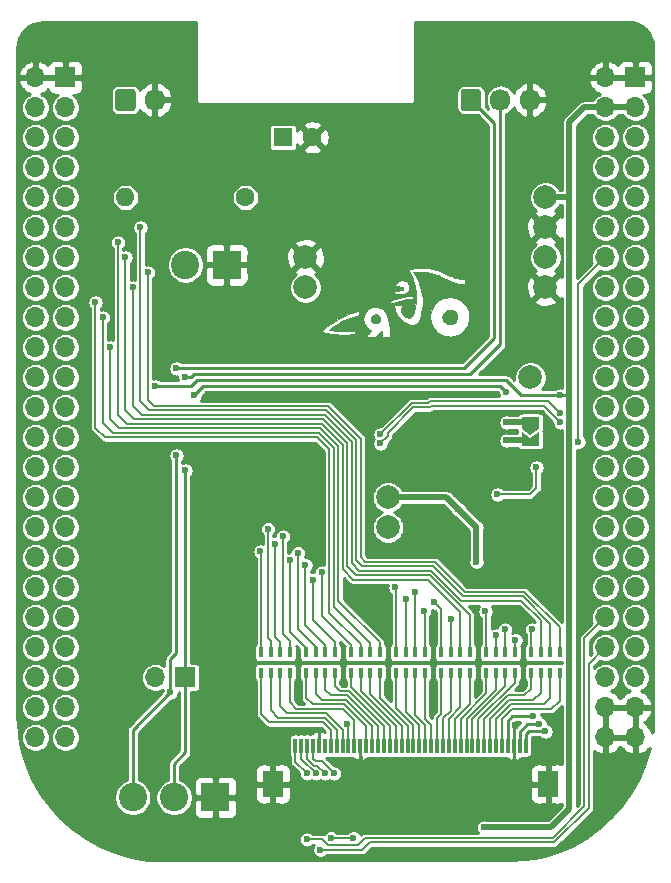
<source format=gbr>
G04 #@! TF.GenerationSoftware,KiCad,Pcbnew,5.1.5*
G04 #@! TF.CreationDate,2020-03-07T18:02:42+00:00*
G04 #@! TF.ProjectId,BB_Dash_Display,42425f44-6173-4685-9f44-6973706c6179,A2*
G04 #@! TF.SameCoordinates,PX43d3480PY41672a0*
G04 #@! TF.FileFunction,Copper,L2,Bot*
G04 #@! TF.FilePolarity,Positive*
%FSLAX46Y46*%
G04 Gerber Fmt 4.6, Leading zero omitted, Abs format (unit mm)*
G04 Created by KiCad (PCBNEW 5.1.5) date 2020-03-07 18:02:42*
%MOMM*%
%LPD*%
G04 APERTURE LIST*
%ADD10C,0.010000*%
%ADD11O,1.700000X1.700000*%
%ADD12R,1.700000X1.700000*%
%ADD13O,1.600000X1.600000*%
%ADD14C,1.600000*%
%ADD15R,1.600000X1.600000*%
%ADD16C,0.100000*%
%ADD17C,2.400000*%
%ADD18R,2.400000X2.400000*%
%ADD19R,0.400000X0.900000*%
%ADD20C,2.000000*%
%ADD21R,0.300000X1.300000*%
%ADD22R,1.800000X2.200000*%
%ADD23O,1.700000X1.850000*%
%ADD24C,0.600000*%
%ADD25C,0.254000*%
%ADD26C,0.508000*%
%ADD27C,0.152400*%
G04 APERTURE END LIST*
D10*
G36*
X40033610Y-27278350D02*
G01*
X39919380Y-27313020D01*
X39813577Y-27371385D01*
X39717643Y-27451365D01*
X39637603Y-27546401D01*
X39579877Y-27649288D01*
X39543664Y-27757350D01*
X39528163Y-27867909D01*
X39532573Y-27978289D01*
X39556094Y-28085812D01*
X39597923Y-28187803D01*
X39657260Y-28281583D01*
X39733304Y-28364476D01*
X39825254Y-28433805D01*
X39932308Y-28486894D01*
X40036750Y-28517711D01*
X40099751Y-28529446D01*
X40151160Y-28534139D01*
X40202760Y-28532028D01*
X40266331Y-28523352D01*
X40271700Y-28522478D01*
X40381668Y-28492054D01*
X40485522Y-28439641D01*
X40579706Y-28368522D01*
X40660658Y-28281979D01*
X40724820Y-28183297D01*
X40768632Y-28075757D01*
X40772933Y-28060205D01*
X40792213Y-27939186D01*
X40788002Y-27820887D01*
X40762204Y-27707764D01*
X40716726Y-27602273D01*
X40653475Y-27506873D01*
X40574357Y-27424019D01*
X40481277Y-27356169D01*
X40376143Y-27305779D01*
X40260861Y-27275307D01*
X40157400Y-27266900D01*
X40033610Y-27278350D01*
G37*
X40033610Y-27278350D02*
X39919380Y-27313020D01*
X39813577Y-27371385D01*
X39717643Y-27451365D01*
X39637603Y-27546401D01*
X39579877Y-27649288D01*
X39543664Y-27757350D01*
X39528163Y-27867909D01*
X39532573Y-27978289D01*
X39556094Y-28085812D01*
X39597923Y-28187803D01*
X39657260Y-28281583D01*
X39733304Y-28364476D01*
X39825254Y-28433805D01*
X39932308Y-28486894D01*
X40036750Y-28517711D01*
X40099751Y-28529446D01*
X40151160Y-28534139D01*
X40202760Y-28532028D01*
X40266331Y-28523352D01*
X40271700Y-28522478D01*
X40381668Y-28492054D01*
X40485522Y-28439641D01*
X40579706Y-28368522D01*
X40660658Y-28281979D01*
X40724820Y-28183297D01*
X40768632Y-28075757D01*
X40772933Y-28060205D01*
X40792213Y-27939186D01*
X40788002Y-27820887D01*
X40762204Y-27707764D01*
X40716726Y-27602273D01*
X40653475Y-27506873D01*
X40574357Y-27424019D01*
X40481277Y-27356169D01*
X40376143Y-27305779D01*
X40260861Y-27275307D01*
X40157400Y-27266900D01*
X40033610Y-27278350D01*
G36*
X33793117Y-27677995D02*
G01*
X33711185Y-27703446D01*
X33636711Y-27746336D01*
X33572966Y-27805394D01*
X33523218Y-27879349D01*
X33490739Y-27966930D01*
X33480630Y-28028372D01*
X33484265Y-28123239D01*
X33510880Y-28213788D01*
X33558054Y-28295503D01*
X33623370Y-28363867D01*
X33681228Y-28402810D01*
X33723862Y-28423432D01*
X33764273Y-28435595D01*
X33812995Y-28441835D01*
X33851693Y-28443830D01*
X33935769Y-28442274D01*
X33998793Y-28430581D01*
X34007113Y-28427741D01*
X34067066Y-28395763D01*
X34127632Y-28346559D01*
X34181534Y-28287045D01*
X34221495Y-28224138D01*
X34221628Y-28223868D01*
X34242081Y-28175613D01*
X34252606Y-28129956D01*
X34255913Y-28074161D01*
X34255952Y-28062544D01*
X34246869Y-27968105D01*
X34218507Y-27887335D01*
X34168575Y-27815020D01*
X34130028Y-27775992D01*
X34050962Y-27718980D01*
X33966276Y-27684491D01*
X33879237Y-27671253D01*
X33793117Y-27677995D01*
G37*
X33793117Y-27677995D02*
X33711185Y-27703446D01*
X33636711Y-27746336D01*
X33572966Y-27805394D01*
X33523218Y-27879349D01*
X33490739Y-27966930D01*
X33480630Y-28028372D01*
X33484265Y-28123239D01*
X33510880Y-28213788D01*
X33558054Y-28295503D01*
X33623370Y-28363867D01*
X33681228Y-28402810D01*
X33723862Y-28423432D01*
X33764273Y-28435595D01*
X33812995Y-28441835D01*
X33851693Y-28443830D01*
X33935769Y-28442274D01*
X33998793Y-28430581D01*
X34007113Y-28427741D01*
X34067066Y-28395763D01*
X34127632Y-28346559D01*
X34181534Y-28287045D01*
X34221495Y-28224138D01*
X34221628Y-28223868D01*
X34242081Y-28175613D01*
X34252606Y-28129956D01*
X34255913Y-28074161D01*
X34255952Y-28062544D01*
X34246869Y-27968105D01*
X34218507Y-27887335D01*
X34168575Y-27815020D01*
X34130028Y-27775992D01*
X34050962Y-27718980D01*
X33966276Y-27684491D01*
X33879237Y-27671253D01*
X33793117Y-27677995D01*
G36*
X34925000Y-26911300D02*
G01*
X29210000Y-26911300D01*
X29210000Y-29718000D01*
X41910000Y-29718000D01*
X41910000Y-27850585D01*
X41815247Y-27850585D01*
X41814985Y-27959459D01*
X41810506Y-28064077D01*
X41801800Y-28157112D01*
X41791550Y-28219400D01*
X41737019Y-28420860D01*
X41662274Y-28607406D01*
X41566502Y-28780515D01*
X41448890Y-28941668D01*
X41315056Y-29086134D01*
X41157204Y-29222302D01*
X40988343Y-29335813D01*
X40809632Y-29426307D01*
X40622226Y-29493426D01*
X40427284Y-29536809D01*
X40225963Y-29556097D01*
X40019420Y-29550930D01*
X39876277Y-29533215D01*
X39687881Y-29489842D01*
X39504456Y-29422951D01*
X39329035Y-29334348D01*
X39164650Y-29225843D01*
X39116470Y-29185263D01*
X35089220Y-29185263D01*
X35087041Y-29374128D01*
X35082036Y-29457650D01*
X35074124Y-29559250D01*
X34739212Y-29560517D01*
X34404300Y-29561785D01*
X34404300Y-29425943D01*
X34403520Y-29354186D01*
X34401370Y-29281548D01*
X34398138Y-29212413D01*
X34394113Y-29151163D01*
X34389582Y-29102181D01*
X34384833Y-29069850D01*
X34380174Y-29058551D01*
X34369315Y-29067911D01*
X34345331Y-29092718D01*
X34311735Y-29129225D01*
X34272041Y-29173689D01*
X34270950Y-29174927D01*
X34224222Y-29225652D01*
X34164855Y-29286604D01*
X34099340Y-29351299D01*
X34034169Y-29413256D01*
X34010651Y-29434909D01*
X33851951Y-29579464D01*
X33699501Y-29569357D01*
X33632498Y-29565849D01*
X33548733Y-29562869D01*
X33456842Y-29560649D01*
X33365459Y-29559420D01*
X33321619Y-29559250D01*
X33249130Y-29559040D01*
X33186321Y-29558458D01*
X33137229Y-29557573D01*
X33105888Y-29556457D01*
X33096194Y-29555319D01*
X33103804Y-29544577D01*
X33124392Y-29518568D01*
X33154597Y-29481477D01*
X33182821Y-29447369D01*
X33237319Y-29380537D01*
X33291892Y-29311124D01*
X33344198Y-29242368D01*
X33391896Y-29177505D01*
X33432645Y-29119772D01*
X33464104Y-29072408D01*
X33483932Y-29038649D01*
X33489900Y-29022748D01*
X33479187Y-29011774D01*
X33452765Y-28998594D01*
X33446280Y-28996129D01*
X33393763Y-28971414D01*
X33330242Y-28932757D01*
X33262131Y-28884704D01*
X33195845Y-28831799D01*
X33137797Y-28778590D01*
X33134110Y-28774872D01*
X33039285Y-28661647D01*
X32958957Y-28530605D01*
X32896006Y-28386514D01*
X32890855Y-28371800D01*
X32874772Y-28323528D01*
X32863520Y-28284125D01*
X32856248Y-28247134D01*
X32852103Y-28206098D01*
X32850233Y-28154559D01*
X32849787Y-28086061D01*
X32849804Y-28060650D01*
X32850227Y-27985100D01*
X32851826Y-27928394D01*
X32855455Y-27883980D01*
X32861963Y-27845303D01*
X32872203Y-27805811D01*
X32887026Y-27758949D01*
X32890281Y-27749123D01*
X32953268Y-27598446D01*
X32977326Y-27559000D01*
X32498743Y-27559000D01*
X32489451Y-27614623D01*
X32465174Y-27673303D01*
X32431305Y-27722940D01*
X32420981Y-27733438D01*
X32394083Y-27749791D01*
X32345917Y-27770192D01*
X32280027Y-27793259D01*
X32219281Y-27812017D01*
X31815336Y-27943369D01*
X31423056Y-28096511D01*
X31043369Y-28270987D01*
X30677201Y-28466340D01*
X30325481Y-28682113D01*
X30018598Y-28895942D01*
X29906445Y-28978854D01*
X29967798Y-28991898D01*
X30106184Y-29018090D01*
X30264595Y-29042457D01*
X30437687Y-29064429D01*
X30620117Y-29083435D01*
X30806541Y-29098905D01*
X30991615Y-29110269D01*
X31128394Y-29115817D01*
X31225587Y-29117596D01*
X31334914Y-29117571D01*
X31451218Y-29115918D01*
X31569345Y-29112810D01*
X31684137Y-29108422D01*
X31790439Y-29102929D01*
X31883096Y-29096504D01*
X31956951Y-29089323D01*
X31973485Y-29087211D01*
X32008575Y-29084360D01*
X32033271Y-29090591D01*
X32058568Y-29110006D01*
X32073449Y-29124508D01*
X32108657Y-29174942D01*
X32119079Y-29229887D01*
X32104493Y-29287389D01*
X32094153Y-29306593D01*
X32085905Y-29319278D01*
X32076437Y-29329811D01*
X32063239Y-29338614D01*
X32043798Y-29346106D01*
X32015601Y-29352708D01*
X31976137Y-29358842D01*
X31922894Y-29364926D01*
X31853360Y-29371383D01*
X31765023Y-29378632D01*
X31655370Y-29387093D01*
X31578550Y-29392909D01*
X31527647Y-29395249D01*
X31455624Y-29396451D01*
X31366735Y-29396614D01*
X31265230Y-29395832D01*
X31155362Y-29394204D01*
X31041380Y-29391824D01*
X30927538Y-29388791D01*
X30818087Y-29385200D01*
X30717278Y-29381147D01*
X30629362Y-29376731D01*
X30558592Y-29372046D01*
X30524450Y-29368972D01*
X30357119Y-29350088D01*
X30204620Y-29329961D01*
X30056390Y-29307077D01*
X29901862Y-29279919D01*
X29895800Y-29278796D01*
X29827590Y-29265484D01*
X29750681Y-29249377D01*
X29669022Y-29231423D01*
X29586565Y-29212567D01*
X29507261Y-29193755D01*
X29435058Y-29175932D01*
X29373908Y-29160045D01*
X29327761Y-29147039D01*
X29300567Y-29137861D01*
X29295341Y-29135031D01*
X29300084Y-29122806D01*
X29322611Y-29096974D01*
X29360627Y-29059482D01*
X29411838Y-29012277D01*
X29473949Y-28957308D01*
X29544664Y-28896522D01*
X29621690Y-28831868D01*
X29702731Y-28765294D01*
X29785492Y-28698746D01*
X29867678Y-28634174D01*
X29946996Y-28573525D01*
X30021148Y-28518746D01*
X30022800Y-28517553D01*
X30345935Y-28298555D01*
X30686900Y-28094927D01*
X31041959Y-27908623D01*
X31407375Y-27741597D01*
X31779411Y-27595800D01*
X31800800Y-27588148D01*
X31865254Y-27566002D01*
X31939509Y-27541788D01*
X32019843Y-27516583D01*
X32102531Y-27491465D01*
X32183850Y-27467511D01*
X32260075Y-27445798D01*
X32327482Y-27427403D01*
X32382347Y-27413403D01*
X32420947Y-27404876D01*
X32439556Y-27402899D01*
X32440298Y-27403169D01*
X32456021Y-27422611D01*
X32472992Y-27458025D01*
X32487836Y-27500409D01*
X32497175Y-27540758D01*
X32498743Y-27559000D01*
X32977326Y-27559000D01*
X33036719Y-27461620D01*
X33138928Y-27340326D01*
X33258192Y-27236246D01*
X33392806Y-27151061D01*
X33541065Y-27086453D01*
X33572450Y-27076071D01*
X33653263Y-27057261D01*
X33749898Y-27044967D01*
X33853544Y-27039525D01*
X33955386Y-27041272D01*
X34046613Y-27050543D01*
X34079631Y-27056759D01*
X34226446Y-27100868D01*
X34365348Y-27165035D01*
X34492428Y-27246782D01*
X34603779Y-27343630D01*
X34688054Y-27442669D01*
X34718526Y-27493178D01*
X34752896Y-27564731D01*
X34789860Y-27653510D01*
X34828113Y-27755699D01*
X34866350Y-27867480D01*
X34903266Y-27985034D01*
X34937558Y-28104546D01*
X34967919Y-28222197D01*
X34993047Y-28334170D01*
X34993503Y-28336407D01*
X35032249Y-28551887D01*
X35061399Y-28768770D01*
X35080531Y-28981686D01*
X35089220Y-29185263D01*
X39116470Y-29185263D01*
X39014337Y-29099241D01*
X38881127Y-28956352D01*
X38856381Y-28925436D01*
X38741336Y-28758082D01*
X38648643Y-28581351D01*
X38578329Y-28397325D01*
X38530425Y-28208088D01*
X38504958Y-28015724D01*
X38501959Y-27822314D01*
X38521456Y-27629943D01*
X38563478Y-27440694D01*
X38628054Y-27256649D01*
X38715214Y-27079893D01*
X38824985Y-26912508D01*
X38828248Y-26908158D01*
X38962779Y-26749795D01*
X39112385Y-26611440D01*
X39275683Y-26493823D01*
X39451290Y-26397676D01*
X39637822Y-26323730D01*
X39833896Y-26272716D01*
X40038129Y-26245366D01*
X40087550Y-26242434D01*
X40293319Y-26245479D01*
X40493725Y-26273053D01*
X40687304Y-26324585D01*
X40872587Y-26399506D01*
X41048109Y-26497245D01*
X41212403Y-26617231D01*
X41332609Y-26726691D01*
X41470284Y-26881846D01*
X41586282Y-27050212D01*
X41680478Y-27231556D01*
X41752745Y-27425647D01*
X41790813Y-27571700D01*
X41803153Y-27649378D01*
X41811300Y-27744782D01*
X41815247Y-27850585D01*
X41910000Y-27850585D01*
X41910000Y-24715139D01*
X41490900Y-24715139D01*
X41488147Y-24730832D01*
X41480704Y-24765640D01*
X41469795Y-24813975D01*
X41460003Y-24856058D01*
X41445115Y-24920453D01*
X41430689Y-24984873D01*
X41418885Y-25039589D01*
X41414357Y-25061695D01*
X41399610Y-25136141D01*
X41276980Y-25127685D01*
X41080862Y-25106076D01*
X40871611Y-25068164D01*
X40654205Y-25015458D01*
X40433621Y-24949465D01*
X40214835Y-24871694D01*
X40002825Y-24783652D01*
X39802568Y-24686848D01*
X39776400Y-24673028D01*
X39601898Y-24581425D01*
X39444412Y-24502404D01*
X39299908Y-24434333D01*
X39164351Y-24375579D01*
X39033709Y-24324510D01*
X38903945Y-24279494D01*
X38771027Y-24238898D01*
X38630920Y-24201091D01*
X38576250Y-24187433D01*
X38441385Y-24155985D01*
X38318145Y-24131104D01*
X38196009Y-24110959D01*
X38064455Y-24093722D01*
X37989011Y-24085318D01*
X37917071Y-24079080D01*
X37833617Y-24074164D01*
X37741918Y-24070540D01*
X37645243Y-24068179D01*
X37546861Y-24067051D01*
X37450041Y-24067129D01*
X37358054Y-24068383D01*
X37274168Y-24070783D01*
X37201652Y-24074302D01*
X37143776Y-24078909D01*
X37103810Y-24084575D01*
X37085021Y-24091272D01*
X37084000Y-24093368D01*
X37090646Y-24107641D01*
X37108607Y-24138052D01*
X37134918Y-24179734D01*
X37158248Y-24215310D01*
X37219548Y-24310103D01*
X37275678Y-24403231D01*
X37330258Y-24501170D01*
X37386908Y-24610394D01*
X37444198Y-24726900D01*
X37573206Y-25023366D01*
X37678864Y-25328490D01*
X37761047Y-25640653D01*
X37819633Y-25958236D01*
X37854497Y-26279619D01*
X37865517Y-26603184D01*
X37852569Y-26927309D01*
X37815531Y-27250378D01*
X37754278Y-27570769D01*
X37681593Y-27844750D01*
X37639188Y-27979497D01*
X37599329Y-28092025D01*
X37560554Y-28185199D01*
X37521400Y-28261880D01*
X37480404Y-28324932D01*
X37436105Y-28377218D01*
X37387039Y-28421601D01*
X37386864Y-28421740D01*
X37315139Y-28471194D01*
X37235891Y-28513304D01*
X37159471Y-28542789D01*
X37138630Y-28548386D01*
X37072424Y-28557899D01*
X36991190Y-28560390D01*
X36904257Y-28556031D01*
X36820958Y-28544991D01*
X36807240Y-28542342D01*
X36607499Y-28489128D01*
X36419324Y-28413301D01*
X36242780Y-28314898D01*
X36077929Y-28193950D01*
X35959592Y-28086068D01*
X35823798Y-27933457D01*
X35708782Y-27767681D01*
X35615436Y-27590672D01*
X35544652Y-27404363D01*
X35497321Y-27210688D01*
X35475877Y-27037171D01*
X35467551Y-26915392D01*
X35682051Y-26907269D01*
X35792350Y-26901908D01*
X35892274Y-26894130D01*
X35991201Y-26882916D01*
X36098507Y-26867247D01*
X36187839Y-26852357D01*
X36237828Y-26843709D01*
X36179718Y-26915046D01*
X36107341Y-27020422D01*
X36059241Y-27130144D01*
X36034328Y-27247188D01*
X36030051Y-27324556D01*
X36041730Y-27449157D01*
X36075769Y-27564926D01*
X36130025Y-27669723D01*
X36202357Y-27761402D01*
X36290619Y-27837823D01*
X36392670Y-27896842D01*
X36506366Y-27936315D01*
X36629564Y-27954100D01*
X36660457Y-27954904D01*
X36763113Y-27949327D01*
X36845737Y-27930968D01*
X36910974Y-27898490D01*
X36961467Y-27850554D01*
X36999861Y-27785825D01*
X37001365Y-27782455D01*
X37017415Y-27742324D01*
X37038709Y-27683820D01*
X37063251Y-27612920D01*
X37089044Y-27535597D01*
X37114093Y-27457827D01*
X37136403Y-27385583D01*
X37152820Y-27329038D01*
X37197099Y-27147106D01*
X37234614Y-26947537D01*
X37264347Y-26737436D01*
X37285276Y-26523910D01*
X37295783Y-26333450D01*
X37295203Y-26231210D01*
X37096700Y-26231210D01*
X37088710Y-26283993D01*
X37067565Y-26330773D01*
X37037507Y-26362635D01*
X37032872Y-26365375D01*
X37012000Y-26370660D01*
X36970619Y-26376533D01*
X36913596Y-26382464D01*
X36845799Y-26387925D01*
X36796705Y-26391061D01*
X36509804Y-26415889D01*
X36234768Y-26457518D01*
X35963215Y-26517411D01*
X35775900Y-26569430D01*
X35709342Y-26590353D01*
X35634616Y-26615443D01*
X35556271Y-26643000D01*
X35478857Y-26671324D01*
X35406925Y-26698713D01*
X35345022Y-26723467D01*
X35297699Y-26743886D01*
X35269505Y-26758269D01*
X35267900Y-26759319D01*
X35236287Y-26767394D01*
X35195943Y-26760554D01*
X35156849Y-26741064D01*
X35145055Y-26731437D01*
X35110458Y-26683572D01*
X35095968Y-26627795D01*
X35102268Y-26576364D01*
X35110997Y-26555962D01*
X35124934Y-26539113D01*
X35148756Y-26522503D01*
X35187141Y-26502819D01*
X35239777Y-26478953D01*
X35553151Y-26353269D01*
X35868261Y-26252659D01*
X36184766Y-26177203D01*
X36502327Y-26126984D01*
X36813453Y-26102363D01*
X37006456Y-26094615D01*
X37051578Y-26139737D01*
X37081548Y-26174954D01*
X37094740Y-26207329D01*
X37096700Y-26231210D01*
X37295203Y-26231210D01*
X37293966Y-26013278D01*
X37267692Y-25692697D01*
X37222077Y-25402789D01*
X36736459Y-25402789D01*
X36725888Y-25525517D01*
X36723226Y-25538901D01*
X36709841Y-25591405D01*
X36691924Y-25634127D01*
X36665515Y-25672450D01*
X36626654Y-25711754D01*
X36571379Y-25757421D01*
X36550600Y-25773475D01*
X36423022Y-25858297D01*
X36289378Y-25920845D01*
X36142962Y-25964239D01*
X36137850Y-25965377D01*
X36061047Y-25976841D01*
X35969283Y-25982101D01*
X35872220Y-25981186D01*
X35779521Y-25974125D01*
X35715040Y-25964081D01*
X35650747Y-25948071D01*
X35580558Y-25926357D01*
X35526390Y-25906293D01*
X35475935Y-25883747D01*
X35444747Y-25862645D01*
X35428193Y-25836056D01*
X35421642Y-25797047D01*
X35420474Y-25747785D01*
X35420300Y-25682821D01*
X35645725Y-25675500D01*
X35764481Y-25669477D01*
X35874009Y-25659700D01*
X35971107Y-25646688D01*
X36052570Y-25630960D01*
X36115195Y-25613035D01*
X36155778Y-25593433D01*
X36156900Y-25592619D01*
X36181888Y-25565155D01*
X36203197Y-25527190D01*
X36206389Y-25518995D01*
X36216613Y-25483477D01*
X36215362Y-25455968D01*
X36201842Y-25421884D01*
X36201002Y-25420109D01*
X36166011Y-25373326D01*
X36112431Y-25342207D01*
X36039420Y-25326365D01*
X35991800Y-25324027D01*
X35924604Y-25320526D01*
X35841212Y-25311285D01*
X35749858Y-25297518D01*
X35658777Y-25280443D01*
X35588865Y-25264523D01*
X35548240Y-25253873D01*
X35524589Y-25243495D01*
X35516962Y-25228494D01*
X35524410Y-25203980D01*
X35545985Y-25165058D01*
X35563792Y-25135297D01*
X35603398Y-25075498D01*
X35651189Y-25012902D01*
X35702040Y-24953450D01*
X35750827Y-24903087D01*
X35792425Y-24867757D01*
X35797361Y-24864364D01*
X35891138Y-24816977D01*
X35995109Y-24789964D01*
X36105066Y-24782780D01*
X36216804Y-24794874D01*
X36326116Y-24825699D01*
X36428796Y-24874707D01*
X36520637Y-24941348D01*
X36542179Y-24961454D01*
X36624586Y-25059097D01*
X36684984Y-25166951D01*
X36722550Y-25282391D01*
X36736459Y-25402789D01*
X37222077Y-25402789D01*
X37217555Y-25374052D01*
X37144151Y-25059691D01*
X37048075Y-24751959D01*
X36929923Y-24453204D01*
X36790289Y-24165772D01*
X36709143Y-24021144D01*
X36675934Y-23962656D01*
X36656251Y-23922581D01*
X36649066Y-23898515D01*
X36652564Y-23888475D01*
X36670813Y-23882213D01*
X36709234Y-23872232D01*
X36763043Y-23859558D01*
X36827460Y-23845218D01*
X36897702Y-23830238D01*
X36968987Y-23815645D01*
X37036534Y-23802466D01*
X37095561Y-23791725D01*
X37128450Y-23786330D01*
X37447268Y-23749987D01*
X37769618Y-23737515D01*
X38092880Y-23748619D01*
X38414433Y-23783004D01*
X38731654Y-23840374D01*
X39041923Y-23920436D01*
X39342617Y-24022893D01*
X39387758Y-24040584D01*
X39448516Y-24066262D01*
X39525155Y-24100840D01*
X39611151Y-24141252D01*
X39699984Y-24184428D01*
X39785129Y-24227301D01*
X39789891Y-24229752D01*
X39973546Y-24321158D01*
X40144002Y-24398733D01*
X40307570Y-24464910D01*
X40470560Y-24522124D01*
X40639282Y-24572809D01*
X40765573Y-24606055D01*
X40895943Y-24637121D01*
X41009708Y-24660564D01*
X41114095Y-24677554D01*
X41216329Y-24689258D01*
X41323636Y-24696844D01*
X41328975Y-24697121D01*
X41389738Y-24700947D01*
X41440103Y-24705479D01*
X41475315Y-24710189D01*
X41490617Y-24714547D01*
X41490900Y-24715139D01*
X41910000Y-24715139D01*
X41910000Y-23622000D01*
X34925000Y-23622000D01*
X34925000Y-26911300D01*
G37*
X34925000Y-26911300D02*
X29210000Y-26911300D01*
X29210000Y-29718000D01*
X41910000Y-29718000D01*
X41910000Y-27850585D01*
X41815247Y-27850585D01*
X41814985Y-27959459D01*
X41810506Y-28064077D01*
X41801800Y-28157112D01*
X41791550Y-28219400D01*
X41737019Y-28420860D01*
X41662274Y-28607406D01*
X41566502Y-28780515D01*
X41448890Y-28941668D01*
X41315056Y-29086134D01*
X41157204Y-29222302D01*
X40988343Y-29335813D01*
X40809632Y-29426307D01*
X40622226Y-29493426D01*
X40427284Y-29536809D01*
X40225963Y-29556097D01*
X40019420Y-29550930D01*
X39876277Y-29533215D01*
X39687881Y-29489842D01*
X39504456Y-29422951D01*
X39329035Y-29334348D01*
X39164650Y-29225843D01*
X39116470Y-29185263D01*
X35089220Y-29185263D01*
X35087041Y-29374128D01*
X35082036Y-29457650D01*
X35074124Y-29559250D01*
X34739212Y-29560517D01*
X34404300Y-29561785D01*
X34404300Y-29425943D01*
X34403520Y-29354186D01*
X34401370Y-29281548D01*
X34398138Y-29212413D01*
X34394113Y-29151163D01*
X34389582Y-29102181D01*
X34384833Y-29069850D01*
X34380174Y-29058551D01*
X34369315Y-29067911D01*
X34345331Y-29092718D01*
X34311735Y-29129225D01*
X34272041Y-29173689D01*
X34270950Y-29174927D01*
X34224222Y-29225652D01*
X34164855Y-29286604D01*
X34099340Y-29351299D01*
X34034169Y-29413256D01*
X34010651Y-29434909D01*
X33851951Y-29579464D01*
X33699501Y-29569357D01*
X33632498Y-29565849D01*
X33548733Y-29562869D01*
X33456842Y-29560649D01*
X33365459Y-29559420D01*
X33321619Y-29559250D01*
X33249130Y-29559040D01*
X33186321Y-29558458D01*
X33137229Y-29557573D01*
X33105888Y-29556457D01*
X33096194Y-29555319D01*
X33103804Y-29544577D01*
X33124392Y-29518568D01*
X33154597Y-29481477D01*
X33182821Y-29447369D01*
X33237319Y-29380537D01*
X33291892Y-29311124D01*
X33344198Y-29242368D01*
X33391896Y-29177505D01*
X33432645Y-29119772D01*
X33464104Y-29072408D01*
X33483932Y-29038649D01*
X33489900Y-29022748D01*
X33479187Y-29011774D01*
X33452765Y-28998594D01*
X33446280Y-28996129D01*
X33393763Y-28971414D01*
X33330242Y-28932757D01*
X33262131Y-28884704D01*
X33195845Y-28831799D01*
X33137797Y-28778590D01*
X33134110Y-28774872D01*
X33039285Y-28661647D01*
X32958957Y-28530605D01*
X32896006Y-28386514D01*
X32890855Y-28371800D01*
X32874772Y-28323528D01*
X32863520Y-28284125D01*
X32856248Y-28247134D01*
X32852103Y-28206098D01*
X32850233Y-28154559D01*
X32849787Y-28086061D01*
X32849804Y-28060650D01*
X32850227Y-27985100D01*
X32851826Y-27928394D01*
X32855455Y-27883980D01*
X32861963Y-27845303D01*
X32872203Y-27805811D01*
X32887026Y-27758949D01*
X32890281Y-27749123D01*
X32953268Y-27598446D01*
X32977326Y-27559000D01*
X32498743Y-27559000D01*
X32489451Y-27614623D01*
X32465174Y-27673303D01*
X32431305Y-27722940D01*
X32420981Y-27733438D01*
X32394083Y-27749791D01*
X32345917Y-27770192D01*
X32280027Y-27793259D01*
X32219281Y-27812017D01*
X31815336Y-27943369D01*
X31423056Y-28096511D01*
X31043369Y-28270987D01*
X30677201Y-28466340D01*
X30325481Y-28682113D01*
X30018598Y-28895942D01*
X29906445Y-28978854D01*
X29967798Y-28991898D01*
X30106184Y-29018090D01*
X30264595Y-29042457D01*
X30437687Y-29064429D01*
X30620117Y-29083435D01*
X30806541Y-29098905D01*
X30991615Y-29110269D01*
X31128394Y-29115817D01*
X31225587Y-29117596D01*
X31334914Y-29117571D01*
X31451218Y-29115918D01*
X31569345Y-29112810D01*
X31684137Y-29108422D01*
X31790439Y-29102929D01*
X31883096Y-29096504D01*
X31956951Y-29089323D01*
X31973485Y-29087211D01*
X32008575Y-29084360D01*
X32033271Y-29090591D01*
X32058568Y-29110006D01*
X32073449Y-29124508D01*
X32108657Y-29174942D01*
X32119079Y-29229887D01*
X32104493Y-29287389D01*
X32094153Y-29306593D01*
X32085905Y-29319278D01*
X32076437Y-29329811D01*
X32063239Y-29338614D01*
X32043798Y-29346106D01*
X32015601Y-29352708D01*
X31976137Y-29358842D01*
X31922894Y-29364926D01*
X31853360Y-29371383D01*
X31765023Y-29378632D01*
X31655370Y-29387093D01*
X31578550Y-29392909D01*
X31527647Y-29395249D01*
X31455624Y-29396451D01*
X31366735Y-29396614D01*
X31265230Y-29395832D01*
X31155362Y-29394204D01*
X31041380Y-29391824D01*
X30927538Y-29388791D01*
X30818087Y-29385200D01*
X30717278Y-29381147D01*
X30629362Y-29376731D01*
X30558592Y-29372046D01*
X30524450Y-29368972D01*
X30357119Y-29350088D01*
X30204620Y-29329961D01*
X30056390Y-29307077D01*
X29901862Y-29279919D01*
X29895800Y-29278796D01*
X29827590Y-29265484D01*
X29750681Y-29249377D01*
X29669022Y-29231423D01*
X29586565Y-29212567D01*
X29507261Y-29193755D01*
X29435058Y-29175932D01*
X29373908Y-29160045D01*
X29327761Y-29147039D01*
X29300567Y-29137861D01*
X29295341Y-29135031D01*
X29300084Y-29122806D01*
X29322611Y-29096974D01*
X29360627Y-29059482D01*
X29411838Y-29012277D01*
X29473949Y-28957308D01*
X29544664Y-28896522D01*
X29621690Y-28831868D01*
X29702731Y-28765294D01*
X29785492Y-28698746D01*
X29867678Y-28634174D01*
X29946996Y-28573525D01*
X30021148Y-28518746D01*
X30022800Y-28517553D01*
X30345935Y-28298555D01*
X30686900Y-28094927D01*
X31041959Y-27908623D01*
X31407375Y-27741597D01*
X31779411Y-27595800D01*
X31800800Y-27588148D01*
X31865254Y-27566002D01*
X31939509Y-27541788D01*
X32019843Y-27516583D01*
X32102531Y-27491465D01*
X32183850Y-27467511D01*
X32260075Y-27445798D01*
X32327482Y-27427403D01*
X32382347Y-27413403D01*
X32420947Y-27404876D01*
X32439556Y-27402899D01*
X32440298Y-27403169D01*
X32456021Y-27422611D01*
X32472992Y-27458025D01*
X32487836Y-27500409D01*
X32497175Y-27540758D01*
X32498743Y-27559000D01*
X32977326Y-27559000D01*
X33036719Y-27461620D01*
X33138928Y-27340326D01*
X33258192Y-27236246D01*
X33392806Y-27151061D01*
X33541065Y-27086453D01*
X33572450Y-27076071D01*
X33653263Y-27057261D01*
X33749898Y-27044967D01*
X33853544Y-27039525D01*
X33955386Y-27041272D01*
X34046613Y-27050543D01*
X34079631Y-27056759D01*
X34226446Y-27100868D01*
X34365348Y-27165035D01*
X34492428Y-27246782D01*
X34603779Y-27343630D01*
X34688054Y-27442669D01*
X34718526Y-27493178D01*
X34752896Y-27564731D01*
X34789860Y-27653510D01*
X34828113Y-27755699D01*
X34866350Y-27867480D01*
X34903266Y-27985034D01*
X34937558Y-28104546D01*
X34967919Y-28222197D01*
X34993047Y-28334170D01*
X34993503Y-28336407D01*
X35032249Y-28551887D01*
X35061399Y-28768770D01*
X35080531Y-28981686D01*
X35089220Y-29185263D01*
X39116470Y-29185263D01*
X39014337Y-29099241D01*
X38881127Y-28956352D01*
X38856381Y-28925436D01*
X38741336Y-28758082D01*
X38648643Y-28581351D01*
X38578329Y-28397325D01*
X38530425Y-28208088D01*
X38504958Y-28015724D01*
X38501959Y-27822314D01*
X38521456Y-27629943D01*
X38563478Y-27440694D01*
X38628054Y-27256649D01*
X38715214Y-27079893D01*
X38824985Y-26912508D01*
X38828248Y-26908158D01*
X38962779Y-26749795D01*
X39112385Y-26611440D01*
X39275683Y-26493823D01*
X39451290Y-26397676D01*
X39637822Y-26323730D01*
X39833896Y-26272716D01*
X40038129Y-26245366D01*
X40087550Y-26242434D01*
X40293319Y-26245479D01*
X40493725Y-26273053D01*
X40687304Y-26324585D01*
X40872587Y-26399506D01*
X41048109Y-26497245D01*
X41212403Y-26617231D01*
X41332609Y-26726691D01*
X41470284Y-26881846D01*
X41586282Y-27050212D01*
X41680478Y-27231556D01*
X41752745Y-27425647D01*
X41790813Y-27571700D01*
X41803153Y-27649378D01*
X41811300Y-27744782D01*
X41815247Y-27850585D01*
X41910000Y-27850585D01*
X41910000Y-24715139D01*
X41490900Y-24715139D01*
X41488147Y-24730832D01*
X41480704Y-24765640D01*
X41469795Y-24813975D01*
X41460003Y-24856058D01*
X41445115Y-24920453D01*
X41430689Y-24984873D01*
X41418885Y-25039589D01*
X41414357Y-25061695D01*
X41399610Y-25136141D01*
X41276980Y-25127685D01*
X41080862Y-25106076D01*
X40871611Y-25068164D01*
X40654205Y-25015458D01*
X40433621Y-24949465D01*
X40214835Y-24871694D01*
X40002825Y-24783652D01*
X39802568Y-24686848D01*
X39776400Y-24673028D01*
X39601898Y-24581425D01*
X39444412Y-24502404D01*
X39299908Y-24434333D01*
X39164351Y-24375579D01*
X39033709Y-24324510D01*
X38903945Y-24279494D01*
X38771027Y-24238898D01*
X38630920Y-24201091D01*
X38576250Y-24187433D01*
X38441385Y-24155985D01*
X38318145Y-24131104D01*
X38196009Y-24110959D01*
X38064455Y-24093722D01*
X37989011Y-24085318D01*
X37917071Y-24079080D01*
X37833617Y-24074164D01*
X37741918Y-24070540D01*
X37645243Y-24068179D01*
X37546861Y-24067051D01*
X37450041Y-24067129D01*
X37358054Y-24068383D01*
X37274168Y-24070783D01*
X37201652Y-24074302D01*
X37143776Y-24078909D01*
X37103810Y-24084575D01*
X37085021Y-24091272D01*
X37084000Y-24093368D01*
X37090646Y-24107641D01*
X37108607Y-24138052D01*
X37134918Y-24179734D01*
X37158248Y-24215310D01*
X37219548Y-24310103D01*
X37275678Y-24403231D01*
X37330258Y-24501170D01*
X37386908Y-24610394D01*
X37444198Y-24726900D01*
X37573206Y-25023366D01*
X37678864Y-25328490D01*
X37761047Y-25640653D01*
X37819633Y-25958236D01*
X37854497Y-26279619D01*
X37865517Y-26603184D01*
X37852569Y-26927309D01*
X37815531Y-27250378D01*
X37754278Y-27570769D01*
X37681593Y-27844750D01*
X37639188Y-27979497D01*
X37599329Y-28092025D01*
X37560554Y-28185199D01*
X37521400Y-28261880D01*
X37480404Y-28324932D01*
X37436105Y-28377218D01*
X37387039Y-28421601D01*
X37386864Y-28421740D01*
X37315139Y-28471194D01*
X37235891Y-28513304D01*
X37159471Y-28542789D01*
X37138630Y-28548386D01*
X37072424Y-28557899D01*
X36991190Y-28560390D01*
X36904257Y-28556031D01*
X36820958Y-28544991D01*
X36807240Y-28542342D01*
X36607499Y-28489128D01*
X36419324Y-28413301D01*
X36242780Y-28314898D01*
X36077929Y-28193950D01*
X35959592Y-28086068D01*
X35823798Y-27933457D01*
X35708782Y-27767681D01*
X35615436Y-27590672D01*
X35544652Y-27404363D01*
X35497321Y-27210688D01*
X35475877Y-27037171D01*
X35467551Y-26915392D01*
X35682051Y-26907269D01*
X35792350Y-26901908D01*
X35892274Y-26894130D01*
X35991201Y-26882916D01*
X36098507Y-26867247D01*
X36187839Y-26852357D01*
X36237828Y-26843709D01*
X36179718Y-26915046D01*
X36107341Y-27020422D01*
X36059241Y-27130144D01*
X36034328Y-27247188D01*
X36030051Y-27324556D01*
X36041730Y-27449157D01*
X36075769Y-27564926D01*
X36130025Y-27669723D01*
X36202357Y-27761402D01*
X36290619Y-27837823D01*
X36392670Y-27896842D01*
X36506366Y-27936315D01*
X36629564Y-27954100D01*
X36660457Y-27954904D01*
X36763113Y-27949327D01*
X36845737Y-27930968D01*
X36910974Y-27898490D01*
X36961467Y-27850554D01*
X36999861Y-27785825D01*
X37001365Y-27782455D01*
X37017415Y-27742324D01*
X37038709Y-27683820D01*
X37063251Y-27612920D01*
X37089044Y-27535597D01*
X37114093Y-27457827D01*
X37136403Y-27385583D01*
X37152820Y-27329038D01*
X37197099Y-27147106D01*
X37234614Y-26947537D01*
X37264347Y-26737436D01*
X37285276Y-26523910D01*
X37295783Y-26333450D01*
X37295203Y-26231210D01*
X37096700Y-26231210D01*
X37088710Y-26283993D01*
X37067565Y-26330773D01*
X37037507Y-26362635D01*
X37032872Y-26365375D01*
X37012000Y-26370660D01*
X36970619Y-26376533D01*
X36913596Y-26382464D01*
X36845799Y-26387925D01*
X36796705Y-26391061D01*
X36509804Y-26415889D01*
X36234768Y-26457518D01*
X35963215Y-26517411D01*
X35775900Y-26569430D01*
X35709342Y-26590353D01*
X35634616Y-26615443D01*
X35556271Y-26643000D01*
X35478857Y-26671324D01*
X35406925Y-26698713D01*
X35345022Y-26723467D01*
X35297699Y-26743886D01*
X35269505Y-26758269D01*
X35267900Y-26759319D01*
X35236287Y-26767394D01*
X35195943Y-26760554D01*
X35156849Y-26741064D01*
X35145055Y-26731437D01*
X35110458Y-26683572D01*
X35095968Y-26627795D01*
X35102268Y-26576364D01*
X35110997Y-26555962D01*
X35124934Y-26539113D01*
X35148756Y-26522503D01*
X35187141Y-26502819D01*
X35239777Y-26478953D01*
X35553151Y-26353269D01*
X35868261Y-26252659D01*
X36184766Y-26177203D01*
X36502327Y-26126984D01*
X36813453Y-26102363D01*
X37006456Y-26094615D01*
X37051578Y-26139737D01*
X37081548Y-26174954D01*
X37094740Y-26207329D01*
X37096700Y-26231210D01*
X37295203Y-26231210D01*
X37293966Y-26013278D01*
X37267692Y-25692697D01*
X37222077Y-25402789D01*
X36736459Y-25402789D01*
X36725888Y-25525517D01*
X36723226Y-25538901D01*
X36709841Y-25591405D01*
X36691924Y-25634127D01*
X36665515Y-25672450D01*
X36626654Y-25711754D01*
X36571379Y-25757421D01*
X36550600Y-25773475D01*
X36423022Y-25858297D01*
X36289378Y-25920845D01*
X36142962Y-25964239D01*
X36137850Y-25965377D01*
X36061047Y-25976841D01*
X35969283Y-25982101D01*
X35872220Y-25981186D01*
X35779521Y-25974125D01*
X35715040Y-25964081D01*
X35650747Y-25948071D01*
X35580558Y-25926357D01*
X35526390Y-25906293D01*
X35475935Y-25883747D01*
X35444747Y-25862645D01*
X35428193Y-25836056D01*
X35421642Y-25797047D01*
X35420474Y-25747785D01*
X35420300Y-25682821D01*
X35645725Y-25675500D01*
X35764481Y-25669477D01*
X35874009Y-25659700D01*
X35971107Y-25646688D01*
X36052570Y-25630960D01*
X36115195Y-25613035D01*
X36155778Y-25593433D01*
X36156900Y-25592619D01*
X36181888Y-25565155D01*
X36203197Y-25527190D01*
X36206389Y-25518995D01*
X36216613Y-25483477D01*
X36215362Y-25455968D01*
X36201842Y-25421884D01*
X36201002Y-25420109D01*
X36166011Y-25373326D01*
X36112431Y-25342207D01*
X36039420Y-25326365D01*
X35991800Y-25324027D01*
X35924604Y-25320526D01*
X35841212Y-25311285D01*
X35749858Y-25297518D01*
X35658777Y-25280443D01*
X35588865Y-25264523D01*
X35548240Y-25253873D01*
X35524589Y-25243495D01*
X35516962Y-25228494D01*
X35524410Y-25203980D01*
X35545985Y-25165058D01*
X35563792Y-25135297D01*
X35603398Y-25075498D01*
X35651189Y-25012902D01*
X35702040Y-24953450D01*
X35750827Y-24903087D01*
X35792425Y-24867757D01*
X35797361Y-24864364D01*
X35891138Y-24816977D01*
X35995109Y-24789964D01*
X36105066Y-24782780D01*
X36216804Y-24794874D01*
X36326116Y-24825699D01*
X36428796Y-24874707D01*
X36520637Y-24941348D01*
X36542179Y-24961454D01*
X36624586Y-25059097D01*
X36684984Y-25166951D01*
X36722550Y-25282391D01*
X36736459Y-25402789D01*
X37222077Y-25402789D01*
X37217555Y-25374052D01*
X37144151Y-25059691D01*
X37048075Y-24751959D01*
X36929923Y-24453204D01*
X36790289Y-24165772D01*
X36709143Y-24021144D01*
X36675934Y-23962656D01*
X36656251Y-23922581D01*
X36649066Y-23898515D01*
X36652564Y-23888475D01*
X36670813Y-23882213D01*
X36709234Y-23872232D01*
X36763043Y-23859558D01*
X36827460Y-23845218D01*
X36897702Y-23830238D01*
X36968987Y-23815645D01*
X37036534Y-23802466D01*
X37095561Y-23791725D01*
X37128450Y-23786330D01*
X37447268Y-23749987D01*
X37769618Y-23737515D01*
X38092880Y-23748619D01*
X38414433Y-23783004D01*
X38731654Y-23840374D01*
X39041923Y-23920436D01*
X39342617Y-24022893D01*
X39387758Y-24040584D01*
X39448516Y-24066262D01*
X39525155Y-24100840D01*
X39611151Y-24141252D01*
X39699984Y-24184428D01*
X39785129Y-24227301D01*
X39789891Y-24229752D01*
X39973546Y-24321158D01*
X40144002Y-24398733D01*
X40307570Y-24464910D01*
X40470560Y-24522124D01*
X40639282Y-24572809D01*
X40765573Y-24606055D01*
X40895943Y-24637121D01*
X41009708Y-24660564D01*
X41114095Y-24677554D01*
X41216329Y-24689258D01*
X41323636Y-24696844D01*
X41328975Y-24697121D01*
X41389738Y-24700947D01*
X41440103Y-24705479D01*
X41475315Y-24710189D01*
X41490617Y-24714547D01*
X41490900Y-24715139D01*
X41910000Y-24715139D01*
X41910000Y-23622000D01*
X34925000Y-23622000D01*
X34925000Y-26911300D01*
D11*
X15240000Y-58420000D03*
D12*
X17780000Y-58420000D03*
D13*
X12700000Y-17780000D03*
D14*
X22860000Y-17780000D03*
X28535000Y-12700000D03*
D15*
X26035000Y-12700000D03*
G04 #@! TA.AperFunction,SMDPad,CuDef*
D16*
G36*
X46990000Y-37867000D02*
G01*
X46240000Y-37367000D01*
X46240000Y-36367000D01*
X47740000Y-36367000D01*
X47740000Y-37367000D01*
X46990000Y-37867000D01*
G37*
G04 #@! TD.AperFunction*
G04 #@! TA.AperFunction,SMDPad,CuDef*
G36*
X46240000Y-38817000D02*
G01*
X46240000Y-37667000D01*
X46990000Y-38167000D01*
X47740000Y-37667000D01*
X47740000Y-38817000D01*
X46240000Y-38817000D01*
G37*
G04 #@! TD.AperFunction*
D17*
X13320000Y-68580000D03*
X16820000Y-68580000D03*
D18*
X20320000Y-68580000D03*
D11*
X5080000Y-63500000D03*
X7620000Y-63500000D03*
X5080000Y-60960000D03*
X7620000Y-60960000D03*
X5080000Y-58420000D03*
X7620000Y-58420000D03*
X5080000Y-55880000D03*
X7620000Y-55880000D03*
X5080000Y-53340000D03*
X7620000Y-53340000D03*
X5080000Y-50800000D03*
X7620000Y-50800000D03*
X5080000Y-48260000D03*
X7620000Y-48260000D03*
X5080000Y-45720000D03*
X7620000Y-45720000D03*
X5080000Y-43180000D03*
X7620000Y-43180000D03*
X5080000Y-40640000D03*
X7620000Y-40640000D03*
X5080000Y-38100000D03*
X7620000Y-38100000D03*
X5080000Y-35560000D03*
X7620000Y-35560000D03*
X5080000Y-33020000D03*
X7620000Y-33020000D03*
X5080000Y-30480000D03*
X7620000Y-30480000D03*
X5080000Y-27940000D03*
X7620000Y-27940000D03*
X5080000Y-25400000D03*
X7620000Y-25400000D03*
X5080000Y-22860000D03*
X7620000Y-22860000D03*
X5080000Y-20320000D03*
X7620000Y-20320000D03*
X5080000Y-17780000D03*
X7620000Y-17780000D03*
X5080000Y-15240000D03*
X7620000Y-15240000D03*
X5080000Y-12700000D03*
X7620000Y-12700000D03*
X5080000Y-10160000D03*
X7620000Y-10160000D03*
X5080000Y-7620000D03*
D12*
X7620000Y-7620000D03*
D19*
X24200000Y-56300000D03*
X25000000Y-56300000D03*
X25800000Y-56300000D03*
X26600000Y-56300000D03*
X24200000Y-58000000D03*
X26600000Y-58000000D03*
X25000000Y-58000000D03*
X25800000Y-58000000D03*
X28010000Y-56300000D03*
X28810000Y-56300000D03*
X29610000Y-56300000D03*
X30410000Y-56300000D03*
X28010000Y-58000000D03*
X30410000Y-58000000D03*
X28810000Y-58000000D03*
X29610000Y-58000000D03*
X31820000Y-56300000D03*
X32620000Y-56300000D03*
X33420000Y-56300000D03*
X34220000Y-56300000D03*
X31820000Y-58000000D03*
X34220000Y-58000000D03*
X32620000Y-58000000D03*
X33420000Y-58000000D03*
X35630000Y-56300000D03*
X36430000Y-56300000D03*
X37230000Y-56300000D03*
X38030000Y-56300000D03*
X35630000Y-58000000D03*
X38030000Y-58000000D03*
X36430000Y-58000000D03*
X37230000Y-58000000D03*
X39440000Y-56300000D03*
X40240000Y-56300000D03*
X41040000Y-56300000D03*
X41840000Y-56300000D03*
X39440000Y-58000000D03*
X41840000Y-58000000D03*
X40240000Y-58000000D03*
X41040000Y-58000000D03*
X43250000Y-56300000D03*
X44050000Y-56300000D03*
X44850000Y-56300000D03*
X45650000Y-56300000D03*
X43250000Y-58000000D03*
X45650000Y-58000000D03*
X44050000Y-58000000D03*
X44850000Y-58000000D03*
D20*
X27940000Y-22860000D03*
X48260000Y-25400000D03*
X48260000Y-20320000D03*
X48260000Y-17780000D03*
X48260000Y-22860000D03*
X27940000Y-25400000D03*
X34925000Y-43180000D03*
X34925000Y-45720000D03*
X46990000Y-33020000D03*
D19*
X47060000Y-56300000D03*
X47860000Y-56300000D03*
X48660000Y-56300000D03*
X49460000Y-56300000D03*
X47060000Y-58000000D03*
X49460000Y-58000000D03*
X47860000Y-58000000D03*
X48660000Y-58000000D03*
D11*
X53340000Y-63500000D03*
X55880000Y-63500000D03*
X53340000Y-60960000D03*
X55880000Y-60960000D03*
X53340000Y-58420000D03*
X55880000Y-58420000D03*
X53340000Y-55880000D03*
X55880000Y-55880000D03*
X53340000Y-53340000D03*
X55880000Y-53340000D03*
X53340000Y-50800000D03*
X55880000Y-50800000D03*
X53340000Y-48260000D03*
X55880000Y-48260000D03*
X53340000Y-45720000D03*
X55880000Y-45720000D03*
X53340000Y-43180000D03*
X55880000Y-43180000D03*
X53340000Y-40640000D03*
X55880000Y-40640000D03*
X53340000Y-38100000D03*
X55880000Y-38100000D03*
X53340000Y-35560000D03*
X55880000Y-35560000D03*
X53340000Y-33020000D03*
X55880000Y-33020000D03*
X53340000Y-30480000D03*
X55880000Y-30480000D03*
X53340000Y-27940000D03*
X55880000Y-27940000D03*
X53340000Y-25400000D03*
X55880000Y-25400000D03*
X53340000Y-22860000D03*
X55880000Y-22860000D03*
X53340000Y-20320000D03*
X55880000Y-20320000D03*
X53340000Y-17780000D03*
X55880000Y-17780000D03*
X53340000Y-15240000D03*
X55880000Y-15240000D03*
X53340000Y-12700000D03*
X55880000Y-12700000D03*
X53340000Y-10160000D03*
X55880000Y-10160000D03*
X53340000Y-7620000D03*
D12*
X55880000Y-7620000D03*
D21*
X27080000Y-64190000D03*
X27580000Y-64190000D03*
X28080000Y-64190000D03*
X28580000Y-64190000D03*
X29080000Y-64190000D03*
X29580000Y-64190000D03*
X30080000Y-64190000D03*
X30580000Y-64190000D03*
X31080000Y-64190000D03*
X31580000Y-64190000D03*
X32080000Y-64190000D03*
X32580000Y-64190000D03*
X33080000Y-64190000D03*
X33580000Y-64190000D03*
X34080000Y-64190000D03*
X34580000Y-64190000D03*
X35080000Y-64190000D03*
X35580000Y-64190000D03*
X36080000Y-64190000D03*
X36580000Y-64190000D03*
X37080000Y-64190000D03*
X37580000Y-64190000D03*
X38080000Y-64190000D03*
X38580000Y-64190000D03*
X39080000Y-64190000D03*
X39580000Y-64190000D03*
X40080000Y-64190000D03*
X40580000Y-64190000D03*
X41080000Y-64190000D03*
X41580000Y-64190000D03*
X42080000Y-64190000D03*
X42580000Y-64190000D03*
X43080000Y-64190000D03*
X43580000Y-64190000D03*
X44080000Y-64190000D03*
X44580000Y-64190000D03*
X45080000Y-64190000D03*
X45580000Y-64190000D03*
X46080000Y-64190000D03*
X46580000Y-64190000D03*
D22*
X48480000Y-67440000D03*
X25180000Y-67440000D03*
D23*
X46950000Y-9525000D03*
X44450000Y-9525000D03*
G04 #@! TA.AperFunction,ComponentPad*
D16*
G36*
X42574504Y-8601204D02*
G01*
X42598773Y-8604804D01*
X42622571Y-8610765D01*
X42645671Y-8619030D01*
X42667849Y-8629520D01*
X42688893Y-8642133D01*
X42708598Y-8656747D01*
X42726777Y-8673223D01*
X42743253Y-8691402D01*
X42757867Y-8711107D01*
X42770480Y-8732151D01*
X42780970Y-8754329D01*
X42789235Y-8777429D01*
X42795196Y-8801227D01*
X42798796Y-8825496D01*
X42800000Y-8850000D01*
X42800000Y-10200000D01*
X42798796Y-10224504D01*
X42795196Y-10248773D01*
X42789235Y-10272571D01*
X42780970Y-10295671D01*
X42770480Y-10317849D01*
X42757867Y-10338893D01*
X42743253Y-10358598D01*
X42726777Y-10376777D01*
X42708598Y-10393253D01*
X42688893Y-10407867D01*
X42667849Y-10420480D01*
X42645671Y-10430970D01*
X42622571Y-10439235D01*
X42598773Y-10445196D01*
X42574504Y-10448796D01*
X42550000Y-10450000D01*
X41350000Y-10450000D01*
X41325496Y-10448796D01*
X41301227Y-10445196D01*
X41277429Y-10439235D01*
X41254329Y-10430970D01*
X41232151Y-10420480D01*
X41211107Y-10407867D01*
X41191402Y-10393253D01*
X41173223Y-10376777D01*
X41156747Y-10358598D01*
X41142133Y-10338893D01*
X41129520Y-10317849D01*
X41119030Y-10295671D01*
X41110765Y-10272571D01*
X41104804Y-10248773D01*
X41101204Y-10224504D01*
X41100000Y-10200000D01*
X41100000Y-8850000D01*
X41101204Y-8825496D01*
X41104804Y-8801227D01*
X41110765Y-8777429D01*
X41119030Y-8754329D01*
X41129520Y-8732151D01*
X41142133Y-8711107D01*
X41156747Y-8691402D01*
X41173223Y-8673223D01*
X41191402Y-8656747D01*
X41211107Y-8642133D01*
X41232151Y-8629520D01*
X41254329Y-8619030D01*
X41277429Y-8610765D01*
X41301227Y-8604804D01*
X41325496Y-8601204D01*
X41350000Y-8600000D01*
X42550000Y-8600000D01*
X42574504Y-8601204D01*
G37*
G04 #@! TD.AperFunction*
D23*
X15200000Y-9525000D03*
G04 #@! TA.AperFunction,ComponentPad*
D16*
G36*
X13324504Y-8601204D02*
G01*
X13348773Y-8604804D01*
X13372571Y-8610765D01*
X13395671Y-8619030D01*
X13417849Y-8629520D01*
X13438893Y-8642133D01*
X13458598Y-8656747D01*
X13476777Y-8673223D01*
X13493253Y-8691402D01*
X13507867Y-8711107D01*
X13520480Y-8732151D01*
X13530970Y-8754329D01*
X13539235Y-8777429D01*
X13545196Y-8801227D01*
X13548796Y-8825496D01*
X13550000Y-8850000D01*
X13550000Y-10200000D01*
X13548796Y-10224504D01*
X13545196Y-10248773D01*
X13539235Y-10272571D01*
X13530970Y-10295671D01*
X13520480Y-10317849D01*
X13507867Y-10338893D01*
X13493253Y-10358598D01*
X13476777Y-10376777D01*
X13458598Y-10393253D01*
X13438893Y-10407867D01*
X13417849Y-10420480D01*
X13395671Y-10430970D01*
X13372571Y-10439235D01*
X13348773Y-10445196D01*
X13324504Y-10448796D01*
X13300000Y-10450000D01*
X12100000Y-10450000D01*
X12075496Y-10448796D01*
X12051227Y-10445196D01*
X12027429Y-10439235D01*
X12004329Y-10430970D01*
X11982151Y-10420480D01*
X11961107Y-10407867D01*
X11941402Y-10393253D01*
X11923223Y-10376777D01*
X11906747Y-10358598D01*
X11892133Y-10338893D01*
X11879520Y-10317849D01*
X11869030Y-10295671D01*
X11860765Y-10272571D01*
X11854804Y-10248773D01*
X11851204Y-10224504D01*
X11850000Y-10200000D01*
X11850000Y-8850000D01*
X11851204Y-8825496D01*
X11854804Y-8801227D01*
X11860765Y-8777429D01*
X11869030Y-8754329D01*
X11879520Y-8732151D01*
X11892133Y-8711107D01*
X11906747Y-8691402D01*
X11923223Y-8673223D01*
X11941402Y-8656747D01*
X11961107Y-8642133D01*
X11982151Y-8629520D01*
X12004329Y-8619030D01*
X12027429Y-8610765D01*
X12051227Y-8604804D01*
X12075496Y-8601204D01*
X12100000Y-8600000D01*
X13300000Y-8600000D01*
X13324504Y-8601204D01*
G37*
G04 #@! TD.AperFunction*
D17*
X17780000Y-23495000D03*
D18*
X21280000Y-23495000D03*
D24*
X49530000Y-34544000D03*
X47244000Y-61722000D03*
X43053000Y-71120000D03*
X15240000Y-33782000D03*
X18542000Y-34544000D03*
X44958000Y-34290000D03*
X44958000Y-36830000D03*
X41910000Y-41910000D03*
X29083000Y-62865000D03*
X45720000Y-62484000D03*
X40640000Y-15240000D03*
X40510000Y-30480000D03*
X35690000Y-30480000D03*
X38100000Y-17780000D03*
X38100000Y-34544000D03*
X26670000Y-34544000D03*
X10922000Y-41656000D03*
X35560000Y-15240000D03*
X26670000Y-41402000D03*
X24384000Y-41656000D03*
X15621000Y-32004000D03*
X48260000Y-62992000D03*
X40894000Y-44196000D03*
X42418000Y-45720000D03*
X42418000Y-48641000D03*
X47752000Y-62357000D03*
X17780000Y-33020000D03*
X17780000Y-40894000D03*
X17018000Y-32258000D03*
X17018000Y-39624000D03*
X16510000Y-59690000D03*
X28067000Y-66548000D03*
X28829000Y-66548000D03*
X29591000Y-66548000D03*
X30353000Y-66548000D03*
X31496000Y-62357000D03*
X45720000Y-55245000D03*
X47117000Y-54356000D03*
X44069000Y-54864000D03*
X44831000Y-54356000D03*
X40259000Y-53467000D03*
X43180000Y-52832000D03*
X37973000Y-52832000D03*
X38862000Y-52070000D03*
X36449000Y-51816000D03*
X37211000Y-51181000D03*
X35560000Y-50800000D03*
X28575000Y-50165000D03*
X29337000Y-49530000D03*
X27940000Y-48895000D03*
X26670000Y-48514000D03*
X27305000Y-47879000D03*
X24130000Y-47752000D03*
X25400000Y-47117000D03*
X26035000Y-46482000D03*
X24765000Y-45847000D03*
X11430000Y-30480000D03*
X10795000Y-27940000D03*
X10160000Y-26670000D03*
X13335000Y-25400000D03*
X14605000Y-24130000D03*
X12700000Y-22860000D03*
X12065000Y-21590000D03*
X13970000Y-20320000D03*
X29210000Y-73025000D03*
X28067000Y-72136000D03*
X30099000Y-72009000D03*
X32004000Y-72009000D03*
X49530000Y-36830000D03*
X34290000Y-38608000D03*
X49530000Y-36068000D03*
X34290000Y-37846000D03*
X51054000Y-38481000D03*
X44196000Y-42926000D03*
X47498000Y-40640000D03*
X44958000Y-38354000D03*
D25*
X45080000Y-64190000D02*
X45080000Y-62108000D01*
X45080000Y-62108000D02*
X45466000Y-61722000D01*
X45466000Y-61722000D02*
X47244000Y-61722000D01*
D26*
X55880000Y-10160000D02*
X53340000Y-10160000D01*
X48768000Y-71120000D02*
X50292000Y-69596000D01*
X48768000Y-71120000D02*
X43053000Y-71120000D01*
X50292000Y-69596000D02*
X50292000Y-34544000D01*
D25*
X49530000Y-34544000D02*
X50292000Y-34544000D01*
D26*
X51562000Y-10160000D02*
X53340000Y-10160000D01*
X50292000Y-11430000D02*
X51562000Y-10160000D01*
D25*
X46228000Y-34544000D02*
X49530000Y-34544000D01*
X44958000Y-33274000D02*
X46228000Y-34544000D01*
X18796000Y-33274000D02*
X44958000Y-33274000D01*
X15240000Y-33782000D02*
X18288000Y-33782000D01*
X18288000Y-33782000D02*
X18796000Y-33274000D01*
D26*
X48260000Y-17780000D02*
X50292000Y-17780000D01*
X50292000Y-34544000D02*
X50292000Y-17780000D01*
X50292000Y-17780000D02*
X50292000Y-11430000D01*
D25*
X19304000Y-33782000D02*
X18542000Y-34544000D01*
X44958000Y-34290000D02*
X44450000Y-33782000D01*
X44450000Y-33782000D02*
X19304000Y-33782000D01*
D26*
X46953000Y-36830000D02*
X46990000Y-36867000D01*
X44958000Y-36830000D02*
X46953000Y-36830000D01*
D25*
X29080000Y-64190000D02*
X29080000Y-62868000D01*
X29080000Y-62868000D02*
X29083000Y-62865000D01*
X45580000Y-62624000D02*
X45580000Y-64190000D01*
X45720000Y-62484000D02*
X45580000Y-62624000D01*
X45580000Y-64190000D02*
X45580000Y-65265000D01*
X32580000Y-64190000D02*
X32580000Y-65346000D01*
X26670000Y-34544000D02*
X38100000Y-34544000D01*
X24638000Y-41402000D02*
X26670000Y-41402000D01*
X24384000Y-41656000D02*
X24638000Y-41402000D01*
D26*
X34798000Y-23368000D02*
X34798000Y-26670000D01*
X34671000Y-26670000D02*
X28956000Y-26670000D01*
X42164000Y-29972000D02*
X42164000Y-23368000D01*
X34798000Y-26797000D02*
X34671000Y-26670000D01*
X28956000Y-26670000D02*
X28956000Y-29972000D01*
X28956000Y-29972000D02*
X42164000Y-29972000D01*
X42164000Y-23368000D02*
X34798000Y-23368000D01*
D25*
X46834000Y-62992000D02*
X48260000Y-62992000D01*
X46580000Y-64190000D02*
X46580000Y-63246000D01*
X46580000Y-63246000D02*
X46834000Y-62992000D01*
D26*
X42418000Y-45720000D02*
X40894000Y-44196000D01*
X39878000Y-43180000D02*
X40894000Y-44196000D01*
X34925000Y-43180000D02*
X39878000Y-43180000D01*
X42418000Y-45720000D02*
X42418000Y-48641000D01*
D25*
X46080000Y-64190000D02*
X46080000Y-63013000D01*
X46080000Y-63013000D02*
X46736000Y-62357000D01*
X46736000Y-62357000D02*
X47752000Y-62357000D01*
X18288000Y-33020000D02*
X17780000Y-33020000D01*
X18542000Y-32766000D02*
X18288000Y-33020000D01*
X41910000Y-32766000D02*
X18542000Y-32766000D01*
X44450000Y-9525000D02*
X44450000Y-30226000D01*
X44450000Y-30226000D02*
X41910000Y-32766000D01*
X17780000Y-40894000D02*
X17780000Y-58420000D01*
X16820000Y-68580000D02*
X16820000Y-65730000D01*
X17780000Y-64770000D02*
X17780000Y-58420000D01*
X16820000Y-65730000D02*
X17780000Y-64770000D01*
X43942000Y-29718000D02*
X43942000Y-11517000D01*
X17018000Y-32258000D02*
X41402000Y-32258000D01*
X43942000Y-11517000D02*
X41950000Y-9525000D01*
X41402000Y-32258000D02*
X43942000Y-29718000D01*
X17018000Y-56388000D02*
X16510000Y-56896000D01*
X17018000Y-39624000D02*
X17018000Y-56388000D01*
X16510000Y-56896000D02*
X16510000Y-59690000D01*
X13320000Y-62880000D02*
X16510000Y-59690000D01*
X13320000Y-68580000D02*
X13320000Y-62880000D01*
D27*
X27080000Y-65561000D02*
X27080000Y-64190000D01*
X28067000Y-66548000D02*
X27080000Y-65561000D01*
X27580000Y-65299000D02*
X27580000Y-64190000D01*
X28829000Y-66548000D02*
X27580000Y-65299000D01*
X28080000Y-65291000D02*
X28080000Y-64190000D01*
X28702000Y-65913000D02*
X28080000Y-65291000D01*
X29591000Y-66548000D02*
X28956000Y-65913000D01*
X28956000Y-65913000D02*
X28702000Y-65913000D01*
X30353000Y-66548000D02*
X29337000Y-65532000D01*
X28829000Y-65532000D02*
X28580000Y-65283000D01*
X29337000Y-65532000D02*
X28829000Y-65532000D01*
X28580000Y-65283000D02*
X28580000Y-64190000D01*
X24892000Y-62230000D02*
X24200000Y-61538000D01*
X29464000Y-62230000D02*
X24892000Y-62230000D01*
X30080000Y-64190000D02*
X30080000Y-62846000D01*
X24200000Y-61538000D02*
X24200000Y-58000000D01*
X30080000Y-62846000D02*
X29464000Y-62230000D01*
X25000000Y-61195000D02*
X25000000Y-58000000D01*
X25654000Y-61849000D02*
X25000000Y-61195000D01*
X29591000Y-61849000D02*
X25654000Y-61849000D01*
X30580000Y-64190000D02*
X30580000Y-62838000D01*
X30580000Y-62838000D02*
X29591000Y-61849000D01*
X31080000Y-64190000D02*
X31080000Y-62830000D01*
X31080000Y-62830000D02*
X29718000Y-61468000D01*
X29718000Y-61468000D02*
X26416000Y-61468000D01*
X25800000Y-60852000D02*
X25800000Y-58000000D01*
X26416000Y-61468000D02*
X25800000Y-60852000D01*
X31580000Y-64190000D02*
X31580000Y-62441000D01*
X31580000Y-62441000D02*
X31496000Y-62357000D01*
X27178000Y-61087000D02*
X26600000Y-60509000D01*
X31115000Y-61087000D02*
X27178000Y-61087000D01*
X32080000Y-64190000D02*
X32080000Y-62052000D01*
X26600000Y-60509000D02*
X26600000Y-58000000D01*
X32080000Y-62052000D02*
X31115000Y-61087000D01*
X28575000Y-60706000D02*
X28010000Y-60141000D01*
X28010000Y-60141000D02*
X28010000Y-58000000D01*
X33080000Y-64190000D02*
X33080000Y-62544000D01*
X31242000Y-60706000D02*
X28575000Y-60706000D01*
X33080000Y-62544000D02*
X31242000Y-60706000D01*
X29337000Y-60325000D02*
X28810000Y-59798000D01*
X28810000Y-59798000D02*
X28810000Y-58000000D01*
X31369000Y-60325000D02*
X29337000Y-60325000D01*
X33580000Y-64190000D02*
X33580000Y-62536000D01*
X33580000Y-62536000D02*
X31369000Y-60325000D01*
X34080000Y-64190000D02*
X34080000Y-62528000D01*
X34080000Y-62528000D02*
X31496000Y-59944000D01*
X31496000Y-59944000D02*
X30099000Y-59944000D01*
X29610000Y-59455000D02*
X29610000Y-58000000D01*
X30099000Y-59944000D02*
X29610000Y-59455000D01*
X34580000Y-64190000D02*
X34580000Y-62520000D01*
X34580000Y-62520000D02*
X31623000Y-59563000D01*
X31623000Y-59563000D02*
X30861000Y-59563000D01*
X30410000Y-59112000D02*
X30410000Y-58000000D01*
X30861000Y-59563000D02*
X30410000Y-59112000D01*
X35080000Y-64190000D02*
X35080000Y-62512000D01*
X31820000Y-59252000D02*
X31820000Y-58000000D01*
X35080000Y-62512000D02*
X31820000Y-59252000D01*
X35580000Y-64190000D02*
X35580000Y-62504000D01*
X32620000Y-59544000D02*
X32620000Y-58000000D01*
X35580000Y-62504000D02*
X32620000Y-59544000D01*
X36080000Y-64190000D02*
X36080000Y-62496000D01*
X33420000Y-59836000D02*
X33420000Y-58000000D01*
X36080000Y-62496000D02*
X33420000Y-59836000D01*
X36580000Y-64190000D02*
X36580000Y-62488000D01*
X34220000Y-60128000D02*
X34220000Y-58000000D01*
X36580000Y-62488000D02*
X34220000Y-60128000D01*
X37080000Y-64190000D02*
X37080000Y-62480000D01*
X35630000Y-61030000D02*
X35630000Y-58000000D01*
X37080000Y-62480000D02*
X35630000Y-61030000D01*
X37580000Y-64190000D02*
X37580000Y-62472000D01*
X36430000Y-61322000D02*
X36430000Y-58000000D01*
X37580000Y-62472000D02*
X36430000Y-61322000D01*
X38080000Y-64190000D02*
X38080000Y-62464000D01*
X37230000Y-61614000D02*
X37230000Y-58000000D01*
X38080000Y-62464000D02*
X37230000Y-61614000D01*
X38580000Y-64190000D02*
X38580000Y-62456000D01*
X38030000Y-61906000D02*
X38030000Y-58000000D01*
X38580000Y-62456000D02*
X38030000Y-61906000D01*
X39080000Y-64190000D02*
X39080000Y-61885000D01*
X39440000Y-61525000D02*
X39440000Y-58000000D01*
X39080000Y-61885000D02*
X39440000Y-61525000D01*
X39580000Y-64190000D02*
X39580000Y-61893000D01*
X40240000Y-61233000D02*
X40240000Y-58000000D01*
X39580000Y-61893000D02*
X40240000Y-61233000D01*
X40080000Y-64190000D02*
X40080000Y-61901000D01*
X41040000Y-60941000D02*
X41040000Y-58000000D01*
X40080000Y-61901000D02*
X41040000Y-60941000D01*
X40580000Y-64190000D02*
X40580000Y-61909000D01*
X41840000Y-60649000D02*
X41840000Y-58000000D01*
X40580000Y-61909000D02*
X41840000Y-60649000D01*
X41080000Y-64190000D02*
X41080000Y-61917000D01*
X43250000Y-59747000D02*
X43250000Y-58000000D01*
X41080000Y-61917000D02*
X43250000Y-59747000D01*
X41580000Y-64190000D02*
X41580000Y-61925000D01*
X44050000Y-59455000D02*
X44050000Y-58000000D01*
X41580000Y-61925000D02*
X44050000Y-59455000D01*
X42080000Y-64190000D02*
X42080000Y-61933000D01*
X44850000Y-59163000D02*
X44850000Y-58000000D01*
X42080000Y-61933000D02*
X44850000Y-59163000D01*
X45650000Y-58871000D02*
X45650000Y-58000000D01*
X42580000Y-64190000D02*
X42580000Y-61941000D01*
X42580000Y-61941000D02*
X45650000Y-58871000D01*
X43080000Y-64190000D02*
X43080000Y-61949000D01*
X43080000Y-61949000D02*
X45085000Y-59944000D01*
X45085000Y-59944000D02*
X46482000Y-59944000D01*
X47060000Y-59366000D02*
X47060000Y-58000000D01*
X46482000Y-59944000D02*
X47060000Y-59366000D01*
X43580000Y-64190000D02*
X43580000Y-61957000D01*
X43580000Y-61957000D02*
X45212000Y-60325000D01*
X45212000Y-60325000D02*
X47244000Y-60325000D01*
X47860000Y-59709000D02*
X47860000Y-58000000D01*
X47244000Y-60325000D02*
X47860000Y-59709000D01*
X44080000Y-64190000D02*
X44080000Y-61965000D01*
X44080000Y-61965000D02*
X45339000Y-60706000D01*
X45339000Y-60706000D02*
X48133000Y-60706000D01*
X48660000Y-60179000D02*
X48660000Y-58000000D01*
X48133000Y-60706000D02*
X48660000Y-60179000D01*
X44580000Y-64190000D02*
X44580000Y-61973000D01*
X44580000Y-61973000D02*
X45466000Y-61087000D01*
X45466000Y-61087000D02*
X48768000Y-61087000D01*
X49460000Y-60395000D02*
X49460000Y-58000000D01*
X48768000Y-61087000D02*
X49460000Y-60395000D01*
X45650000Y-55315000D02*
X45720000Y-55245000D01*
X45650000Y-56300000D02*
X45650000Y-55315000D01*
X47060000Y-54413000D02*
X47117000Y-54356000D01*
X47060000Y-56300000D02*
X47060000Y-54413000D01*
X44050000Y-54883000D02*
X44069000Y-54864000D01*
X44050000Y-56300000D02*
X44050000Y-54883000D01*
X44850000Y-54375000D02*
X44831000Y-54356000D01*
X44850000Y-56300000D02*
X44850000Y-54375000D01*
X40240000Y-53486000D02*
X40259000Y-53467000D01*
X40240000Y-56300000D02*
X40240000Y-53486000D01*
X43250000Y-52902000D02*
X43180000Y-52832000D01*
X43250000Y-56300000D02*
X43250000Y-52902000D01*
X38030000Y-52889000D02*
X37973000Y-52832000D01*
X38030000Y-56300000D02*
X38030000Y-52889000D01*
X39440000Y-52648000D02*
X39440000Y-56300000D01*
X38862000Y-52070000D02*
X39440000Y-52648000D01*
X36430000Y-51835000D02*
X36449000Y-51816000D01*
X36430000Y-56300000D02*
X36430000Y-51835000D01*
X37211000Y-56281000D02*
X37230000Y-56300000D01*
X37230000Y-51200000D02*
X37211000Y-51181000D01*
X37230000Y-56300000D02*
X37230000Y-51200000D01*
X35630000Y-50870000D02*
X35560000Y-50800000D01*
X35630000Y-56300000D02*
X35630000Y-50870000D01*
X28575000Y-50165000D02*
X28575000Y-53594000D01*
X30410000Y-55429000D02*
X30410000Y-56300000D01*
X28575000Y-53594000D02*
X30410000Y-55429000D01*
X31820000Y-56300000D02*
X31820000Y-55696000D01*
X31820000Y-55696000D02*
X29337000Y-53213000D01*
X29337000Y-53213000D02*
X29337000Y-49530000D01*
X27940000Y-48895000D02*
X27940000Y-53975000D01*
X27940000Y-53975000D02*
X29610000Y-55645000D01*
X29610000Y-55645000D02*
X29610000Y-56300000D01*
X26670000Y-54610000D02*
X28010000Y-55950000D01*
X26670000Y-48514000D02*
X26670000Y-54610000D01*
X28010000Y-55950000D02*
X28010000Y-56300000D01*
X27305000Y-47879000D02*
X27305000Y-54356000D01*
X27305000Y-54356000D02*
X28810000Y-55861000D01*
X28810000Y-55861000D02*
X28810000Y-56300000D01*
X24130000Y-47752000D02*
X24200000Y-47822000D01*
X24200000Y-47822000D02*
X24200000Y-56300000D01*
X25400000Y-54991000D02*
X25800000Y-55391000D01*
X25800000Y-55391000D02*
X25800000Y-56300000D01*
X25400000Y-47117000D02*
X25400000Y-54991000D01*
X26035000Y-46482000D02*
X26035000Y-54737000D01*
X26035000Y-54737000D02*
X26600000Y-55302000D01*
X26600000Y-55302000D02*
X26600000Y-56300000D01*
X24765000Y-45847000D02*
X24765000Y-55118000D01*
X24765000Y-55118000D02*
X25000000Y-55353000D01*
X25000000Y-55353000D02*
X25000000Y-56300000D01*
X11430000Y-36576000D02*
X11430000Y-30480000D01*
X12192000Y-37338000D02*
X11430000Y-36576000D01*
X34220000Y-55429000D02*
X30734000Y-51943000D01*
X34220000Y-56300000D02*
X34220000Y-55429000D01*
X30734000Y-51943000D02*
X30734000Y-38862000D01*
X29210000Y-37338000D02*
X12192000Y-37338000D01*
X30734000Y-38862000D02*
X29210000Y-37338000D01*
X10795000Y-36861750D02*
X10795000Y-27940000D01*
X11652250Y-37719000D02*
X10795000Y-36861750D01*
X33420000Y-55518000D02*
X30353000Y-52451000D01*
X33420000Y-56300000D02*
X33420000Y-55518000D01*
X30353000Y-52451000D02*
X30353000Y-38989000D01*
X30353000Y-38989000D02*
X29083000Y-37719000D01*
X29083000Y-37719000D02*
X11652250Y-37719000D01*
X32620000Y-55607000D02*
X29972000Y-52959000D01*
X29972000Y-52959000D02*
X29972000Y-39116000D01*
X28956000Y-38100000D02*
X10985500Y-38100000D01*
X32620000Y-56300000D02*
X32620000Y-55607000D01*
X29972000Y-39116000D02*
X28956000Y-38100000D01*
X10985500Y-38100000D02*
X10160000Y-37274500D01*
X10160000Y-37274500D02*
X10160000Y-26670000D01*
X14097000Y-36195000D02*
X13335000Y-35433000D01*
X31877000Y-38481000D02*
X29591000Y-36195000D01*
X31877000Y-48768000D02*
X31877000Y-38481000D01*
X32512000Y-49403000D02*
X31877000Y-48768000D01*
X47860000Y-53575000D02*
X46228000Y-51943000D01*
X47860000Y-56300000D02*
X47860000Y-53575000D01*
X41148000Y-51943000D02*
X38608000Y-49403000D01*
X13335000Y-35433000D02*
X13335000Y-25400000D01*
X46228000Y-51943000D02*
X41148000Y-51943000D01*
X29591000Y-36195000D02*
X14097000Y-36195000D01*
X38608000Y-49403000D02*
X32512000Y-49403000D01*
X33020000Y-48641000D02*
X32639000Y-48260000D01*
X49460000Y-54159000D02*
X46482000Y-51181000D01*
X49460000Y-56300000D02*
X49460000Y-54159000D01*
X46482000Y-51181000D02*
X41411292Y-51181000D01*
X41411292Y-51181000D02*
X38871292Y-48641000D01*
X38871292Y-48641000D02*
X33020000Y-48641000D01*
X15113000Y-35433000D02*
X14605000Y-34925000D01*
X29845000Y-35433000D02*
X15113000Y-35433000D01*
X32639000Y-48260000D02*
X32639000Y-38227000D01*
X32639000Y-38227000D02*
X29845000Y-35433000D01*
X14605000Y-34925000D02*
X14605000Y-24130000D01*
X41840000Y-53143000D02*
X41840000Y-56300000D01*
X12700000Y-35814000D02*
X13462000Y-36576000D01*
X12700000Y-22860000D02*
X12700000Y-35814000D01*
X38481000Y-49784000D02*
X41840000Y-53143000D01*
X29464000Y-36576000D02*
X31496000Y-38608000D01*
X32258000Y-49784000D02*
X38481000Y-49784000D01*
X31496000Y-49022000D02*
X32258000Y-49784000D01*
X13462000Y-36576000D02*
X29464000Y-36576000D01*
X31496000Y-38608000D02*
X31496000Y-49022000D01*
X12827000Y-36957000D02*
X12065000Y-36195000D01*
X31115000Y-38735000D02*
X29337000Y-36957000D01*
X41040000Y-56300000D02*
X41040000Y-52851000D01*
X38354000Y-50165000D02*
X32004000Y-50165000D01*
X12065000Y-36195000D02*
X12065000Y-21590000D01*
X29337000Y-36957000D02*
X12827000Y-36957000D01*
X41040000Y-52851000D02*
X38354000Y-50165000D01*
X32004000Y-50165000D02*
X31115000Y-49276000D01*
X31115000Y-49276000D02*
X31115000Y-38735000D01*
X48660000Y-53867000D02*
X46355000Y-51562000D01*
X48660000Y-56300000D02*
X48660000Y-53867000D01*
X46355000Y-51562000D02*
X41275000Y-51562000D01*
X32766000Y-49022000D02*
X32258000Y-48514000D01*
X41275000Y-51562000D02*
X38735000Y-49022000D01*
X38735000Y-49022000D02*
X32766000Y-49022000D01*
X14732000Y-35814000D02*
X13970000Y-35052000D01*
X32258000Y-48514000D02*
X32258000Y-38354000D01*
X29718000Y-35814000D02*
X14732000Y-35814000D01*
X32258000Y-38354000D02*
X29718000Y-35814000D01*
X13970000Y-35052000D02*
X13970000Y-20320000D01*
X51943000Y-57277000D02*
X53340000Y-55880000D01*
X32766000Y-73025000D02*
X33401000Y-72390000D01*
X29210000Y-73025000D02*
X32766000Y-73025000D01*
X33401000Y-72390000D02*
X49022000Y-72390000D01*
X49022000Y-72390000D02*
X51943000Y-69469000D01*
X51943000Y-69469000D02*
X51943000Y-57277000D01*
X51562000Y-55118000D02*
X53340000Y-53340000D01*
X51562000Y-69342000D02*
X51562000Y-55118000D01*
X48895000Y-72009000D02*
X51562000Y-69342000D01*
X29337000Y-72136000D02*
X29845000Y-72644000D01*
X29845000Y-72644000D02*
X32385000Y-72644000D01*
X32385000Y-72644000D02*
X33020000Y-72009000D01*
X28067000Y-72136000D02*
X29337000Y-72136000D01*
X33020000Y-72009000D02*
X48895000Y-72009000D01*
X30099000Y-72009000D02*
X32004000Y-72009000D01*
X48133000Y-35433000D02*
X38608000Y-35433000D01*
X49530000Y-36830000D02*
X48133000Y-35433000D01*
X34925000Y-37973000D02*
X34290000Y-38608000D01*
X34925000Y-37719000D02*
X34925000Y-37973000D01*
X37084000Y-35560000D02*
X34925000Y-37719000D01*
X38608000Y-35433000D02*
X38481000Y-35560000D01*
X38481000Y-35560000D02*
X37084000Y-35560000D01*
X38481000Y-35052000D02*
X48514000Y-35052000D01*
X38354000Y-35179000D02*
X38481000Y-35052000D01*
X48514000Y-35052000D02*
X49530000Y-36068000D01*
X34290000Y-37846000D02*
X36957000Y-35179000D01*
X36957000Y-35179000D02*
X38354000Y-35179000D01*
X53340000Y-22860000D02*
X51308000Y-24892000D01*
X51308000Y-24892000D02*
X51054000Y-25146000D01*
X51054000Y-25146000D02*
X51054000Y-38481000D01*
X46990000Y-42926000D02*
X44196000Y-42926000D01*
X47498000Y-40640000D02*
X47498000Y-42418000D01*
X47498000Y-42418000D02*
X46990000Y-42926000D01*
D26*
X44995000Y-38317000D02*
X44958000Y-38354000D01*
X44958000Y-38354000D02*
X46482000Y-38354000D01*
D25*
G36*
X18667731Y-9506217D02*
G01*
X18665881Y-9525000D01*
X18673262Y-9599938D01*
X18695120Y-9671996D01*
X18730617Y-9738405D01*
X18778387Y-9796613D01*
X18836595Y-9844383D01*
X18903004Y-9879880D01*
X18975062Y-9901738D01*
X19031227Y-9907270D01*
X19031228Y-9907270D01*
X19050000Y-9909119D01*
X19068773Y-9907270D01*
X36811227Y-9907270D01*
X36830000Y-9909119D01*
X36848772Y-9907270D01*
X36848773Y-9907270D01*
X36904938Y-9901738D01*
X36976996Y-9879880D01*
X37043405Y-9844383D01*
X37101613Y-9796613D01*
X37149383Y-9738405D01*
X37184880Y-9671996D01*
X37206738Y-9599938D01*
X37214119Y-9525000D01*
X37212270Y-9506227D01*
X37212270Y-7263110D01*
X51898524Y-7263110D01*
X52019845Y-7493000D01*
X53213000Y-7493000D01*
X53213000Y-6299186D01*
X53467000Y-6299186D01*
X53467000Y-7493000D01*
X55753000Y-7493000D01*
X55753000Y-6293750D01*
X56007000Y-6293750D01*
X56007000Y-7493000D01*
X57206250Y-7493000D01*
X57365000Y-7334250D01*
X57368072Y-6770000D01*
X57355812Y-6645518D01*
X57319502Y-6525820D01*
X57260537Y-6415506D01*
X57181185Y-6318815D01*
X57084494Y-6239463D01*
X56974180Y-6180498D01*
X56854482Y-6144188D01*
X56730000Y-6131928D01*
X56165750Y-6135000D01*
X56007000Y-6293750D01*
X55753000Y-6293750D01*
X55594250Y-6135000D01*
X55030000Y-6131928D01*
X54905518Y-6144188D01*
X54785820Y-6180498D01*
X54675506Y-6239463D01*
X54578815Y-6318815D01*
X54499463Y-6415506D01*
X54440498Y-6525820D01*
X54417502Y-6601626D01*
X54221355Y-6424822D01*
X53971252Y-6275843D01*
X53696891Y-6178519D01*
X53467000Y-6299186D01*
X53213000Y-6299186D01*
X52983109Y-6178519D01*
X52708748Y-6275843D01*
X52458645Y-6424822D01*
X52242412Y-6619731D01*
X52068359Y-6853080D01*
X51943175Y-7115901D01*
X51898524Y-7263110D01*
X37212270Y-7263110D01*
X37212270Y-2922270D01*
X55226300Y-2922270D01*
X55663749Y-2965162D01*
X56066552Y-3086776D01*
X56438054Y-3284307D01*
X56764119Y-3550239D01*
X57032319Y-3874438D01*
X57232442Y-4244557D01*
X57356863Y-4646496D01*
X57402730Y-5082893D01*
X57402731Y-61584303D01*
X57325372Y-62967975D01*
X57304960Y-63088659D01*
X57276825Y-62995901D01*
X57151641Y-62733080D01*
X56977588Y-62499731D01*
X56761355Y-62304822D01*
X56635745Y-62230000D01*
X56761355Y-62155178D01*
X56977588Y-61960269D01*
X57151641Y-61726920D01*
X57276825Y-61464099D01*
X57321476Y-61316890D01*
X57200155Y-61087000D01*
X56007000Y-61087000D01*
X56007000Y-63373000D01*
X56027000Y-63373000D01*
X56027000Y-63627000D01*
X56007000Y-63627000D01*
X56007000Y-64820814D01*
X56236891Y-64941481D01*
X56511252Y-64844157D01*
X56761355Y-64695178D01*
X56977588Y-64500269D01*
X57087840Y-64352457D01*
X56717011Y-65645691D01*
X56192992Y-66917055D01*
X55530521Y-68122087D01*
X54737856Y-69245760D01*
X53824878Y-70274071D01*
X52802963Y-71194208D01*
X51684850Y-71994699D01*
X50484480Y-72665563D01*
X49216798Y-73198448D01*
X47897631Y-73586700D01*
X46543403Y-73825488D01*
X45160983Y-73912463D01*
X45084242Y-73912730D01*
X15885679Y-73912730D01*
X14502025Y-73835372D01*
X13146151Y-73606043D01*
X11824309Y-73227011D01*
X10552945Y-72702992D01*
X9347913Y-72040521D01*
X8224240Y-71247856D01*
X7195929Y-70334878D01*
X6275792Y-69312963D01*
X5639561Y-68424285D01*
X11739000Y-68424285D01*
X11739000Y-68735715D01*
X11799757Y-69041161D01*
X11918936Y-69328884D01*
X12091957Y-69587829D01*
X12312171Y-69808043D01*
X12571116Y-69981064D01*
X12858839Y-70100243D01*
X13164285Y-70161000D01*
X13475715Y-70161000D01*
X13781161Y-70100243D01*
X14068884Y-69981064D01*
X14327829Y-69808043D01*
X14548043Y-69587829D01*
X14721064Y-69328884D01*
X14840243Y-69041161D01*
X14901000Y-68735715D01*
X14901000Y-68424285D01*
X14840243Y-68118839D01*
X14721064Y-67831116D01*
X14548043Y-67572171D01*
X14327829Y-67351957D01*
X14068884Y-67178936D01*
X13828000Y-67079158D01*
X13828000Y-63090420D01*
X16547421Y-60371000D01*
X16577073Y-60371000D01*
X16708640Y-60344829D01*
X16832574Y-60293494D01*
X16944112Y-60218967D01*
X17038967Y-60124112D01*
X17113494Y-60012574D01*
X17164829Y-59888640D01*
X17191000Y-59757073D01*
X17191000Y-59652843D01*
X17272001Y-59652843D01*
X17272000Y-64559579D01*
X16478430Y-65353150D01*
X16459053Y-65369052D01*
X16443151Y-65388429D01*
X16443150Y-65388430D01*
X16395571Y-65446405D01*
X16356101Y-65520249D01*
X16348400Y-65534657D01*
X16320712Y-65625934D01*
X16319352Y-65630416D01*
X16309543Y-65730000D01*
X16312001Y-65754954D01*
X16312001Y-67079158D01*
X16071116Y-67178936D01*
X15812171Y-67351957D01*
X15591957Y-67572171D01*
X15418936Y-67831116D01*
X15299757Y-68118839D01*
X15239000Y-68424285D01*
X15239000Y-68735715D01*
X15299757Y-69041161D01*
X15418936Y-69328884D01*
X15591957Y-69587829D01*
X15812171Y-69808043D01*
X16071116Y-69981064D01*
X16358839Y-70100243D01*
X16664285Y-70161000D01*
X16975715Y-70161000D01*
X17281161Y-70100243D01*
X17568884Y-69981064D01*
X17827829Y-69808043D01*
X17855872Y-69780000D01*
X18481928Y-69780000D01*
X18494188Y-69904482D01*
X18530498Y-70024180D01*
X18589463Y-70134494D01*
X18668815Y-70231185D01*
X18765506Y-70310537D01*
X18875820Y-70369502D01*
X18995518Y-70405812D01*
X19120000Y-70418072D01*
X20034250Y-70415000D01*
X20193000Y-70256250D01*
X20193000Y-68707000D01*
X20447000Y-68707000D01*
X20447000Y-70256250D01*
X20605750Y-70415000D01*
X21520000Y-70418072D01*
X21644482Y-70405812D01*
X21764180Y-70369502D01*
X21874494Y-70310537D01*
X21971185Y-70231185D01*
X22050537Y-70134494D01*
X22109502Y-70024180D01*
X22145812Y-69904482D01*
X22158072Y-69780000D01*
X22155000Y-68865750D01*
X21996250Y-68707000D01*
X20447000Y-68707000D01*
X20193000Y-68707000D01*
X18643750Y-68707000D01*
X18485000Y-68865750D01*
X18481928Y-69780000D01*
X17855872Y-69780000D01*
X18048043Y-69587829D01*
X18221064Y-69328884D01*
X18340243Y-69041161D01*
X18401000Y-68735715D01*
X18401000Y-68540000D01*
X23641928Y-68540000D01*
X23654188Y-68664482D01*
X23690498Y-68784180D01*
X23749463Y-68894494D01*
X23828815Y-68991185D01*
X23925506Y-69070537D01*
X24035820Y-69129502D01*
X24155518Y-69165812D01*
X24280000Y-69178072D01*
X24894250Y-69175000D01*
X25053000Y-69016250D01*
X25053000Y-67567000D01*
X25307000Y-67567000D01*
X25307000Y-69016250D01*
X25465750Y-69175000D01*
X26080000Y-69178072D01*
X26204482Y-69165812D01*
X26324180Y-69129502D01*
X26434494Y-69070537D01*
X26531185Y-68991185D01*
X26610537Y-68894494D01*
X26669502Y-68784180D01*
X26705812Y-68664482D01*
X26718072Y-68540000D01*
X46941928Y-68540000D01*
X46954188Y-68664482D01*
X46990498Y-68784180D01*
X47049463Y-68894494D01*
X47128815Y-68991185D01*
X47225506Y-69070537D01*
X47335820Y-69129502D01*
X47455518Y-69165812D01*
X47580000Y-69178072D01*
X48194250Y-69175000D01*
X48353000Y-69016250D01*
X48353000Y-67567000D01*
X47103750Y-67567000D01*
X46945000Y-67725750D01*
X46941928Y-68540000D01*
X26718072Y-68540000D01*
X26715000Y-67725750D01*
X26556250Y-67567000D01*
X25307000Y-67567000D01*
X25053000Y-67567000D01*
X23803750Y-67567000D01*
X23645000Y-67725750D01*
X23641928Y-68540000D01*
X18401000Y-68540000D01*
X18401000Y-68424285D01*
X18340243Y-68118839D01*
X18221064Y-67831116D01*
X18048043Y-67572171D01*
X17855872Y-67380000D01*
X18481928Y-67380000D01*
X18485000Y-68294250D01*
X18643750Y-68453000D01*
X20193000Y-68453000D01*
X20193000Y-66903750D01*
X20447000Y-66903750D01*
X20447000Y-68453000D01*
X21996250Y-68453000D01*
X22155000Y-68294250D01*
X22158072Y-67380000D01*
X22145812Y-67255518D01*
X22109502Y-67135820D01*
X22050537Y-67025506D01*
X21971185Y-66928815D01*
X21874494Y-66849463D01*
X21764180Y-66790498D01*
X21644482Y-66754188D01*
X21520000Y-66741928D01*
X20605750Y-66745000D01*
X20447000Y-66903750D01*
X20193000Y-66903750D01*
X20034250Y-66745000D01*
X19120000Y-66741928D01*
X18995518Y-66754188D01*
X18875820Y-66790498D01*
X18765506Y-66849463D01*
X18668815Y-66928815D01*
X18589463Y-67025506D01*
X18530498Y-67135820D01*
X18494188Y-67255518D01*
X18481928Y-67380000D01*
X17855872Y-67380000D01*
X17827829Y-67351957D01*
X17568884Y-67178936D01*
X17328000Y-67079158D01*
X17328000Y-66340000D01*
X23641928Y-66340000D01*
X23645000Y-67154250D01*
X23803750Y-67313000D01*
X25053000Y-67313000D01*
X25053000Y-65863750D01*
X25307000Y-65863750D01*
X25307000Y-67313000D01*
X26556250Y-67313000D01*
X26715000Y-67154250D01*
X26718072Y-66340000D01*
X26705812Y-66215518D01*
X26669502Y-66095820D01*
X26610537Y-65985506D01*
X26531185Y-65888815D01*
X26434494Y-65809463D01*
X26324180Y-65750498D01*
X26204482Y-65714188D01*
X26080000Y-65701928D01*
X25465750Y-65705000D01*
X25307000Y-65863750D01*
X25053000Y-65863750D01*
X24894250Y-65705000D01*
X24280000Y-65701928D01*
X24155518Y-65714188D01*
X24035820Y-65750498D01*
X23925506Y-65809463D01*
X23828815Y-65888815D01*
X23749463Y-65985506D01*
X23690498Y-66095820D01*
X23654188Y-66215518D01*
X23641928Y-66340000D01*
X17328000Y-66340000D01*
X17328000Y-65940420D01*
X18121571Y-65146850D01*
X18140948Y-65130948D01*
X18165042Y-65101589D01*
X18204429Y-65053596D01*
X18251600Y-64965344D01*
X18251601Y-64965343D01*
X18280649Y-64869585D01*
X18288000Y-64794947D01*
X18288000Y-64794945D01*
X18290457Y-64770001D01*
X18288000Y-64745057D01*
X18288000Y-59652843D01*
X18630000Y-59652843D01*
X18704689Y-59645487D01*
X18776508Y-59623701D01*
X18842696Y-59588322D01*
X18900711Y-59540711D01*
X18948322Y-59482696D01*
X18983701Y-59416508D01*
X19005487Y-59344689D01*
X19012843Y-59270000D01*
X19012843Y-57570000D01*
X19005487Y-57495311D01*
X18983701Y-57423492D01*
X18948322Y-57357304D01*
X18900711Y-57299289D01*
X18842696Y-57251678D01*
X18776508Y-57216299D01*
X18704689Y-57194513D01*
X18630000Y-57187157D01*
X18288000Y-57187157D01*
X18288000Y-41349079D01*
X18308967Y-41328112D01*
X18383494Y-41216574D01*
X18434829Y-41092640D01*
X18461000Y-40961073D01*
X18461000Y-40826927D01*
X18434829Y-40695360D01*
X18383494Y-40571426D01*
X18308967Y-40459888D01*
X18214112Y-40365033D01*
X18102574Y-40290506D01*
X17978640Y-40239171D01*
X17847073Y-40213000D01*
X17712927Y-40213000D01*
X17581360Y-40239171D01*
X17526000Y-40262102D01*
X17526000Y-40079079D01*
X17546967Y-40058112D01*
X17621494Y-39946574D01*
X17672829Y-39822640D01*
X17699000Y-39691073D01*
X17699000Y-39556927D01*
X17672829Y-39425360D01*
X17621494Y-39301426D01*
X17546967Y-39189888D01*
X17452112Y-39095033D01*
X17340574Y-39020506D01*
X17216640Y-38969171D01*
X17085073Y-38943000D01*
X16950927Y-38943000D01*
X16819360Y-38969171D01*
X16695426Y-39020506D01*
X16583888Y-39095033D01*
X16489033Y-39189888D01*
X16414506Y-39301426D01*
X16363171Y-39425360D01*
X16337000Y-39556927D01*
X16337000Y-39691073D01*
X16363171Y-39822640D01*
X16414506Y-39946574D01*
X16489033Y-40058112D01*
X16510000Y-40079079D01*
X16510001Y-56177578D01*
X16168434Y-56519145D01*
X16149052Y-56535052D01*
X16085571Y-56612405D01*
X16038399Y-56700658D01*
X16009351Y-56796416D01*
X16005435Y-56836180D01*
X15999543Y-56896000D01*
X16002000Y-56920944D01*
X16002000Y-57448641D01*
X15823097Y-57329102D01*
X15599069Y-57236307D01*
X15361243Y-57189000D01*
X15118757Y-57189000D01*
X14880931Y-57236307D01*
X14656903Y-57329102D01*
X14455283Y-57463820D01*
X14283820Y-57635283D01*
X14149102Y-57836903D01*
X14056307Y-58060931D01*
X14009000Y-58298757D01*
X14009000Y-58541243D01*
X14056307Y-58779069D01*
X14149102Y-59003097D01*
X14283820Y-59204717D01*
X14455283Y-59376180D01*
X14656903Y-59510898D01*
X14880931Y-59603693D01*
X15118757Y-59651000D01*
X15361243Y-59651000D01*
X15599069Y-59603693D01*
X15823097Y-59510898D01*
X15856255Y-59488742D01*
X15855171Y-59491360D01*
X15829000Y-59622927D01*
X15829000Y-59652579D01*
X12978430Y-62503150D01*
X12959053Y-62519052D01*
X12943151Y-62538429D01*
X12943150Y-62538430D01*
X12895571Y-62596405D01*
X12848400Y-62684657D01*
X12819352Y-62780415D01*
X12818521Y-62788853D01*
X12809543Y-62880000D01*
X12812001Y-62904954D01*
X12812000Y-67079158D01*
X12571116Y-67178936D01*
X12312171Y-67351957D01*
X12091957Y-67572171D01*
X11918936Y-67831116D01*
X11799757Y-68118839D01*
X11739000Y-68424285D01*
X5639561Y-68424285D01*
X5475301Y-68194850D01*
X4804437Y-66994480D01*
X4271552Y-65726798D01*
X3883300Y-64407631D01*
X3701881Y-63378757D01*
X3849000Y-63378757D01*
X3849000Y-63621243D01*
X3896307Y-63859069D01*
X3989102Y-64083097D01*
X4123820Y-64284717D01*
X4295283Y-64456180D01*
X4496903Y-64590898D01*
X4720931Y-64683693D01*
X4958757Y-64731000D01*
X5201243Y-64731000D01*
X5439069Y-64683693D01*
X5663097Y-64590898D01*
X5864717Y-64456180D01*
X6036180Y-64284717D01*
X6170898Y-64083097D01*
X6263693Y-63859069D01*
X6311000Y-63621243D01*
X6311000Y-63378757D01*
X6389000Y-63378757D01*
X6389000Y-63621243D01*
X6436307Y-63859069D01*
X6529102Y-64083097D01*
X6663820Y-64284717D01*
X6835283Y-64456180D01*
X7036903Y-64590898D01*
X7260931Y-64683693D01*
X7498757Y-64731000D01*
X7741243Y-64731000D01*
X7979069Y-64683693D01*
X8203097Y-64590898D01*
X8404717Y-64456180D01*
X8576180Y-64284717D01*
X8710898Y-64083097D01*
X8803693Y-63859069D01*
X8851000Y-63621243D01*
X8851000Y-63378757D01*
X8803693Y-63140931D01*
X8710898Y-62916903D01*
X8576180Y-62715283D01*
X8404717Y-62543820D01*
X8203097Y-62409102D01*
X7979069Y-62316307D01*
X7741243Y-62269000D01*
X7498757Y-62269000D01*
X7260931Y-62316307D01*
X7036903Y-62409102D01*
X6835283Y-62543820D01*
X6663820Y-62715283D01*
X6529102Y-62916903D01*
X6436307Y-63140931D01*
X6389000Y-63378757D01*
X6311000Y-63378757D01*
X6263693Y-63140931D01*
X6170898Y-62916903D01*
X6036180Y-62715283D01*
X5864717Y-62543820D01*
X5663097Y-62409102D01*
X5439069Y-62316307D01*
X5201243Y-62269000D01*
X4958757Y-62269000D01*
X4720931Y-62316307D01*
X4496903Y-62409102D01*
X4295283Y-62543820D01*
X4123820Y-62715283D01*
X3989102Y-62916903D01*
X3896307Y-63140931D01*
X3849000Y-63378757D01*
X3701881Y-63378757D01*
X3644512Y-63053403D01*
X3557537Y-61670983D01*
X3557270Y-61594242D01*
X3557270Y-60838757D01*
X3849000Y-60838757D01*
X3849000Y-61081243D01*
X3896307Y-61319069D01*
X3989102Y-61543097D01*
X4123820Y-61744717D01*
X4295283Y-61916180D01*
X4496903Y-62050898D01*
X4720931Y-62143693D01*
X4958757Y-62191000D01*
X5201243Y-62191000D01*
X5439069Y-62143693D01*
X5663097Y-62050898D01*
X5864717Y-61916180D01*
X6036180Y-61744717D01*
X6170898Y-61543097D01*
X6263693Y-61319069D01*
X6311000Y-61081243D01*
X6311000Y-60838757D01*
X6389000Y-60838757D01*
X6389000Y-61081243D01*
X6436307Y-61319069D01*
X6529102Y-61543097D01*
X6663820Y-61744717D01*
X6835283Y-61916180D01*
X7036903Y-62050898D01*
X7260931Y-62143693D01*
X7498757Y-62191000D01*
X7741243Y-62191000D01*
X7979069Y-62143693D01*
X8203097Y-62050898D01*
X8404717Y-61916180D01*
X8576180Y-61744717D01*
X8710898Y-61543097D01*
X8803693Y-61319069D01*
X8851000Y-61081243D01*
X8851000Y-60838757D01*
X8803693Y-60600931D01*
X8710898Y-60376903D01*
X8576180Y-60175283D01*
X8404717Y-60003820D01*
X8203097Y-59869102D01*
X7979069Y-59776307D01*
X7741243Y-59729000D01*
X7498757Y-59729000D01*
X7260931Y-59776307D01*
X7036903Y-59869102D01*
X6835283Y-60003820D01*
X6663820Y-60175283D01*
X6529102Y-60376903D01*
X6436307Y-60600931D01*
X6389000Y-60838757D01*
X6311000Y-60838757D01*
X6263693Y-60600931D01*
X6170898Y-60376903D01*
X6036180Y-60175283D01*
X5864717Y-60003820D01*
X5663097Y-59869102D01*
X5439069Y-59776307D01*
X5201243Y-59729000D01*
X4958757Y-59729000D01*
X4720931Y-59776307D01*
X4496903Y-59869102D01*
X4295283Y-60003820D01*
X4123820Y-60175283D01*
X3989102Y-60376903D01*
X3896307Y-60600931D01*
X3849000Y-60838757D01*
X3557270Y-60838757D01*
X3557270Y-58298757D01*
X3849000Y-58298757D01*
X3849000Y-58541243D01*
X3896307Y-58779069D01*
X3989102Y-59003097D01*
X4123820Y-59204717D01*
X4295283Y-59376180D01*
X4496903Y-59510898D01*
X4720931Y-59603693D01*
X4958757Y-59651000D01*
X5201243Y-59651000D01*
X5439069Y-59603693D01*
X5663097Y-59510898D01*
X5864717Y-59376180D01*
X6036180Y-59204717D01*
X6170898Y-59003097D01*
X6263693Y-58779069D01*
X6311000Y-58541243D01*
X6311000Y-58298757D01*
X6389000Y-58298757D01*
X6389000Y-58541243D01*
X6436307Y-58779069D01*
X6529102Y-59003097D01*
X6663820Y-59204717D01*
X6835283Y-59376180D01*
X7036903Y-59510898D01*
X7260931Y-59603693D01*
X7498757Y-59651000D01*
X7741243Y-59651000D01*
X7979069Y-59603693D01*
X8203097Y-59510898D01*
X8404717Y-59376180D01*
X8576180Y-59204717D01*
X8710898Y-59003097D01*
X8803693Y-58779069D01*
X8851000Y-58541243D01*
X8851000Y-58298757D01*
X8803693Y-58060931D01*
X8710898Y-57836903D01*
X8576180Y-57635283D01*
X8404717Y-57463820D01*
X8203097Y-57329102D01*
X7979069Y-57236307D01*
X7741243Y-57189000D01*
X7498757Y-57189000D01*
X7260931Y-57236307D01*
X7036903Y-57329102D01*
X6835283Y-57463820D01*
X6663820Y-57635283D01*
X6529102Y-57836903D01*
X6436307Y-58060931D01*
X6389000Y-58298757D01*
X6311000Y-58298757D01*
X6263693Y-58060931D01*
X6170898Y-57836903D01*
X6036180Y-57635283D01*
X5864717Y-57463820D01*
X5663097Y-57329102D01*
X5439069Y-57236307D01*
X5201243Y-57189000D01*
X4958757Y-57189000D01*
X4720931Y-57236307D01*
X4496903Y-57329102D01*
X4295283Y-57463820D01*
X4123820Y-57635283D01*
X3989102Y-57836903D01*
X3896307Y-58060931D01*
X3849000Y-58298757D01*
X3557270Y-58298757D01*
X3557270Y-55758757D01*
X3849000Y-55758757D01*
X3849000Y-56001243D01*
X3896307Y-56239069D01*
X3989102Y-56463097D01*
X4123820Y-56664717D01*
X4295283Y-56836180D01*
X4496903Y-56970898D01*
X4720931Y-57063693D01*
X4958757Y-57111000D01*
X5201243Y-57111000D01*
X5439069Y-57063693D01*
X5663097Y-56970898D01*
X5864717Y-56836180D01*
X6036180Y-56664717D01*
X6170898Y-56463097D01*
X6263693Y-56239069D01*
X6311000Y-56001243D01*
X6311000Y-55758757D01*
X6389000Y-55758757D01*
X6389000Y-56001243D01*
X6436307Y-56239069D01*
X6529102Y-56463097D01*
X6663820Y-56664717D01*
X6835283Y-56836180D01*
X7036903Y-56970898D01*
X7260931Y-57063693D01*
X7498757Y-57111000D01*
X7741243Y-57111000D01*
X7979069Y-57063693D01*
X8203097Y-56970898D01*
X8404717Y-56836180D01*
X8576180Y-56664717D01*
X8710898Y-56463097D01*
X8803693Y-56239069D01*
X8851000Y-56001243D01*
X8851000Y-55758757D01*
X8803693Y-55520931D01*
X8710898Y-55296903D01*
X8576180Y-55095283D01*
X8404717Y-54923820D01*
X8203097Y-54789102D01*
X7979069Y-54696307D01*
X7741243Y-54649000D01*
X7498757Y-54649000D01*
X7260931Y-54696307D01*
X7036903Y-54789102D01*
X6835283Y-54923820D01*
X6663820Y-55095283D01*
X6529102Y-55296903D01*
X6436307Y-55520931D01*
X6389000Y-55758757D01*
X6311000Y-55758757D01*
X6263693Y-55520931D01*
X6170898Y-55296903D01*
X6036180Y-55095283D01*
X5864717Y-54923820D01*
X5663097Y-54789102D01*
X5439069Y-54696307D01*
X5201243Y-54649000D01*
X4958757Y-54649000D01*
X4720931Y-54696307D01*
X4496903Y-54789102D01*
X4295283Y-54923820D01*
X4123820Y-55095283D01*
X3989102Y-55296903D01*
X3896307Y-55520931D01*
X3849000Y-55758757D01*
X3557270Y-55758757D01*
X3557270Y-53218757D01*
X3849000Y-53218757D01*
X3849000Y-53461243D01*
X3896307Y-53699069D01*
X3989102Y-53923097D01*
X4123820Y-54124717D01*
X4295283Y-54296180D01*
X4496903Y-54430898D01*
X4720931Y-54523693D01*
X4958757Y-54571000D01*
X5201243Y-54571000D01*
X5439069Y-54523693D01*
X5663097Y-54430898D01*
X5864717Y-54296180D01*
X6036180Y-54124717D01*
X6170898Y-53923097D01*
X6263693Y-53699069D01*
X6311000Y-53461243D01*
X6311000Y-53218757D01*
X6389000Y-53218757D01*
X6389000Y-53461243D01*
X6436307Y-53699069D01*
X6529102Y-53923097D01*
X6663820Y-54124717D01*
X6835283Y-54296180D01*
X7036903Y-54430898D01*
X7260931Y-54523693D01*
X7498757Y-54571000D01*
X7741243Y-54571000D01*
X7979069Y-54523693D01*
X8203097Y-54430898D01*
X8404717Y-54296180D01*
X8576180Y-54124717D01*
X8710898Y-53923097D01*
X8803693Y-53699069D01*
X8851000Y-53461243D01*
X8851000Y-53218757D01*
X8803693Y-52980931D01*
X8710898Y-52756903D01*
X8576180Y-52555283D01*
X8404717Y-52383820D01*
X8203097Y-52249102D01*
X7979069Y-52156307D01*
X7741243Y-52109000D01*
X7498757Y-52109000D01*
X7260931Y-52156307D01*
X7036903Y-52249102D01*
X6835283Y-52383820D01*
X6663820Y-52555283D01*
X6529102Y-52756903D01*
X6436307Y-52980931D01*
X6389000Y-53218757D01*
X6311000Y-53218757D01*
X6263693Y-52980931D01*
X6170898Y-52756903D01*
X6036180Y-52555283D01*
X5864717Y-52383820D01*
X5663097Y-52249102D01*
X5439069Y-52156307D01*
X5201243Y-52109000D01*
X4958757Y-52109000D01*
X4720931Y-52156307D01*
X4496903Y-52249102D01*
X4295283Y-52383820D01*
X4123820Y-52555283D01*
X3989102Y-52756903D01*
X3896307Y-52980931D01*
X3849000Y-53218757D01*
X3557270Y-53218757D01*
X3557270Y-50678757D01*
X3849000Y-50678757D01*
X3849000Y-50921243D01*
X3896307Y-51159069D01*
X3989102Y-51383097D01*
X4123820Y-51584717D01*
X4295283Y-51756180D01*
X4496903Y-51890898D01*
X4720931Y-51983693D01*
X4958757Y-52031000D01*
X5201243Y-52031000D01*
X5439069Y-51983693D01*
X5663097Y-51890898D01*
X5864717Y-51756180D01*
X6036180Y-51584717D01*
X6170898Y-51383097D01*
X6263693Y-51159069D01*
X6311000Y-50921243D01*
X6311000Y-50678757D01*
X6389000Y-50678757D01*
X6389000Y-50921243D01*
X6436307Y-51159069D01*
X6529102Y-51383097D01*
X6663820Y-51584717D01*
X6835283Y-51756180D01*
X7036903Y-51890898D01*
X7260931Y-51983693D01*
X7498757Y-52031000D01*
X7741243Y-52031000D01*
X7979069Y-51983693D01*
X8203097Y-51890898D01*
X8404717Y-51756180D01*
X8576180Y-51584717D01*
X8710898Y-51383097D01*
X8803693Y-51159069D01*
X8851000Y-50921243D01*
X8851000Y-50678757D01*
X8803693Y-50440931D01*
X8710898Y-50216903D01*
X8576180Y-50015283D01*
X8404717Y-49843820D01*
X8203097Y-49709102D01*
X7979069Y-49616307D01*
X7741243Y-49569000D01*
X7498757Y-49569000D01*
X7260931Y-49616307D01*
X7036903Y-49709102D01*
X6835283Y-49843820D01*
X6663820Y-50015283D01*
X6529102Y-50216903D01*
X6436307Y-50440931D01*
X6389000Y-50678757D01*
X6311000Y-50678757D01*
X6263693Y-50440931D01*
X6170898Y-50216903D01*
X6036180Y-50015283D01*
X5864717Y-49843820D01*
X5663097Y-49709102D01*
X5439069Y-49616307D01*
X5201243Y-49569000D01*
X4958757Y-49569000D01*
X4720931Y-49616307D01*
X4496903Y-49709102D01*
X4295283Y-49843820D01*
X4123820Y-50015283D01*
X3989102Y-50216903D01*
X3896307Y-50440931D01*
X3849000Y-50678757D01*
X3557270Y-50678757D01*
X3557270Y-48138757D01*
X3849000Y-48138757D01*
X3849000Y-48381243D01*
X3896307Y-48619069D01*
X3989102Y-48843097D01*
X4123820Y-49044717D01*
X4295283Y-49216180D01*
X4496903Y-49350898D01*
X4720931Y-49443693D01*
X4958757Y-49491000D01*
X5201243Y-49491000D01*
X5439069Y-49443693D01*
X5663097Y-49350898D01*
X5864717Y-49216180D01*
X6036180Y-49044717D01*
X6170898Y-48843097D01*
X6263693Y-48619069D01*
X6311000Y-48381243D01*
X6311000Y-48138757D01*
X6389000Y-48138757D01*
X6389000Y-48381243D01*
X6436307Y-48619069D01*
X6529102Y-48843097D01*
X6663820Y-49044717D01*
X6835283Y-49216180D01*
X7036903Y-49350898D01*
X7260931Y-49443693D01*
X7498757Y-49491000D01*
X7741243Y-49491000D01*
X7979069Y-49443693D01*
X8203097Y-49350898D01*
X8404717Y-49216180D01*
X8576180Y-49044717D01*
X8710898Y-48843097D01*
X8803693Y-48619069D01*
X8851000Y-48381243D01*
X8851000Y-48138757D01*
X8803693Y-47900931D01*
X8710898Y-47676903D01*
X8576180Y-47475283D01*
X8404717Y-47303820D01*
X8203097Y-47169102D01*
X7979069Y-47076307D01*
X7741243Y-47029000D01*
X7498757Y-47029000D01*
X7260931Y-47076307D01*
X7036903Y-47169102D01*
X6835283Y-47303820D01*
X6663820Y-47475283D01*
X6529102Y-47676903D01*
X6436307Y-47900931D01*
X6389000Y-48138757D01*
X6311000Y-48138757D01*
X6263693Y-47900931D01*
X6170898Y-47676903D01*
X6036180Y-47475283D01*
X5864717Y-47303820D01*
X5663097Y-47169102D01*
X5439069Y-47076307D01*
X5201243Y-47029000D01*
X4958757Y-47029000D01*
X4720931Y-47076307D01*
X4496903Y-47169102D01*
X4295283Y-47303820D01*
X4123820Y-47475283D01*
X3989102Y-47676903D01*
X3896307Y-47900931D01*
X3849000Y-48138757D01*
X3557270Y-48138757D01*
X3557270Y-45598757D01*
X3849000Y-45598757D01*
X3849000Y-45841243D01*
X3896307Y-46079069D01*
X3989102Y-46303097D01*
X4123820Y-46504717D01*
X4295283Y-46676180D01*
X4496903Y-46810898D01*
X4720931Y-46903693D01*
X4958757Y-46951000D01*
X5201243Y-46951000D01*
X5439069Y-46903693D01*
X5663097Y-46810898D01*
X5864717Y-46676180D01*
X6036180Y-46504717D01*
X6170898Y-46303097D01*
X6263693Y-46079069D01*
X6311000Y-45841243D01*
X6311000Y-45598757D01*
X6389000Y-45598757D01*
X6389000Y-45841243D01*
X6436307Y-46079069D01*
X6529102Y-46303097D01*
X6663820Y-46504717D01*
X6835283Y-46676180D01*
X7036903Y-46810898D01*
X7260931Y-46903693D01*
X7498757Y-46951000D01*
X7741243Y-46951000D01*
X7979069Y-46903693D01*
X8203097Y-46810898D01*
X8404717Y-46676180D01*
X8576180Y-46504717D01*
X8710898Y-46303097D01*
X8803693Y-46079069D01*
X8851000Y-45841243D01*
X8851000Y-45598757D01*
X8803693Y-45360931D01*
X8710898Y-45136903D01*
X8576180Y-44935283D01*
X8404717Y-44763820D01*
X8203097Y-44629102D01*
X7979069Y-44536307D01*
X7741243Y-44489000D01*
X7498757Y-44489000D01*
X7260931Y-44536307D01*
X7036903Y-44629102D01*
X6835283Y-44763820D01*
X6663820Y-44935283D01*
X6529102Y-45136903D01*
X6436307Y-45360931D01*
X6389000Y-45598757D01*
X6311000Y-45598757D01*
X6263693Y-45360931D01*
X6170898Y-45136903D01*
X6036180Y-44935283D01*
X5864717Y-44763820D01*
X5663097Y-44629102D01*
X5439069Y-44536307D01*
X5201243Y-44489000D01*
X4958757Y-44489000D01*
X4720931Y-44536307D01*
X4496903Y-44629102D01*
X4295283Y-44763820D01*
X4123820Y-44935283D01*
X3989102Y-45136903D01*
X3896307Y-45360931D01*
X3849000Y-45598757D01*
X3557270Y-45598757D01*
X3557270Y-43058757D01*
X3849000Y-43058757D01*
X3849000Y-43301243D01*
X3896307Y-43539069D01*
X3989102Y-43763097D01*
X4123820Y-43964717D01*
X4295283Y-44136180D01*
X4496903Y-44270898D01*
X4720931Y-44363693D01*
X4958757Y-44411000D01*
X5201243Y-44411000D01*
X5439069Y-44363693D01*
X5663097Y-44270898D01*
X5864717Y-44136180D01*
X6036180Y-43964717D01*
X6170898Y-43763097D01*
X6263693Y-43539069D01*
X6311000Y-43301243D01*
X6311000Y-43058757D01*
X6389000Y-43058757D01*
X6389000Y-43301243D01*
X6436307Y-43539069D01*
X6529102Y-43763097D01*
X6663820Y-43964717D01*
X6835283Y-44136180D01*
X7036903Y-44270898D01*
X7260931Y-44363693D01*
X7498757Y-44411000D01*
X7741243Y-44411000D01*
X7979069Y-44363693D01*
X8203097Y-44270898D01*
X8404717Y-44136180D01*
X8576180Y-43964717D01*
X8710898Y-43763097D01*
X8803693Y-43539069D01*
X8851000Y-43301243D01*
X8851000Y-43058757D01*
X8803693Y-42820931D01*
X8710898Y-42596903D01*
X8576180Y-42395283D01*
X8404717Y-42223820D01*
X8203097Y-42089102D01*
X7979069Y-41996307D01*
X7741243Y-41949000D01*
X7498757Y-41949000D01*
X7260931Y-41996307D01*
X7036903Y-42089102D01*
X6835283Y-42223820D01*
X6663820Y-42395283D01*
X6529102Y-42596903D01*
X6436307Y-42820931D01*
X6389000Y-43058757D01*
X6311000Y-43058757D01*
X6263693Y-42820931D01*
X6170898Y-42596903D01*
X6036180Y-42395283D01*
X5864717Y-42223820D01*
X5663097Y-42089102D01*
X5439069Y-41996307D01*
X5201243Y-41949000D01*
X4958757Y-41949000D01*
X4720931Y-41996307D01*
X4496903Y-42089102D01*
X4295283Y-42223820D01*
X4123820Y-42395283D01*
X3989102Y-42596903D01*
X3896307Y-42820931D01*
X3849000Y-43058757D01*
X3557270Y-43058757D01*
X3557270Y-40518757D01*
X3849000Y-40518757D01*
X3849000Y-40761243D01*
X3896307Y-40999069D01*
X3989102Y-41223097D01*
X4123820Y-41424717D01*
X4295283Y-41596180D01*
X4496903Y-41730898D01*
X4720931Y-41823693D01*
X4958757Y-41871000D01*
X5201243Y-41871000D01*
X5439069Y-41823693D01*
X5663097Y-41730898D01*
X5864717Y-41596180D01*
X6036180Y-41424717D01*
X6170898Y-41223097D01*
X6263693Y-40999069D01*
X6311000Y-40761243D01*
X6311000Y-40518757D01*
X6389000Y-40518757D01*
X6389000Y-40761243D01*
X6436307Y-40999069D01*
X6529102Y-41223097D01*
X6663820Y-41424717D01*
X6835283Y-41596180D01*
X7036903Y-41730898D01*
X7260931Y-41823693D01*
X7498757Y-41871000D01*
X7741243Y-41871000D01*
X7979069Y-41823693D01*
X8203097Y-41730898D01*
X8404717Y-41596180D01*
X8576180Y-41424717D01*
X8710898Y-41223097D01*
X8803693Y-40999069D01*
X8851000Y-40761243D01*
X8851000Y-40518757D01*
X8803693Y-40280931D01*
X8710898Y-40056903D01*
X8576180Y-39855283D01*
X8404717Y-39683820D01*
X8203097Y-39549102D01*
X7979069Y-39456307D01*
X7741243Y-39409000D01*
X7498757Y-39409000D01*
X7260931Y-39456307D01*
X7036903Y-39549102D01*
X6835283Y-39683820D01*
X6663820Y-39855283D01*
X6529102Y-40056903D01*
X6436307Y-40280931D01*
X6389000Y-40518757D01*
X6311000Y-40518757D01*
X6263693Y-40280931D01*
X6170898Y-40056903D01*
X6036180Y-39855283D01*
X5864717Y-39683820D01*
X5663097Y-39549102D01*
X5439069Y-39456307D01*
X5201243Y-39409000D01*
X4958757Y-39409000D01*
X4720931Y-39456307D01*
X4496903Y-39549102D01*
X4295283Y-39683820D01*
X4123820Y-39855283D01*
X3989102Y-40056903D01*
X3896307Y-40280931D01*
X3849000Y-40518757D01*
X3557270Y-40518757D01*
X3557270Y-37978757D01*
X3849000Y-37978757D01*
X3849000Y-38221243D01*
X3896307Y-38459069D01*
X3989102Y-38683097D01*
X4123820Y-38884717D01*
X4295283Y-39056180D01*
X4496903Y-39190898D01*
X4720931Y-39283693D01*
X4958757Y-39331000D01*
X5201243Y-39331000D01*
X5439069Y-39283693D01*
X5663097Y-39190898D01*
X5864717Y-39056180D01*
X6036180Y-38884717D01*
X6170898Y-38683097D01*
X6263693Y-38459069D01*
X6311000Y-38221243D01*
X6311000Y-37978757D01*
X6389000Y-37978757D01*
X6389000Y-38221243D01*
X6436307Y-38459069D01*
X6529102Y-38683097D01*
X6663820Y-38884717D01*
X6835283Y-39056180D01*
X7036903Y-39190898D01*
X7260931Y-39283693D01*
X7498757Y-39331000D01*
X7741243Y-39331000D01*
X7979069Y-39283693D01*
X8203097Y-39190898D01*
X8404717Y-39056180D01*
X8576180Y-38884717D01*
X8710898Y-38683097D01*
X8803693Y-38459069D01*
X8851000Y-38221243D01*
X8851000Y-37978757D01*
X8803693Y-37740931D01*
X8710898Y-37516903D01*
X8576180Y-37315283D01*
X8404717Y-37143820D01*
X8203097Y-37009102D01*
X7979069Y-36916307D01*
X7741243Y-36869000D01*
X7498757Y-36869000D01*
X7260931Y-36916307D01*
X7036903Y-37009102D01*
X6835283Y-37143820D01*
X6663820Y-37315283D01*
X6529102Y-37516903D01*
X6436307Y-37740931D01*
X6389000Y-37978757D01*
X6311000Y-37978757D01*
X6263693Y-37740931D01*
X6170898Y-37516903D01*
X6036180Y-37315283D01*
X5864717Y-37143820D01*
X5663097Y-37009102D01*
X5439069Y-36916307D01*
X5201243Y-36869000D01*
X4958757Y-36869000D01*
X4720931Y-36916307D01*
X4496903Y-37009102D01*
X4295283Y-37143820D01*
X4123820Y-37315283D01*
X3989102Y-37516903D01*
X3896307Y-37740931D01*
X3849000Y-37978757D01*
X3557270Y-37978757D01*
X3557270Y-35438757D01*
X3849000Y-35438757D01*
X3849000Y-35681243D01*
X3896307Y-35919069D01*
X3989102Y-36143097D01*
X4123820Y-36344717D01*
X4295283Y-36516180D01*
X4496903Y-36650898D01*
X4720931Y-36743693D01*
X4958757Y-36791000D01*
X5201243Y-36791000D01*
X5439069Y-36743693D01*
X5663097Y-36650898D01*
X5864717Y-36516180D01*
X6036180Y-36344717D01*
X6170898Y-36143097D01*
X6263693Y-35919069D01*
X6311000Y-35681243D01*
X6311000Y-35438757D01*
X6389000Y-35438757D01*
X6389000Y-35681243D01*
X6436307Y-35919069D01*
X6529102Y-36143097D01*
X6663820Y-36344717D01*
X6835283Y-36516180D01*
X7036903Y-36650898D01*
X7260931Y-36743693D01*
X7498757Y-36791000D01*
X7741243Y-36791000D01*
X7979069Y-36743693D01*
X8203097Y-36650898D01*
X8404717Y-36516180D01*
X8576180Y-36344717D01*
X8710898Y-36143097D01*
X8803693Y-35919069D01*
X8851000Y-35681243D01*
X8851000Y-35438757D01*
X8803693Y-35200931D01*
X8710898Y-34976903D01*
X8576180Y-34775283D01*
X8404717Y-34603820D01*
X8203097Y-34469102D01*
X7979069Y-34376307D01*
X7741243Y-34329000D01*
X7498757Y-34329000D01*
X7260931Y-34376307D01*
X7036903Y-34469102D01*
X6835283Y-34603820D01*
X6663820Y-34775283D01*
X6529102Y-34976903D01*
X6436307Y-35200931D01*
X6389000Y-35438757D01*
X6311000Y-35438757D01*
X6263693Y-35200931D01*
X6170898Y-34976903D01*
X6036180Y-34775283D01*
X5864717Y-34603820D01*
X5663097Y-34469102D01*
X5439069Y-34376307D01*
X5201243Y-34329000D01*
X4958757Y-34329000D01*
X4720931Y-34376307D01*
X4496903Y-34469102D01*
X4295283Y-34603820D01*
X4123820Y-34775283D01*
X3989102Y-34976903D01*
X3896307Y-35200931D01*
X3849000Y-35438757D01*
X3557270Y-35438757D01*
X3557270Y-32898757D01*
X3849000Y-32898757D01*
X3849000Y-33141243D01*
X3896307Y-33379069D01*
X3989102Y-33603097D01*
X4123820Y-33804717D01*
X4295283Y-33976180D01*
X4496903Y-34110898D01*
X4720931Y-34203693D01*
X4958757Y-34251000D01*
X5201243Y-34251000D01*
X5439069Y-34203693D01*
X5663097Y-34110898D01*
X5864717Y-33976180D01*
X6036180Y-33804717D01*
X6170898Y-33603097D01*
X6263693Y-33379069D01*
X6311000Y-33141243D01*
X6311000Y-32898757D01*
X6389000Y-32898757D01*
X6389000Y-33141243D01*
X6436307Y-33379069D01*
X6529102Y-33603097D01*
X6663820Y-33804717D01*
X6835283Y-33976180D01*
X7036903Y-34110898D01*
X7260931Y-34203693D01*
X7498757Y-34251000D01*
X7741243Y-34251000D01*
X7979069Y-34203693D01*
X8203097Y-34110898D01*
X8404717Y-33976180D01*
X8576180Y-33804717D01*
X8710898Y-33603097D01*
X8803693Y-33379069D01*
X8851000Y-33141243D01*
X8851000Y-32898757D01*
X8803693Y-32660931D01*
X8710898Y-32436903D01*
X8576180Y-32235283D01*
X8404717Y-32063820D01*
X8203097Y-31929102D01*
X7979069Y-31836307D01*
X7741243Y-31789000D01*
X7498757Y-31789000D01*
X7260931Y-31836307D01*
X7036903Y-31929102D01*
X6835283Y-32063820D01*
X6663820Y-32235283D01*
X6529102Y-32436903D01*
X6436307Y-32660931D01*
X6389000Y-32898757D01*
X6311000Y-32898757D01*
X6263693Y-32660931D01*
X6170898Y-32436903D01*
X6036180Y-32235283D01*
X5864717Y-32063820D01*
X5663097Y-31929102D01*
X5439069Y-31836307D01*
X5201243Y-31789000D01*
X4958757Y-31789000D01*
X4720931Y-31836307D01*
X4496903Y-31929102D01*
X4295283Y-32063820D01*
X4123820Y-32235283D01*
X3989102Y-32436903D01*
X3896307Y-32660931D01*
X3849000Y-32898757D01*
X3557270Y-32898757D01*
X3557270Y-30358757D01*
X3849000Y-30358757D01*
X3849000Y-30601243D01*
X3896307Y-30839069D01*
X3989102Y-31063097D01*
X4123820Y-31264717D01*
X4295283Y-31436180D01*
X4496903Y-31570898D01*
X4720931Y-31663693D01*
X4958757Y-31711000D01*
X5201243Y-31711000D01*
X5439069Y-31663693D01*
X5663097Y-31570898D01*
X5864717Y-31436180D01*
X6036180Y-31264717D01*
X6170898Y-31063097D01*
X6263693Y-30839069D01*
X6311000Y-30601243D01*
X6311000Y-30358757D01*
X6389000Y-30358757D01*
X6389000Y-30601243D01*
X6436307Y-30839069D01*
X6529102Y-31063097D01*
X6663820Y-31264717D01*
X6835283Y-31436180D01*
X7036903Y-31570898D01*
X7260931Y-31663693D01*
X7498757Y-31711000D01*
X7741243Y-31711000D01*
X7979069Y-31663693D01*
X8203097Y-31570898D01*
X8404717Y-31436180D01*
X8576180Y-31264717D01*
X8710898Y-31063097D01*
X8803693Y-30839069D01*
X8851000Y-30601243D01*
X8851000Y-30358757D01*
X8803693Y-30120931D01*
X8710898Y-29896903D01*
X8576180Y-29695283D01*
X8404717Y-29523820D01*
X8203097Y-29389102D01*
X7979069Y-29296307D01*
X7741243Y-29249000D01*
X7498757Y-29249000D01*
X7260931Y-29296307D01*
X7036903Y-29389102D01*
X6835283Y-29523820D01*
X6663820Y-29695283D01*
X6529102Y-29896903D01*
X6436307Y-30120931D01*
X6389000Y-30358757D01*
X6311000Y-30358757D01*
X6263693Y-30120931D01*
X6170898Y-29896903D01*
X6036180Y-29695283D01*
X5864717Y-29523820D01*
X5663097Y-29389102D01*
X5439069Y-29296307D01*
X5201243Y-29249000D01*
X4958757Y-29249000D01*
X4720931Y-29296307D01*
X4496903Y-29389102D01*
X4295283Y-29523820D01*
X4123820Y-29695283D01*
X3989102Y-29896903D01*
X3896307Y-30120931D01*
X3849000Y-30358757D01*
X3557270Y-30358757D01*
X3557270Y-27818757D01*
X3849000Y-27818757D01*
X3849000Y-28061243D01*
X3896307Y-28299069D01*
X3989102Y-28523097D01*
X4123820Y-28724717D01*
X4295283Y-28896180D01*
X4496903Y-29030898D01*
X4720931Y-29123693D01*
X4958757Y-29171000D01*
X5201243Y-29171000D01*
X5439069Y-29123693D01*
X5663097Y-29030898D01*
X5864717Y-28896180D01*
X6036180Y-28724717D01*
X6170898Y-28523097D01*
X6263693Y-28299069D01*
X6311000Y-28061243D01*
X6311000Y-27818757D01*
X6389000Y-27818757D01*
X6389000Y-28061243D01*
X6436307Y-28299069D01*
X6529102Y-28523097D01*
X6663820Y-28724717D01*
X6835283Y-28896180D01*
X7036903Y-29030898D01*
X7260931Y-29123693D01*
X7498757Y-29171000D01*
X7741243Y-29171000D01*
X7979069Y-29123693D01*
X8203097Y-29030898D01*
X8404717Y-28896180D01*
X8576180Y-28724717D01*
X8710898Y-28523097D01*
X8803693Y-28299069D01*
X8851000Y-28061243D01*
X8851000Y-27818757D01*
X8803693Y-27580931D01*
X8710898Y-27356903D01*
X8576180Y-27155283D01*
X8404717Y-26983820D01*
X8203097Y-26849102D01*
X7979069Y-26756307D01*
X7741243Y-26709000D01*
X7498757Y-26709000D01*
X7260931Y-26756307D01*
X7036903Y-26849102D01*
X6835283Y-26983820D01*
X6663820Y-27155283D01*
X6529102Y-27356903D01*
X6436307Y-27580931D01*
X6389000Y-27818757D01*
X6311000Y-27818757D01*
X6263693Y-27580931D01*
X6170898Y-27356903D01*
X6036180Y-27155283D01*
X5864717Y-26983820D01*
X5663097Y-26849102D01*
X5439069Y-26756307D01*
X5201243Y-26709000D01*
X4958757Y-26709000D01*
X4720931Y-26756307D01*
X4496903Y-26849102D01*
X4295283Y-26983820D01*
X4123820Y-27155283D01*
X3989102Y-27356903D01*
X3896307Y-27580931D01*
X3849000Y-27818757D01*
X3557270Y-27818757D01*
X3557270Y-25278757D01*
X3849000Y-25278757D01*
X3849000Y-25521243D01*
X3896307Y-25759069D01*
X3989102Y-25983097D01*
X4123820Y-26184717D01*
X4295283Y-26356180D01*
X4496903Y-26490898D01*
X4720931Y-26583693D01*
X4958757Y-26631000D01*
X5201243Y-26631000D01*
X5439069Y-26583693D01*
X5663097Y-26490898D01*
X5864717Y-26356180D01*
X6036180Y-26184717D01*
X6170898Y-25983097D01*
X6263693Y-25759069D01*
X6311000Y-25521243D01*
X6311000Y-25278757D01*
X6389000Y-25278757D01*
X6389000Y-25521243D01*
X6436307Y-25759069D01*
X6529102Y-25983097D01*
X6663820Y-26184717D01*
X6835283Y-26356180D01*
X7036903Y-26490898D01*
X7260931Y-26583693D01*
X7498757Y-26631000D01*
X7741243Y-26631000D01*
X7882374Y-26602927D01*
X9479000Y-26602927D01*
X9479000Y-26737073D01*
X9505171Y-26868640D01*
X9556506Y-26992574D01*
X9631033Y-27104112D01*
X9702801Y-27175880D01*
X9702800Y-37252050D01*
X9700589Y-37274500D01*
X9702800Y-37296950D01*
X9702800Y-37296959D01*
X9709415Y-37364126D01*
X9735559Y-37450308D01*
X9778013Y-37529735D01*
X9835147Y-37599353D01*
X9852597Y-37613674D01*
X10646329Y-38407407D01*
X10660647Y-38424853D01*
X10678092Y-38439170D01*
X10730263Y-38481987D01*
X10765515Y-38500829D01*
X10809691Y-38524441D01*
X10895873Y-38550585D01*
X10963040Y-38557200D01*
X10963049Y-38557200D01*
X10985499Y-38559411D01*
X11007949Y-38557200D01*
X28766623Y-38557200D01*
X29514801Y-39305379D01*
X29514800Y-48871026D01*
X29404073Y-48849000D01*
X29269927Y-48849000D01*
X29138360Y-48875171D01*
X29014426Y-48926506D01*
X28902888Y-49001033D01*
X28808033Y-49095888D01*
X28733506Y-49207426D01*
X28682171Y-49331360D01*
X28656000Y-49462927D01*
X28656000Y-49486770D01*
X28642073Y-49484000D01*
X28507927Y-49484000D01*
X28397200Y-49506026D01*
X28397200Y-49400879D01*
X28468967Y-49329112D01*
X28543494Y-49217574D01*
X28594829Y-49093640D01*
X28621000Y-48962073D01*
X28621000Y-48827927D01*
X28594829Y-48696360D01*
X28543494Y-48572426D01*
X28468967Y-48460888D01*
X28374112Y-48366033D01*
X28262574Y-48291506D01*
X28138640Y-48240171D01*
X28007073Y-48214000D01*
X27900191Y-48214000D01*
X27908494Y-48201574D01*
X27959829Y-48077640D01*
X27986000Y-47946073D01*
X27986000Y-47811927D01*
X27959829Y-47680360D01*
X27908494Y-47556426D01*
X27833967Y-47444888D01*
X27739112Y-47350033D01*
X27627574Y-47275506D01*
X27503640Y-47224171D01*
X27372073Y-47198000D01*
X27237927Y-47198000D01*
X27106360Y-47224171D01*
X26982426Y-47275506D01*
X26870888Y-47350033D01*
X26776033Y-47444888D01*
X26701506Y-47556426D01*
X26650171Y-47680360D01*
X26624000Y-47811927D01*
X26624000Y-47833000D01*
X26602927Y-47833000D01*
X26492200Y-47855026D01*
X26492200Y-46987879D01*
X26563967Y-46916112D01*
X26638494Y-46804574D01*
X26689829Y-46680640D01*
X26716000Y-46549073D01*
X26716000Y-46414927D01*
X26689829Y-46283360D01*
X26638494Y-46159426D01*
X26563967Y-46047888D01*
X26469112Y-45953033D01*
X26357574Y-45878506D01*
X26233640Y-45827171D01*
X26102073Y-45801000D01*
X25967927Y-45801000D01*
X25836360Y-45827171D01*
X25712426Y-45878506D01*
X25600888Y-45953033D01*
X25506033Y-46047888D01*
X25431506Y-46159426D01*
X25380171Y-46283360D01*
X25354000Y-46414927D01*
X25354000Y-46436000D01*
X25332927Y-46436000D01*
X25222200Y-46458026D01*
X25222200Y-46352879D01*
X25293967Y-46281112D01*
X25368494Y-46169574D01*
X25419829Y-46045640D01*
X25446000Y-45914073D01*
X25446000Y-45779927D01*
X25419829Y-45648360D01*
X25368494Y-45524426D01*
X25293967Y-45412888D01*
X25199112Y-45318033D01*
X25087574Y-45243506D01*
X24963640Y-45192171D01*
X24832073Y-45166000D01*
X24697927Y-45166000D01*
X24566360Y-45192171D01*
X24442426Y-45243506D01*
X24330888Y-45318033D01*
X24236033Y-45412888D01*
X24161506Y-45524426D01*
X24110171Y-45648360D01*
X24084000Y-45779927D01*
X24084000Y-45914073D01*
X24110171Y-46045640D01*
X24161506Y-46169574D01*
X24236033Y-46281112D01*
X24307800Y-46352879D01*
X24307800Y-47093026D01*
X24197073Y-47071000D01*
X24062927Y-47071000D01*
X23931360Y-47097171D01*
X23807426Y-47148506D01*
X23695888Y-47223033D01*
X23601033Y-47317888D01*
X23526506Y-47429426D01*
X23475171Y-47553360D01*
X23449000Y-47684927D01*
X23449000Y-47819073D01*
X23475171Y-47950640D01*
X23526506Y-48074574D01*
X23601033Y-48186112D01*
X23695888Y-48280967D01*
X23742800Y-48312313D01*
X23742801Y-55568200D01*
X23729289Y-55579289D01*
X23681678Y-55637304D01*
X23646299Y-55703492D01*
X23624513Y-55775311D01*
X23617157Y-55850000D01*
X23617157Y-56750000D01*
X23624513Y-56824689D01*
X23646299Y-56896508D01*
X23681678Y-56962696D01*
X23729289Y-57020711D01*
X23787304Y-57068322D01*
X23853492Y-57103701D01*
X23925311Y-57125487D01*
X24000000Y-57132843D01*
X24400000Y-57132843D01*
X24474689Y-57125487D01*
X24546508Y-57103701D01*
X24600000Y-57075108D01*
X24653492Y-57103701D01*
X24725311Y-57125487D01*
X24800000Y-57132843D01*
X25200000Y-57132843D01*
X25274689Y-57125487D01*
X25346508Y-57103701D01*
X25400000Y-57075108D01*
X25453492Y-57103701D01*
X25525311Y-57125487D01*
X25600000Y-57132843D01*
X26000000Y-57132843D01*
X26074689Y-57125487D01*
X26146508Y-57103701D01*
X26200000Y-57075108D01*
X26253492Y-57103701D01*
X26325311Y-57125487D01*
X26400000Y-57132843D01*
X26800000Y-57132843D01*
X26874689Y-57125487D01*
X26946508Y-57103701D01*
X27012696Y-57068322D01*
X27070711Y-57020711D01*
X27118322Y-56962696D01*
X27153701Y-56896508D01*
X27175487Y-56824689D01*
X27182843Y-56750000D01*
X27182843Y-55850000D01*
X27175487Y-55775311D01*
X27169719Y-55756297D01*
X27427157Y-56013735D01*
X27427157Y-56750000D01*
X27434513Y-56824689D01*
X27456299Y-56896508D01*
X27491678Y-56962696D01*
X27539289Y-57020711D01*
X27597304Y-57068322D01*
X27663492Y-57103701D01*
X27735311Y-57125487D01*
X27810000Y-57132843D01*
X28210000Y-57132843D01*
X28284689Y-57125487D01*
X28356508Y-57103701D01*
X28410000Y-57075108D01*
X28463492Y-57103701D01*
X28535311Y-57125487D01*
X28610000Y-57132843D01*
X29010000Y-57132843D01*
X29084689Y-57125487D01*
X29156508Y-57103701D01*
X29210000Y-57075108D01*
X29263492Y-57103701D01*
X29335311Y-57125487D01*
X29410000Y-57132843D01*
X29810000Y-57132843D01*
X29884689Y-57125487D01*
X29956508Y-57103701D01*
X30010000Y-57075108D01*
X30063492Y-57103701D01*
X30135311Y-57125487D01*
X30210000Y-57132843D01*
X30610000Y-57132843D01*
X30684689Y-57125487D01*
X30756508Y-57103701D01*
X30822696Y-57068322D01*
X30880711Y-57020711D01*
X30928322Y-56962696D01*
X30963701Y-56896508D01*
X30985487Y-56824689D01*
X30992843Y-56750000D01*
X30992843Y-55850000D01*
X30985487Y-55775311D01*
X30963701Y-55703492D01*
X30928322Y-55637304D01*
X30880711Y-55579289D01*
X30867200Y-55568201D01*
X30867200Y-55451450D01*
X30869411Y-55429000D01*
X30867200Y-55406550D01*
X30867200Y-55406540D01*
X30865369Y-55387947D01*
X31246426Y-55769004D01*
X31244513Y-55775311D01*
X31237157Y-55850000D01*
X31237157Y-56750000D01*
X31244513Y-56824689D01*
X31266299Y-56896508D01*
X31301678Y-56962696D01*
X31349289Y-57020711D01*
X31407304Y-57068322D01*
X31473492Y-57103701D01*
X31545311Y-57125487D01*
X31620000Y-57132843D01*
X32020000Y-57132843D01*
X32094689Y-57125487D01*
X32166508Y-57103701D01*
X32220000Y-57075108D01*
X32273492Y-57103701D01*
X32345311Y-57125487D01*
X32420000Y-57132843D01*
X32820000Y-57132843D01*
X32894689Y-57125487D01*
X32966508Y-57103701D01*
X33020000Y-57075108D01*
X33073492Y-57103701D01*
X33145311Y-57125487D01*
X33220000Y-57132843D01*
X33620000Y-57132843D01*
X33694689Y-57125487D01*
X33766508Y-57103701D01*
X33820000Y-57075108D01*
X33873492Y-57103701D01*
X33945311Y-57125487D01*
X34020000Y-57132843D01*
X34420000Y-57132843D01*
X34494689Y-57125487D01*
X34566508Y-57103701D01*
X34632696Y-57068322D01*
X34690711Y-57020711D01*
X34738322Y-56962696D01*
X34773701Y-56896508D01*
X34795487Y-56824689D01*
X34802843Y-56750000D01*
X34802843Y-55850000D01*
X34795487Y-55775311D01*
X34773701Y-55703492D01*
X34738322Y-55637304D01*
X34690711Y-55579289D01*
X34677200Y-55568201D01*
X34677200Y-55451449D01*
X34679411Y-55428999D01*
X34677200Y-55406549D01*
X34677200Y-55406540D01*
X34670585Y-55339373D01*
X34644441Y-55253191D01*
X34620086Y-55207626D01*
X34601987Y-55173763D01*
X34559170Y-55121592D01*
X34544853Y-55104147D01*
X34527408Y-55089830D01*
X31191200Y-51753623D01*
X31191200Y-49998777D01*
X31664829Y-50472407D01*
X31679147Y-50489853D01*
X31748764Y-50546987D01*
X31828191Y-50589441D01*
X31914373Y-50615585D01*
X31981540Y-50622200D01*
X31981550Y-50622200D01*
X32004000Y-50624411D01*
X32026450Y-50622200D01*
X34901026Y-50622200D01*
X34879000Y-50732927D01*
X34879000Y-50867073D01*
X34905171Y-50998640D01*
X34956506Y-51122574D01*
X35031033Y-51234112D01*
X35125888Y-51328967D01*
X35172801Y-51360313D01*
X35172800Y-55568201D01*
X35159289Y-55579289D01*
X35111678Y-55637304D01*
X35076299Y-55703492D01*
X35054513Y-55775311D01*
X35047157Y-55850000D01*
X35047157Y-56750000D01*
X35054513Y-56824689D01*
X35076299Y-56896508D01*
X35111678Y-56962696D01*
X35159289Y-57020711D01*
X35217304Y-57068322D01*
X35283492Y-57103701D01*
X35355311Y-57125487D01*
X35430000Y-57132843D01*
X35830000Y-57132843D01*
X35904689Y-57125487D01*
X35976508Y-57103701D01*
X36030000Y-57075108D01*
X36083492Y-57103701D01*
X36155311Y-57125487D01*
X36230000Y-57132843D01*
X36630000Y-57132843D01*
X36704689Y-57125487D01*
X36776508Y-57103701D01*
X36830000Y-57075108D01*
X36883492Y-57103701D01*
X36955311Y-57125487D01*
X37030000Y-57132843D01*
X37430000Y-57132843D01*
X37504689Y-57125487D01*
X37576508Y-57103701D01*
X37630000Y-57075108D01*
X37683492Y-57103701D01*
X37755311Y-57125487D01*
X37830000Y-57132843D01*
X38230000Y-57132843D01*
X38304689Y-57125487D01*
X38376508Y-57103701D01*
X38442696Y-57068322D01*
X38500711Y-57020711D01*
X38548322Y-56962696D01*
X38583701Y-56896508D01*
X38605487Y-56824689D01*
X38612843Y-56750000D01*
X38612843Y-55850000D01*
X38605487Y-55775311D01*
X38583701Y-55703492D01*
X38548322Y-55637304D01*
X38500711Y-55579289D01*
X38487200Y-55568201D01*
X38487200Y-53280879D01*
X38501967Y-53266112D01*
X38576494Y-53154574D01*
X38627829Y-53030640D01*
X38654000Y-52899073D01*
X38654000Y-52764927D01*
X38644467Y-52717003D01*
X38663360Y-52724829D01*
X38794927Y-52751000D01*
X38896422Y-52751000D01*
X38982800Y-52837378D01*
X38982801Y-55568200D01*
X38969289Y-55579289D01*
X38921678Y-55637304D01*
X38886299Y-55703492D01*
X38864513Y-55775311D01*
X38857157Y-55850000D01*
X38857157Y-56750000D01*
X38864513Y-56824689D01*
X38886299Y-56896508D01*
X38921678Y-56962696D01*
X38969289Y-57020711D01*
X39027304Y-57068322D01*
X39093492Y-57103701D01*
X39165311Y-57125487D01*
X39240000Y-57132843D01*
X39640000Y-57132843D01*
X39714689Y-57125487D01*
X39786508Y-57103701D01*
X39840000Y-57075108D01*
X39893492Y-57103701D01*
X39965311Y-57125487D01*
X40040000Y-57132843D01*
X40440000Y-57132843D01*
X40514689Y-57125487D01*
X40586508Y-57103701D01*
X40640000Y-57075108D01*
X40693492Y-57103701D01*
X40765311Y-57125487D01*
X40840000Y-57132843D01*
X41240000Y-57132843D01*
X41314689Y-57125487D01*
X41386508Y-57103701D01*
X41440000Y-57075108D01*
X41493492Y-57103701D01*
X41565311Y-57125487D01*
X41640000Y-57132843D01*
X42040000Y-57132843D01*
X42114689Y-57125487D01*
X42186508Y-57103701D01*
X42252696Y-57068322D01*
X42310711Y-57020711D01*
X42358322Y-56962696D01*
X42393701Y-56896508D01*
X42415487Y-56824689D01*
X42422843Y-56750000D01*
X42422843Y-55850000D01*
X42415487Y-55775311D01*
X42393701Y-55703492D01*
X42358322Y-55637304D01*
X42310711Y-55579289D01*
X42297200Y-55568201D01*
X42297200Y-53165449D01*
X42299411Y-53142999D01*
X42297200Y-53120549D01*
X42297200Y-53120540D01*
X42290585Y-53053373D01*
X42264441Y-52967191D01*
X42236844Y-52915559D01*
X42221987Y-52887763D01*
X42179170Y-52835592D01*
X42164853Y-52818147D01*
X42147409Y-52803831D01*
X41743778Y-52400200D01*
X42649488Y-52400200D01*
X42576506Y-52509426D01*
X42525171Y-52633360D01*
X42499000Y-52764927D01*
X42499000Y-52899073D01*
X42525171Y-53030640D01*
X42576506Y-53154574D01*
X42651033Y-53266112D01*
X42745888Y-53360967D01*
X42792801Y-53392313D01*
X42792800Y-55568201D01*
X42779289Y-55579289D01*
X42731678Y-55637304D01*
X42696299Y-55703492D01*
X42674513Y-55775311D01*
X42667157Y-55850000D01*
X42667157Y-56750000D01*
X42674513Y-56824689D01*
X42696299Y-56896508D01*
X42731678Y-56962696D01*
X42779289Y-57020711D01*
X42837304Y-57068322D01*
X42903492Y-57103701D01*
X42975311Y-57125487D01*
X43050000Y-57132843D01*
X43450000Y-57132843D01*
X43524689Y-57125487D01*
X43596508Y-57103701D01*
X43650000Y-57075108D01*
X43703492Y-57103701D01*
X43775311Y-57125487D01*
X43850000Y-57132843D01*
X44250000Y-57132843D01*
X44324689Y-57125487D01*
X44396508Y-57103701D01*
X44450000Y-57075108D01*
X44503492Y-57103701D01*
X44575311Y-57125487D01*
X44650000Y-57132843D01*
X45050000Y-57132843D01*
X45124689Y-57125487D01*
X45196508Y-57103701D01*
X45250000Y-57075108D01*
X45303492Y-57103701D01*
X45375311Y-57125487D01*
X45450000Y-57132843D01*
X45850000Y-57132843D01*
X45924689Y-57125487D01*
X45996508Y-57103701D01*
X46062696Y-57068322D01*
X46120711Y-57020711D01*
X46168322Y-56962696D01*
X46203701Y-56896508D01*
X46225487Y-56824689D01*
X46232843Y-56750000D01*
X46232843Y-55850000D01*
X46225487Y-55775311D01*
X46208562Y-55719517D01*
X46248967Y-55679112D01*
X46323494Y-55567574D01*
X46374829Y-55443640D01*
X46401000Y-55312073D01*
X46401000Y-55177927D01*
X46374829Y-55046360D01*
X46323494Y-54922426D01*
X46248967Y-54810888D01*
X46154112Y-54716033D01*
X46042574Y-54641506D01*
X45918640Y-54590171D01*
X45787073Y-54564000D01*
X45652927Y-54564000D01*
X45521360Y-54590171D01*
X45460705Y-54615295D01*
X45485829Y-54554640D01*
X45512000Y-54423073D01*
X45512000Y-54288927D01*
X45485829Y-54157360D01*
X45434494Y-54033426D01*
X45359967Y-53921888D01*
X45265112Y-53827033D01*
X45153574Y-53752506D01*
X45029640Y-53701171D01*
X44898073Y-53675000D01*
X44763927Y-53675000D01*
X44632360Y-53701171D01*
X44508426Y-53752506D01*
X44396888Y-53827033D01*
X44302033Y-53921888D01*
X44227506Y-54033426D01*
X44176171Y-54157360D01*
X44169739Y-54189697D01*
X44136073Y-54183000D01*
X44001927Y-54183000D01*
X43870360Y-54209171D01*
X43746426Y-54260506D01*
X43707200Y-54286716D01*
X43707200Y-53267879D01*
X43708967Y-53266112D01*
X43783494Y-53154574D01*
X43834829Y-53030640D01*
X43861000Y-52899073D01*
X43861000Y-52764927D01*
X43834829Y-52633360D01*
X43783494Y-52509426D01*
X43710512Y-52400200D01*
X46038623Y-52400200D01*
X47356529Y-53718108D01*
X47315640Y-53701171D01*
X47184073Y-53675000D01*
X47049927Y-53675000D01*
X46918360Y-53701171D01*
X46794426Y-53752506D01*
X46682888Y-53827033D01*
X46588033Y-53921888D01*
X46513506Y-54033426D01*
X46462171Y-54157360D01*
X46436000Y-54288927D01*
X46436000Y-54423073D01*
X46462171Y-54554640D01*
X46513506Y-54678574D01*
X46588033Y-54790112D01*
X46602801Y-54804880D01*
X46602800Y-55568201D01*
X46589289Y-55579289D01*
X46541678Y-55637304D01*
X46506299Y-55703492D01*
X46484513Y-55775311D01*
X46477157Y-55850000D01*
X46477157Y-56750000D01*
X46484513Y-56824689D01*
X46506299Y-56896508D01*
X46541678Y-56962696D01*
X46589289Y-57020711D01*
X46647304Y-57068322D01*
X46713492Y-57103701D01*
X46785311Y-57125487D01*
X46860000Y-57132843D01*
X47260000Y-57132843D01*
X47334689Y-57125487D01*
X47406508Y-57103701D01*
X47460000Y-57075108D01*
X47513492Y-57103701D01*
X47585311Y-57125487D01*
X47660000Y-57132843D01*
X48060000Y-57132843D01*
X48134689Y-57125487D01*
X48206508Y-57103701D01*
X48260000Y-57075108D01*
X48313492Y-57103701D01*
X48385311Y-57125487D01*
X48460000Y-57132843D01*
X48860000Y-57132843D01*
X48934689Y-57125487D01*
X49006508Y-57103701D01*
X49060000Y-57075108D01*
X49113492Y-57103701D01*
X49185311Y-57125487D01*
X49260000Y-57132843D01*
X49657000Y-57132843D01*
X49657000Y-57167157D01*
X49260000Y-57167157D01*
X49185311Y-57174513D01*
X49113492Y-57196299D01*
X49060000Y-57224892D01*
X49006508Y-57196299D01*
X48934689Y-57174513D01*
X48860000Y-57167157D01*
X48460000Y-57167157D01*
X48385311Y-57174513D01*
X48313492Y-57196299D01*
X48260000Y-57224892D01*
X48206508Y-57196299D01*
X48134689Y-57174513D01*
X48060000Y-57167157D01*
X47660000Y-57167157D01*
X47585311Y-57174513D01*
X47513492Y-57196299D01*
X47460000Y-57224892D01*
X47406508Y-57196299D01*
X47334689Y-57174513D01*
X47260000Y-57167157D01*
X46860000Y-57167157D01*
X46785311Y-57174513D01*
X46713492Y-57196299D01*
X46647304Y-57231678D01*
X46589289Y-57279289D01*
X46541678Y-57337304D01*
X46506299Y-57403492D01*
X46484513Y-57475311D01*
X46477157Y-57550000D01*
X46477157Y-58450000D01*
X46484513Y-58524689D01*
X46506299Y-58596508D01*
X46541678Y-58662696D01*
X46589289Y-58720711D01*
X46602800Y-58731799D01*
X46602800Y-59176622D01*
X46292623Y-59486800D01*
X45680779Y-59486800D01*
X45957415Y-59210164D01*
X45974853Y-59195853D01*
X45989165Y-59178414D01*
X45989171Y-59178408D01*
X46031987Y-59126236D01*
X46074441Y-59046810D01*
X46080526Y-59026751D01*
X46100585Y-58960627D01*
X46107200Y-58893460D01*
X46107200Y-58893450D01*
X46109411Y-58871000D01*
X46107200Y-58848550D01*
X46107200Y-58731799D01*
X46120711Y-58720711D01*
X46168322Y-58662696D01*
X46203701Y-58596508D01*
X46225487Y-58524689D01*
X46232843Y-58450000D01*
X46232843Y-57550000D01*
X46225487Y-57475311D01*
X46203701Y-57403492D01*
X46168322Y-57337304D01*
X46120711Y-57279289D01*
X46062696Y-57231678D01*
X45996508Y-57196299D01*
X45924689Y-57174513D01*
X45850000Y-57167157D01*
X45450000Y-57167157D01*
X45375311Y-57174513D01*
X45303492Y-57196299D01*
X45250000Y-57224892D01*
X45196508Y-57196299D01*
X45124689Y-57174513D01*
X45050000Y-57167157D01*
X44650000Y-57167157D01*
X44575311Y-57174513D01*
X44503492Y-57196299D01*
X44450000Y-57224892D01*
X44396508Y-57196299D01*
X44324689Y-57174513D01*
X44250000Y-57167157D01*
X43850000Y-57167157D01*
X43775311Y-57174513D01*
X43703492Y-57196299D01*
X43650000Y-57224892D01*
X43596508Y-57196299D01*
X43524689Y-57174513D01*
X43450000Y-57167157D01*
X43050000Y-57167157D01*
X42975311Y-57174513D01*
X42903492Y-57196299D01*
X42837304Y-57231678D01*
X42779289Y-57279289D01*
X42731678Y-57337304D01*
X42696299Y-57403492D01*
X42674513Y-57475311D01*
X42667157Y-57550000D01*
X42667157Y-58450000D01*
X42674513Y-58524689D01*
X42696299Y-58596508D01*
X42731678Y-58662696D01*
X42779289Y-58720711D01*
X42792801Y-58731800D01*
X42792800Y-59557622D01*
X42297200Y-60053222D01*
X42297200Y-58731799D01*
X42310711Y-58720711D01*
X42358322Y-58662696D01*
X42393701Y-58596508D01*
X42415487Y-58524689D01*
X42422843Y-58450000D01*
X42422843Y-57550000D01*
X42415487Y-57475311D01*
X42393701Y-57403492D01*
X42358322Y-57337304D01*
X42310711Y-57279289D01*
X42252696Y-57231678D01*
X42186508Y-57196299D01*
X42114689Y-57174513D01*
X42040000Y-57167157D01*
X41640000Y-57167157D01*
X41565311Y-57174513D01*
X41493492Y-57196299D01*
X41440000Y-57224892D01*
X41386508Y-57196299D01*
X41314689Y-57174513D01*
X41240000Y-57167157D01*
X40840000Y-57167157D01*
X40765311Y-57174513D01*
X40693492Y-57196299D01*
X40640000Y-57224892D01*
X40586508Y-57196299D01*
X40514689Y-57174513D01*
X40440000Y-57167157D01*
X40040000Y-57167157D01*
X39965311Y-57174513D01*
X39893492Y-57196299D01*
X39840000Y-57224892D01*
X39786508Y-57196299D01*
X39714689Y-57174513D01*
X39640000Y-57167157D01*
X39240000Y-57167157D01*
X39165311Y-57174513D01*
X39093492Y-57196299D01*
X39027304Y-57231678D01*
X38969289Y-57279289D01*
X38921678Y-57337304D01*
X38886299Y-57403492D01*
X38864513Y-57475311D01*
X38857157Y-57550000D01*
X38857157Y-58450000D01*
X38864513Y-58524689D01*
X38886299Y-58596508D01*
X38921678Y-58662696D01*
X38969289Y-58720711D01*
X38982801Y-58731800D01*
X38982800Y-61335622D01*
X38772592Y-61545831D01*
X38755148Y-61560147D01*
X38740831Y-61577592D01*
X38740830Y-61577593D01*
X38698013Y-61629765D01*
X38658534Y-61703627D01*
X38655560Y-61709191D01*
X38629416Y-61795373D01*
X38623901Y-61851373D01*
X38623726Y-61853148D01*
X38487200Y-61716623D01*
X38487200Y-58731799D01*
X38500711Y-58720711D01*
X38548322Y-58662696D01*
X38583701Y-58596508D01*
X38605487Y-58524689D01*
X38612843Y-58450000D01*
X38612843Y-57550000D01*
X38605487Y-57475311D01*
X38583701Y-57403492D01*
X38548322Y-57337304D01*
X38500711Y-57279289D01*
X38442696Y-57231678D01*
X38376508Y-57196299D01*
X38304689Y-57174513D01*
X38230000Y-57167157D01*
X37830000Y-57167157D01*
X37755311Y-57174513D01*
X37683492Y-57196299D01*
X37630000Y-57224892D01*
X37576508Y-57196299D01*
X37504689Y-57174513D01*
X37430000Y-57167157D01*
X37030000Y-57167157D01*
X36955311Y-57174513D01*
X36883492Y-57196299D01*
X36830000Y-57224892D01*
X36776508Y-57196299D01*
X36704689Y-57174513D01*
X36630000Y-57167157D01*
X36230000Y-57167157D01*
X36155311Y-57174513D01*
X36083492Y-57196299D01*
X36030000Y-57224892D01*
X35976508Y-57196299D01*
X35904689Y-57174513D01*
X35830000Y-57167157D01*
X35430000Y-57167157D01*
X35355311Y-57174513D01*
X35283492Y-57196299D01*
X35217304Y-57231678D01*
X35159289Y-57279289D01*
X35111678Y-57337304D01*
X35076299Y-57403492D01*
X35054513Y-57475311D01*
X35047157Y-57550000D01*
X35047157Y-58450000D01*
X35054513Y-58524689D01*
X35076299Y-58596508D01*
X35111678Y-58662696D01*
X35159289Y-58720711D01*
X35172801Y-58731800D01*
X35172800Y-60434223D01*
X34677200Y-59938623D01*
X34677200Y-58731799D01*
X34690711Y-58720711D01*
X34738322Y-58662696D01*
X34773701Y-58596508D01*
X34795487Y-58524689D01*
X34802843Y-58450000D01*
X34802843Y-57550000D01*
X34795487Y-57475311D01*
X34773701Y-57403492D01*
X34738322Y-57337304D01*
X34690711Y-57279289D01*
X34632696Y-57231678D01*
X34566508Y-57196299D01*
X34494689Y-57174513D01*
X34420000Y-57167157D01*
X34020000Y-57167157D01*
X33945311Y-57174513D01*
X33873492Y-57196299D01*
X33820000Y-57224892D01*
X33766508Y-57196299D01*
X33694689Y-57174513D01*
X33620000Y-57167157D01*
X33220000Y-57167157D01*
X33145311Y-57174513D01*
X33073492Y-57196299D01*
X33020000Y-57224892D01*
X32966508Y-57196299D01*
X32894689Y-57174513D01*
X32820000Y-57167157D01*
X32420000Y-57167157D01*
X32345311Y-57174513D01*
X32273492Y-57196299D01*
X32220000Y-57224892D01*
X32166508Y-57196299D01*
X32094689Y-57174513D01*
X32020000Y-57167157D01*
X31620000Y-57167157D01*
X31545311Y-57174513D01*
X31473492Y-57196299D01*
X31407304Y-57231678D01*
X31349289Y-57279289D01*
X31301678Y-57337304D01*
X31266299Y-57403492D01*
X31244513Y-57475311D01*
X31237157Y-57550000D01*
X31237157Y-58450000D01*
X31244513Y-58524689D01*
X31266299Y-58596508D01*
X31301678Y-58662696D01*
X31349289Y-58720711D01*
X31362800Y-58731799D01*
X31362800Y-59105800D01*
X31050378Y-59105800D01*
X30867200Y-58922623D01*
X30867200Y-58731799D01*
X30880711Y-58720711D01*
X30928322Y-58662696D01*
X30963701Y-58596508D01*
X30985487Y-58524689D01*
X30992843Y-58450000D01*
X30992843Y-57550000D01*
X30985487Y-57475311D01*
X30963701Y-57403492D01*
X30928322Y-57337304D01*
X30880711Y-57279289D01*
X30822696Y-57231678D01*
X30756508Y-57196299D01*
X30684689Y-57174513D01*
X30610000Y-57167157D01*
X30210000Y-57167157D01*
X30135311Y-57174513D01*
X30063492Y-57196299D01*
X30010000Y-57224892D01*
X29956508Y-57196299D01*
X29884689Y-57174513D01*
X29810000Y-57167157D01*
X29410000Y-57167157D01*
X29335311Y-57174513D01*
X29263492Y-57196299D01*
X29210000Y-57224892D01*
X29156508Y-57196299D01*
X29084689Y-57174513D01*
X29010000Y-57167157D01*
X28610000Y-57167157D01*
X28535311Y-57174513D01*
X28463492Y-57196299D01*
X28410000Y-57224892D01*
X28356508Y-57196299D01*
X28284689Y-57174513D01*
X28210000Y-57167157D01*
X27810000Y-57167157D01*
X27735311Y-57174513D01*
X27663492Y-57196299D01*
X27597304Y-57231678D01*
X27539289Y-57279289D01*
X27491678Y-57337304D01*
X27456299Y-57403492D01*
X27434513Y-57475311D01*
X27427157Y-57550000D01*
X27427157Y-58450000D01*
X27434513Y-58524689D01*
X27456299Y-58596508D01*
X27491678Y-58662696D01*
X27539289Y-58720711D01*
X27552801Y-58731800D01*
X27552800Y-60118550D01*
X27550589Y-60141000D01*
X27552800Y-60163450D01*
X27552800Y-60163459D01*
X27559415Y-60230626D01*
X27585559Y-60316808D01*
X27628013Y-60396235D01*
X27685147Y-60465853D01*
X27702597Y-60480174D01*
X27852222Y-60629800D01*
X27367378Y-60629800D01*
X27057200Y-60319623D01*
X27057200Y-58731799D01*
X27070711Y-58720711D01*
X27118322Y-58662696D01*
X27153701Y-58596508D01*
X27175487Y-58524689D01*
X27182843Y-58450000D01*
X27182843Y-57550000D01*
X27175487Y-57475311D01*
X27153701Y-57403492D01*
X27118322Y-57337304D01*
X27070711Y-57279289D01*
X27012696Y-57231678D01*
X26946508Y-57196299D01*
X26874689Y-57174513D01*
X26800000Y-57167157D01*
X26400000Y-57167157D01*
X26325311Y-57174513D01*
X26253492Y-57196299D01*
X26200000Y-57224892D01*
X26146508Y-57196299D01*
X26074689Y-57174513D01*
X26000000Y-57167157D01*
X25600000Y-57167157D01*
X25525311Y-57174513D01*
X25453492Y-57196299D01*
X25400000Y-57224892D01*
X25346508Y-57196299D01*
X25274689Y-57174513D01*
X25200000Y-57167157D01*
X24800000Y-57167157D01*
X24725311Y-57174513D01*
X24653492Y-57196299D01*
X24600000Y-57224892D01*
X24546508Y-57196299D01*
X24474689Y-57174513D01*
X24400000Y-57167157D01*
X24000000Y-57167157D01*
X23925311Y-57174513D01*
X23853492Y-57196299D01*
X23787304Y-57231678D01*
X23729289Y-57279289D01*
X23681678Y-57337304D01*
X23646299Y-57403492D01*
X23624513Y-57475311D01*
X23617157Y-57550000D01*
X23617157Y-58450000D01*
X23624513Y-58524689D01*
X23646299Y-58596508D01*
X23681678Y-58662696D01*
X23729289Y-58720711D01*
X23742801Y-58731800D01*
X23742800Y-61515550D01*
X23740589Y-61538000D01*
X23742800Y-61560450D01*
X23742800Y-61560459D01*
X23749415Y-61627626D01*
X23775559Y-61713808D01*
X23818013Y-61793235D01*
X23875147Y-61862853D01*
X23892597Y-61877174D01*
X24552829Y-62537407D01*
X24567147Y-62554853D01*
X24636764Y-62611987D01*
X24716191Y-62654441D01*
X24802373Y-62680585D01*
X24869540Y-62687200D01*
X24869550Y-62687200D01*
X24892000Y-62689411D01*
X24914450Y-62687200D01*
X29274623Y-62687200D01*
X29622801Y-63035379D01*
X29622801Y-63040509D01*
X29593150Y-63015350D01*
X29483818Y-62954584D01*
X29364732Y-62916315D01*
X29261750Y-62905000D01*
X29103000Y-63063750D01*
X29103000Y-63343539D01*
X29080000Y-63386568D01*
X29057000Y-63343539D01*
X29057000Y-63063750D01*
X28898250Y-62905000D01*
X28795268Y-62916315D01*
X28676182Y-62954584D01*
X28566850Y-63015350D01*
X28471474Y-63096278D01*
X28422581Y-63157888D01*
X28355311Y-63164513D01*
X28330000Y-63172191D01*
X28304689Y-63164513D01*
X28230000Y-63157157D01*
X27930000Y-63157157D01*
X27855311Y-63164513D01*
X27830000Y-63172191D01*
X27804689Y-63164513D01*
X27730000Y-63157157D01*
X27430000Y-63157157D01*
X27355311Y-63164513D01*
X27330000Y-63172191D01*
X27304689Y-63164513D01*
X27230000Y-63157157D01*
X26930000Y-63157157D01*
X26855311Y-63164513D01*
X26783492Y-63186299D01*
X26717304Y-63221678D01*
X26659289Y-63269289D01*
X26611678Y-63327304D01*
X26576299Y-63393492D01*
X26554513Y-63465311D01*
X26547157Y-63540000D01*
X26547157Y-64840000D01*
X26554513Y-64914689D01*
X26576299Y-64986508D01*
X26611678Y-65052696D01*
X26622800Y-65066249D01*
X26622800Y-65538550D01*
X26620589Y-65561000D01*
X26622800Y-65583450D01*
X26622800Y-65583459D01*
X26629415Y-65650626D01*
X26655559Y-65736808D01*
X26698013Y-65816235D01*
X26755147Y-65885853D01*
X26772597Y-65900174D01*
X27386000Y-66513578D01*
X27386000Y-66615073D01*
X27412171Y-66746640D01*
X27463506Y-66870574D01*
X27538033Y-66982112D01*
X27632888Y-67076967D01*
X27744426Y-67151494D01*
X27868360Y-67202829D01*
X27999927Y-67229000D01*
X28134073Y-67229000D01*
X28265640Y-67202829D01*
X28389574Y-67151494D01*
X28448000Y-67112455D01*
X28506426Y-67151494D01*
X28630360Y-67202829D01*
X28761927Y-67229000D01*
X28896073Y-67229000D01*
X29027640Y-67202829D01*
X29151574Y-67151494D01*
X29210000Y-67112455D01*
X29268426Y-67151494D01*
X29392360Y-67202829D01*
X29523927Y-67229000D01*
X29658073Y-67229000D01*
X29789640Y-67202829D01*
X29913574Y-67151494D01*
X29972000Y-67112455D01*
X30030426Y-67151494D01*
X30154360Y-67202829D01*
X30285927Y-67229000D01*
X30420073Y-67229000D01*
X30551640Y-67202829D01*
X30675574Y-67151494D01*
X30787112Y-67076967D01*
X30881967Y-66982112D01*
X30956494Y-66870574D01*
X31007829Y-66746640D01*
X31034000Y-66615073D01*
X31034000Y-66480927D01*
X31007829Y-66349360D01*
X31003952Y-66340000D01*
X46941928Y-66340000D01*
X46945000Y-67154250D01*
X47103750Y-67313000D01*
X48353000Y-67313000D01*
X48353000Y-65863750D01*
X48194250Y-65705000D01*
X47580000Y-65701928D01*
X47455518Y-65714188D01*
X47335820Y-65750498D01*
X47225506Y-65809463D01*
X47128815Y-65888815D01*
X47049463Y-65985506D01*
X46990498Y-66095820D01*
X46954188Y-66215518D01*
X46941928Y-66340000D01*
X31003952Y-66340000D01*
X30956494Y-66225426D01*
X30881967Y-66113888D01*
X30787112Y-66019033D01*
X30675574Y-65944506D01*
X30551640Y-65893171D01*
X30420073Y-65867000D01*
X30318578Y-65867000D01*
X29709221Y-65257644D01*
X29737419Y-65222112D01*
X29804689Y-65215487D01*
X29830000Y-65207809D01*
X29855311Y-65215487D01*
X29930000Y-65222843D01*
X30230000Y-65222843D01*
X30304689Y-65215487D01*
X30330000Y-65207809D01*
X30355311Y-65215487D01*
X30430000Y-65222843D01*
X30730000Y-65222843D01*
X30804689Y-65215487D01*
X30830000Y-65207809D01*
X30855311Y-65215487D01*
X30930000Y-65222843D01*
X31230000Y-65222843D01*
X31304689Y-65215487D01*
X31330000Y-65207809D01*
X31355311Y-65215487D01*
X31430000Y-65222843D01*
X31730000Y-65222843D01*
X31804689Y-65215487D01*
X31830000Y-65207809D01*
X31855311Y-65215487D01*
X31922581Y-65222112D01*
X31971474Y-65283722D01*
X32066850Y-65364650D01*
X32176182Y-65425416D01*
X32295268Y-65463685D01*
X32398250Y-65475000D01*
X32557000Y-65316250D01*
X32557000Y-65036461D01*
X32580000Y-64993432D01*
X32603000Y-65036461D01*
X32603000Y-65316250D01*
X32761750Y-65475000D01*
X32864732Y-65463685D01*
X32983818Y-65425416D01*
X33093150Y-65364650D01*
X33188526Y-65283722D01*
X33237419Y-65222112D01*
X33304689Y-65215487D01*
X33330000Y-65207809D01*
X33355311Y-65215487D01*
X33430000Y-65222843D01*
X33730000Y-65222843D01*
X33804689Y-65215487D01*
X33830000Y-65207809D01*
X33855311Y-65215487D01*
X33930000Y-65222843D01*
X34230000Y-65222843D01*
X34304689Y-65215487D01*
X34330000Y-65207809D01*
X34355311Y-65215487D01*
X34430000Y-65222843D01*
X34730000Y-65222843D01*
X34804689Y-65215487D01*
X34830000Y-65207809D01*
X34855311Y-65215487D01*
X34930000Y-65222843D01*
X35230000Y-65222843D01*
X35304689Y-65215487D01*
X35330000Y-65207809D01*
X35355311Y-65215487D01*
X35430000Y-65222843D01*
X35730000Y-65222843D01*
X35804689Y-65215487D01*
X35830000Y-65207809D01*
X35855311Y-65215487D01*
X35930000Y-65222843D01*
X36230000Y-65222843D01*
X36304689Y-65215487D01*
X36330000Y-65207809D01*
X36355311Y-65215487D01*
X36430000Y-65222843D01*
X36730000Y-65222843D01*
X36804689Y-65215487D01*
X36830000Y-65207809D01*
X36855311Y-65215487D01*
X36930000Y-65222843D01*
X37230000Y-65222843D01*
X37304689Y-65215487D01*
X37330000Y-65207809D01*
X37355311Y-65215487D01*
X37430000Y-65222843D01*
X37730000Y-65222843D01*
X37804689Y-65215487D01*
X37830000Y-65207809D01*
X37855311Y-65215487D01*
X37930000Y-65222843D01*
X38230000Y-65222843D01*
X38304689Y-65215487D01*
X38330000Y-65207809D01*
X38355311Y-65215487D01*
X38430000Y-65222843D01*
X38730000Y-65222843D01*
X38804689Y-65215487D01*
X38830000Y-65207809D01*
X38855311Y-65215487D01*
X38930000Y-65222843D01*
X39230000Y-65222843D01*
X39304689Y-65215487D01*
X39330000Y-65207809D01*
X39355311Y-65215487D01*
X39430000Y-65222843D01*
X39730000Y-65222843D01*
X39804689Y-65215487D01*
X39830000Y-65207809D01*
X39855311Y-65215487D01*
X39930000Y-65222843D01*
X40230000Y-65222843D01*
X40304689Y-65215487D01*
X40330000Y-65207809D01*
X40355311Y-65215487D01*
X40430000Y-65222843D01*
X40730000Y-65222843D01*
X40804689Y-65215487D01*
X40830000Y-65207809D01*
X40855311Y-65215487D01*
X40930000Y-65222843D01*
X41230000Y-65222843D01*
X41304689Y-65215487D01*
X41330000Y-65207809D01*
X41355311Y-65215487D01*
X41430000Y-65222843D01*
X41730000Y-65222843D01*
X41804689Y-65215487D01*
X41830000Y-65207809D01*
X41855311Y-65215487D01*
X41930000Y-65222843D01*
X42230000Y-65222843D01*
X42304689Y-65215487D01*
X42330000Y-65207809D01*
X42355311Y-65215487D01*
X42430000Y-65222843D01*
X42730000Y-65222843D01*
X42804689Y-65215487D01*
X42830000Y-65207809D01*
X42855311Y-65215487D01*
X42930000Y-65222843D01*
X43230000Y-65222843D01*
X43304689Y-65215487D01*
X43330000Y-65207809D01*
X43355311Y-65215487D01*
X43430000Y-65222843D01*
X43730000Y-65222843D01*
X43804689Y-65215487D01*
X43830000Y-65207809D01*
X43855311Y-65215487D01*
X43930000Y-65222843D01*
X44230000Y-65222843D01*
X44304689Y-65215487D01*
X44330000Y-65207809D01*
X44355311Y-65215487D01*
X44430000Y-65222843D01*
X44730000Y-65222843D01*
X44804689Y-65215487D01*
X44830000Y-65207809D01*
X44855311Y-65215487D01*
X44922581Y-65222112D01*
X44971474Y-65283722D01*
X45066850Y-65364650D01*
X45176182Y-65425416D01*
X45295268Y-65463685D01*
X45398250Y-65475000D01*
X45557000Y-65316250D01*
X45557000Y-65036461D01*
X45580000Y-64993432D01*
X45603000Y-65036461D01*
X45603000Y-65316250D01*
X45761750Y-65475000D01*
X45864732Y-65463685D01*
X45983818Y-65425416D01*
X46093150Y-65364650D01*
X46188526Y-65283722D01*
X46237419Y-65222112D01*
X46304689Y-65215487D01*
X46330000Y-65207809D01*
X46355311Y-65215487D01*
X46430000Y-65222843D01*
X46730000Y-65222843D01*
X46804689Y-65215487D01*
X46876508Y-65193701D01*
X46942696Y-65158322D01*
X47000711Y-65110711D01*
X47048322Y-65052696D01*
X47083701Y-64986508D01*
X47105487Y-64914689D01*
X47112843Y-64840000D01*
X47112843Y-63540000D01*
X47108903Y-63500000D01*
X47804921Y-63500000D01*
X47825888Y-63520967D01*
X47937426Y-63595494D01*
X48061360Y-63646829D01*
X48192927Y-63673000D01*
X48327073Y-63673000D01*
X48458640Y-63646829D01*
X48582574Y-63595494D01*
X48694112Y-63520967D01*
X48788967Y-63426112D01*
X48863494Y-63314574D01*
X48914829Y-63190640D01*
X48941000Y-63059073D01*
X48941000Y-62924927D01*
X48914829Y-62793360D01*
X48863494Y-62669426D01*
X48788967Y-62557888D01*
X48694112Y-62463033D01*
X48582574Y-62388506D01*
X48458640Y-62337171D01*
X48433000Y-62332071D01*
X48433000Y-62289927D01*
X48406829Y-62158360D01*
X48355494Y-62034426D01*
X48280967Y-61922888D01*
X48186112Y-61828033D01*
X48074574Y-61753506D01*
X47950640Y-61702171D01*
X47925000Y-61697071D01*
X47925000Y-61654927D01*
X47902974Y-61544200D01*
X48745550Y-61544200D01*
X48768000Y-61546411D01*
X48790450Y-61544200D01*
X48790460Y-61544200D01*
X48857627Y-61537585D01*
X48943809Y-61511441D01*
X49023236Y-61468987D01*
X49092853Y-61411853D01*
X49107174Y-61394403D01*
X49657000Y-60844578D01*
X49657000Y-65768041D01*
X49624180Y-65750498D01*
X49504482Y-65714188D01*
X49380000Y-65701928D01*
X48765750Y-65705000D01*
X48607000Y-65863750D01*
X48607000Y-67313000D01*
X48627000Y-67313000D01*
X48627000Y-67567000D01*
X48607000Y-67567000D01*
X48607000Y-69016250D01*
X48765750Y-69175000D01*
X49380000Y-69178072D01*
X49504482Y-69165812D01*
X49624180Y-69129502D01*
X49657000Y-69111959D01*
X49657000Y-69332974D01*
X48504976Y-70485000D01*
X43299512Y-70485000D01*
X43251640Y-70465171D01*
X43120073Y-70439000D01*
X42985927Y-70439000D01*
X42854360Y-70465171D01*
X42730426Y-70516506D01*
X42618888Y-70591033D01*
X42524033Y-70685888D01*
X42449506Y-70797426D01*
X42398171Y-70921360D01*
X42372000Y-71052927D01*
X42372000Y-71187073D01*
X42398171Y-71318640D01*
X42449506Y-71442574D01*
X42522488Y-71551800D01*
X33042450Y-71551800D01*
X33020000Y-71549589D01*
X32997550Y-71551800D01*
X32997540Y-71551800D01*
X32930373Y-71558415D01*
X32876071Y-71574888D01*
X32844190Y-71584559D01*
X32764764Y-71627013D01*
X32712592Y-71669829D01*
X32712586Y-71669835D01*
X32695147Y-71684147D01*
X32680834Y-71701587D01*
X32633415Y-71749006D01*
X32607494Y-71686426D01*
X32532967Y-71574888D01*
X32438112Y-71480033D01*
X32326574Y-71405506D01*
X32202640Y-71354171D01*
X32071073Y-71328000D01*
X31936927Y-71328000D01*
X31805360Y-71354171D01*
X31681426Y-71405506D01*
X31569888Y-71480033D01*
X31498121Y-71551800D01*
X30604879Y-71551800D01*
X30533112Y-71480033D01*
X30421574Y-71405506D01*
X30297640Y-71354171D01*
X30166073Y-71328000D01*
X30031927Y-71328000D01*
X29900360Y-71354171D01*
X29776426Y-71405506D01*
X29664888Y-71480033D01*
X29570033Y-71574888D01*
X29495506Y-71686426D01*
X29488189Y-71704090D01*
X29426627Y-71685415D01*
X29359460Y-71678800D01*
X29359450Y-71678800D01*
X29337000Y-71676589D01*
X29314550Y-71678800D01*
X28572879Y-71678800D01*
X28501112Y-71607033D01*
X28389574Y-71532506D01*
X28265640Y-71481171D01*
X28134073Y-71455000D01*
X27999927Y-71455000D01*
X27868360Y-71481171D01*
X27744426Y-71532506D01*
X27632888Y-71607033D01*
X27538033Y-71701888D01*
X27463506Y-71813426D01*
X27412171Y-71937360D01*
X27386000Y-72068927D01*
X27386000Y-72203073D01*
X27412171Y-72334640D01*
X27463506Y-72458574D01*
X27538033Y-72570112D01*
X27632888Y-72664967D01*
X27744426Y-72739494D01*
X27868360Y-72790829D01*
X27999927Y-72817000D01*
X28134073Y-72817000D01*
X28265640Y-72790829D01*
X28389574Y-72739494D01*
X28501112Y-72664967D01*
X28572879Y-72593200D01*
X28679488Y-72593200D01*
X28606506Y-72702426D01*
X28555171Y-72826360D01*
X28529000Y-72957927D01*
X28529000Y-73092073D01*
X28555171Y-73223640D01*
X28606506Y-73347574D01*
X28681033Y-73459112D01*
X28775888Y-73553967D01*
X28887426Y-73628494D01*
X29011360Y-73679829D01*
X29142927Y-73706000D01*
X29277073Y-73706000D01*
X29408640Y-73679829D01*
X29532574Y-73628494D01*
X29644112Y-73553967D01*
X29715879Y-73482200D01*
X32743550Y-73482200D01*
X32766000Y-73484411D01*
X32788450Y-73482200D01*
X32788460Y-73482200D01*
X32855627Y-73475585D01*
X32941809Y-73449441D01*
X33021236Y-73406987D01*
X33090853Y-73349853D01*
X33105174Y-73332403D01*
X33590379Y-72847200D01*
X48999550Y-72847200D01*
X49022000Y-72849411D01*
X49044450Y-72847200D01*
X49044460Y-72847200D01*
X49111627Y-72840585D01*
X49197809Y-72814441D01*
X49277236Y-72771987D01*
X49346853Y-72714853D01*
X49361174Y-72697403D01*
X52250409Y-69808169D01*
X52267853Y-69793853D01*
X52283001Y-69775396D01*
X52324987Y-69724236D01*
X52355658Y-69666853D01*
X52367441Y-69644809D01*
X52393585Y-69558627D01*
X52400200Y-69491460D01*
X52400200Y-69491450D01*
X52402411Y-69469000D01*
X52400200Y-69446550D01*
X52400200Y-64642497D01*
X52458645Y-64695178D01*
X52708748Y-64844157D01*
X52983109Y-64941481D01*
X53213000Y-64820814D01*
X53213000Y-63627000D01*
X53467000Y-63627000D01*
X53467000Y-64820814D01*
X53696891Y-64941481D01*
X53971252Y-64844157D01*
X54221355Y-64695178D01*
X54437588Y-64500269D01*
X54610000Y-64269120D01*
X54782412Y-64500269D01*
X54998645Y-64695178D01*
X55248748Y-64844157D01*
X55523109Y-64941481D01*
X55753000Y-64820814D01*
X55753000Y-63627000D01*
X53467000Y-63627000D01*
X53213000Y-63627000D01*
X53193000Y-63627000D01*
X53193000Y-63373000D01*
X53213000Y-63373000D01*
X53213000Y-61087000D01*
X53467000Y-61087000D01*
X53467000Y-63373000D01*
X55753000Y-63373000D01*
X55753000Y-61087000D01*
X53467000Y-61087000D01*
X53213000Y-61087000D01*
X53193000Y-61087000D01*
X53193000Y-60833000D01*
X53213000Y-60833000D01*
X53213000Y-60813000D01*
X53467000Y-60813000D01*
X53467000Y-60833000D01*
X55753000Y-60833000D01*
X55753000Y-60813000D01*
X56007000Y-60813000D01*
X56007000Y-60833000D01*
X57200155Y-60833000D01*
X57321476Y-60603110D01*
X57276825Y-60455901D01*
X57151641Y-60193080D01*
X56977588Y-59959731D01*
X56761355Y-59764822D01*
X56511252Y-59615843D01*
X56348832Y-59558228D01*
X56463097Y-59510898D01*
X56664717Y-59376180D01*
X56836180Y-59204717D01*
X56970898Y-59003097D01*
X57063693Y-58779069D01*
X57111000Y-58541243D01*
X57111000Y-58298757D01*
X57063693Y-58060931D01*
X56970898Y-57836903D01*
X56836180Y-57635283D01*
X56664717Y-57463820D01*
X56463097Y-57329102D01*
X56239069Y-57236307D01*
X56001243Y-57189000D01*
X55758757Y-57189000D01*
X55520931Y-57236307D01*
X55296903Y-57329102D01*
X55095283Y-57463820D01*
X54923820Y-57635283D01*
X54789102Y-57836903D01*
X54696307Y-58060931D01*
X54649000Y-58298757D01*
X54649000Y-58541243D01*
X54696307Y-58779069D01*
X54789102Y-59003097D01*
X54923820Y-59204717D01*
X55095283Y-59376180D01*
X55296903Y-59510898D01*
X55411168Y-59558228D01*
X55248748Y-59615843D01*
X54998645Y-59764822D01*
X54782412Y-59959731D01*
X54610000Y-60190880D01*
X54437588Y-59959731D01*
X54221355Y-59764822D01*
X53971252Y-59615843D01*
X53808832Y-59558228D01*
X53923097Y-59510898D01*
X54124717Y-59376180D01*
X54296180Y-59204717D01*
X54430898Y-59003097D01*
X54523693Y-58779069D01*
X54571000Y-58541243D01*
X54571000Y-58298757D01*
X54523693Y-58060931D01*
X54430898Y-57836903D01*
X54296180Y-57635283D01*
X54124717Y-57463820D01*
X53923097Y-57329102D01*
X53699069Y-57236307D01*
X53461243Y-57189000D01*
X53218757Y-57189000D01*
X52980931Y-57236307D01*
X52756903Y-57329102D01*
X52555283Y-57463820D01*
X52400200Y-57618903D01*
X52400200Y-57466377D01*
X52855033Y-57011545D01*
X52980931Y-57063693D01*
X53218757Y-57111000D01*
X53461243Y-57111000D01*
X53699069Y-57063693D01*
X53923097Y-56970898D01*
X54124717Y-56836180D01*
X54296180Y-56664717D01*
X54430898Y-56463097D01*
X54523693Y-56239069D01*
X54571000Y-56001243D01*
X54571000Y-55758757D01*
X54649000Y-55758757D01*
X54649000Y-56001243D01*
X54696307Y-56239069D01*
X54789102Y-56463097D01*
X54923820Y-56664717D01*
X55095283Y-56836180D01*
X55296903Y-56970898D01*
X55520931Y-57063693D01*
X55758757Y-57111000D01*
X56001243Y-57111000D01*
X56239069Y-57063693D01*
X56463097Y-56970898D01*
X56664717Y-56836180D01*
X56836180Y-56664717D01*
X56970898Y-56463097D01*
X57063693Y-56239069D01*
X57111000Y-56001243D01*
X57111000Y-55758757D01*
X57063693Y-55520931D01*
X56970898Y-55296903D01*
X56836180Y-55095283D01*
X56664717Y-54923820D01*
X56463097Y-54789102D01*
X56239069Y-54696307D01*
X56001243Y-54649000D01*
X55758757Y-54649000D01*
X55520931Y-54696307D01*
X55296903Y-54789102D01*
X55095283Y-54923820D01*
X54923820Y-55095283D01*
X54789102Y-55296903D01*
X54696307Y-55520931D01*
X54649000Y-55758757D01*
X54571000Y-55758757D01*
X54523693Y-55520931D01*
X54430898Y-55296903D01*
X54296180Y-55095283D01*
X54124717Y-54923820D01*
X53923097Y-54789102D01*
X53699069Y-54696307D01*
X53461243Y-54649000D01*
X53218757Y-54649000D01*
X52980931Y-54696307D01*
X52756903Y-54789102D01*
X52555283Y-54923820D01*
X52383820Y-55095283D01*
X52249102Y-55296903D01*
X52156307Y-55520931D01*
X52109000Y-55758757D01*
X52109000Y-56001243D01*
X52156307Y-56239069D01*
X52208455Y-56364967D01*
X52019200Y-56554223D01*
X52019200Y-55307377D01*
X52855033Y-54471545D01*
X52980931Y-54523693D01*
X53218757Y-54571000D01*
X53461243Y-54571000D01*
X53699069Y-54523693D01*
X53923097Y-54430898D01*
X54124717Y-54296180D01*
X54296180Y-54124717D01*
X54430898Y-53923097D01*
X54523693Y-53699069D01*
X54571000Y-53461243D01*
X54571000Y-53218757D01*
X54649000Y-53218757D01*
X54649000Y-53461243D01*
X54696307Y-53699069D01*
X54789102Y-53923097D01*
X54923820Y-54124717D01*
X55095283Y-54296180D01*
X55296903Y-54430898D01*
X55520931Y-54523693D01*
X55758757Y-54571000D01*
X56001243Y-54571000D01*
X56239069Y-54523693D01*
X56463097Y-54430898D01*
X56664717Y-54296180D01*
X56836180Y-54124717D01*
X56970898Y-53923097D01*
X57063693Y-53699069D01*
X57111000Y-53461243D01*
X57111000Y-53218757D01*
X57063693Y-52980931D01*
X56970898Y-52756903D01*
X56836180Y-52555283D01*
X56664717Y-52383820D01*
X56463097Y-52249102D01*
X56239069Y-52156307D01*
X56001243Y-52109000D01*
X55758757Y-52109000D01*
X55520931Y-52156307D01*
X55296903Y-52249102D01*
X55095283Y-52383820D01*
X54923820Y-52555283D01*
X54789102Y-52756903D01*
X54696307Y-52980931D01*
X54649000Y-53218757D01*
X54571000Y-53218757D01*
X54523693Y-52980931D01*
X54430898Y-52756903D01*
X54296180Y-52555283D01*
X54124717Y-52383820D01*
X53923097Y-52249102D01*
X53699069Y-52156307D01*
X53461243Y-52109000D01*
X53218757Y-52109000D01*
X52980931Y-52156307D01*
X52756903Y-52249102D01*
X52555283Y-52383820D01*
X52383820Y-52555283D01*
X52249102Y-52756903D01*
X52156307Y-52980931D01*
X52109000Y-53218757D01*
X52109000Y-53461243D01*
X52156307Y-53699069D01*
X52208455Y-53824967D01*
X51254592Y-54778830D01*
X51237148Y-54793147D01*
X51222831Y-54810592D01*
X51222830Y-54810593D01*
X51180013Y-54862765D01*
X51148124Y-54922426D01*
X51137560Y-54942191D01*
X51111416Y-55028373D01*
X51108324Y-55059764D01*
X51102589Y-55118000D01*
X51104801Y-55140460D01*
X51104800Y-69152621D01*
X50927000Y-69330421D01*
X50927000Y-50678757D01*
X52109000Y-50678757D01*
X52109000Y-50921243D01*
X52156307Y-51159069D01*
X52249102Y-51383097D01*
X52383820Y-51584717D01*
X52555283Y-51756180D01*
X52756903Y-51890898D01*
X52980931Y-51983693D01*
X53218757Y-52031000D01*
X53461243Y-52031000D01*
X53699069Y-51983693D01*
X53923097Y-51890898D01*
X54124717Y-51756180D01*
X54296180Y-51584717D01*
X54430898Y-51383097D01*
X54523693Y-51159069D01*
X54571000Y-50921243D01*
X54571000Y-50678757D01*
X54649000Y-50678757D01*
X54649000Y-50921243D01*
X54696307Y-51159069D01*
X54789102Y-51383097D01*
X54923820Y-51584717D01*
X55095283Y-51756180D01*
X55296903Y-51890898D01*
X55520931Y-51983693D01*
X55758757Y-52031000D01*
X56001243Y-52031000D01*
X56239069Y-51983693D01*
X56463097Y-51890898D01*
X56664717Y-51756180D01*
X56836180Y-51584717D01*
X56970898Y-51383097D01*
X57063693Y-51159069D01*
X57111000Y-50921243D01*
X57111000Y-50678757D01*
X57063693Y-50440931D01*
X56970898Y-50216903D01*
X56836180Y-50015283D01*
X56664717Y-49843820D01*
X56463097Y-49709102D01*
X56239069Y-49616307D01*
X56001243Y-49569000D01*
X55758757Y-49569000D01*
X55520931Y-49616307D01*
X55296903Y-49709102D01*
X55095283Y-49843820D01*
X54923820Y-50015283D01*
X54789102Y-50216903D01*
X54696307Y-50440931D01*
X54649000Y-50678757D01*
X54571000Y-50678757D01*
X54523693Y-50440931D01*
X54430898Y-50216903D01*
X54296180Y-50015283D01*
X54124717Y-49843820D01*
X53923097Y-49709102D01*
X53699069Y-49616307D01*
X53461243Y-49569000D01*
X53218757Y-49569000D01*
X52980931Y-49616307D01*
X52756903Y-49709102D01*
X52555283Y-49843820D01*
X52383820Y-50015283D01*
X52249102Y-50216903D01*
X52156307Y-50440931D01*
X52109000Y-50678757D01*
X50927000Y-50678757D01*
X50927000Y-48138757D01*
X52109000Y-48138757D01*
X52109000Y-48381243D01*
X52156307Y-48619069D01*
X52249102Y-48843097D01*
X52383820Y-49044717D01*
X52555283Y-49216180D01*
X52756903Y-49350898D01*
X52980931Y-49443693D01*
X53218757Y-49491000D01*
X53461243Y-49491000D01*
X53699069Y-49443693D01*
X53923097Y-49350898D01*
X54124717Y-49216180D01*
X54296180Y-49044717D01*
X54430898Y-48843097D01*
X54523693Y-48619069D01*
X54571000Y-48381243D01*
X54571000Y-48138757D01*
X54649000Y-48138757D01*
X54649000Y-48381243D01*
X54696307Y-48619069D01*
X54789102Y-48843097D01*
X54923820Y-49044717D01*
X55095283Y-49216180D01*
X55296903Y-49350898D01*
X55520931Y-49443693D01*
X55758757Y-49491000D01*
X56001243Y-49491000D01*
X56239069Y-49443693D01*
X56463097Y-49350898D01*
X56664717Y-49216180D01*
X56836180Y-49044717D01*
X56970898Y-48843097D01*
X57063693Y-48619069D01*
X57111000Y-48381243D01*
X57111000Y-48138757D01*
X57063693Y-47900931D01*
X56970898Y-47676903D01*
X56836180Y-47475283D01*
X56664717Y-47303820D01*
X56463097Y-47169102D01*
X56239069Y-47076307D01*
X56001243Y-47029000D01*
X55758757Y-47029000D01*
X55520931Y-47076307D01*
X55296903Y-47169102D01*
X55095283Y-47303820D01*
X54923820Y-47475283D01*
X54789102Y-47676903D01*
X54696307Y-47900931D01*
X54649000Y-48138757D01*
X54571000Y-48138757D01*
X54523693Y-47900931D01*
X54430898Y-47676903D01*
X54296180Y-47475283D01*
X54124717Y-47303820D01*
X53923097Y-47169102D01*
X53699069Y-47076307D01*
X53461243Y-47029000D01*
X53218757Y-47029000D01*
X52980931Y-47076307D01*
X52756903Y-47169102D01*
X52555283Y-47303820D01*
X52383820Y-47475283D01*
X52249102Y-47676903D01*
X52156307Y-47900931D01*
X52109000Y-48138757D01*
X50927000Y-48138757D01*
X50927000Y-45598757D01*
X52109000Y-45598757D01*
X52109000Y-45841243D01*
X52156307Y-46079069D01*
X52249102Y-46303097D01*
X52383820Y-46504717D01*
X52555283Y-46676180D01*
X52756903Y-46810898D01*
X52980931Y-46903693D01*
X53218757Y-46951000D01*
X53461243Y-46951000D01*
X53699069Y-46903693D01*
X53923097Y-46810898D01*
X54124717Y-46676180D01*
X54296180Y-46504717D01*
X54430898Y-46303097D01*
X54523693Y-46079069D01*
X54571000Y-45841243D01*
X54571000Y-45598757D01*
X54649000Y-45598757D01*
X54649000Y-45841243D01*
X54696307Y-46079069D01*
X54789102Y-46303097D01*
X54923820Y-46504717D01*
X55095283Y-46676180D01*
X55296903Y-46810898D01*
X55520931Y-46903693D01*
X55758757Y-46951000D01*
X56001243Y-46951000D01*
X56239069Y-46903693D01*
X56463097Y-46810898D01*
X56664717Y-46676180D01*
X56836180Y-46504717D01*
X56970898Y-46303097D01*
X57063693Y-46079069D01*
X57111000Y-45841243D01*
X57111000Y-45598757D01*
X57063693Y-45360931D01*
X56970898Y-45136903D01*
X56836180Y-44935283D01*
X56664717Y-44763820D01*
X56463097Y-44629102D01*
X56239069Y-44536307D01*
X56001243Y-44489000D01*
X55758757Y-44489000D01*
X55520931Y-44536307D01*
X55296903Y-44629102D01*
X55095283Y-44763820D01*
X54923820Y-44935283D01*
X54789102Y-45136903D01*
X54696307Y-45360931D01*
X54649000Y-45598757D01*
X54571000Y-45598757D01*
X54523693Y-45360931D01*
X54430898Y-45136903D01*
X54296180Y-44935283D01*
X54124717Y-44763820D01*
X53923097Y-44629102D01*
X53699069Y-44536307D01*
X53461243Y-44489000D01*
X53218757Y-44489000D01*
X52980931Y-44536307D01*
X52756903Y-44629102D01*
X52555283Y-44763820D01*
X52383820Y-44935283D01*
X52249102Y-45136903D01*
X52156307Y-45360931D01*
X52109000Y-45598757D01*
X50927000Y-45598757D01*
X50927000Y-43058757D01*
X52109000Y-43058757D01*
X52109000Y-43301243D01*
X52156307Y-43539069D01*
X52249102Y-43763097D01*
X52383820Y-43964717D01*
X52555283Y-44136180D01*
X52756903Y-44270898D01*
X52980931Y-44363693D01*
X53218757Y-44411000D01*
X53461243Y-44411000D01*
X53699069Y-44363693D01*
X53923097Y-44270898D01*
X54124717Y-44136180D01*
X54296180Y-43964717D01*
X54430898Y-43763097D01*
X54523693Y-43539069D01*
X54571000Y-43301243D01*
X54571000Y-43058757D01*
X54649000Y-43058757D01*
X54649000Y-43301243D01*
X54696307Y-43539069D01*
X54789102Y-43763097D01*
X54923820Y-43964717D01*
X55095283Y-44136180D01*
X55296903Y-44270898D01*
X55520931Y-44363693D01*
X55758757Y-44411000D01*
X56001243Y-44411000D01*
X56239069Y-44363693D01*
X56463097Y-44270898D01*
X56664717Y-44136180D01*
X56836180Y-43964717D01*
X56970898Y-43763097D01*
X57063693Y-43539069D01*
X57111000Y-43301243D01*
X57111000Y-43058757D01*
X57063693Y-42820931D01*
X56970898Y-42596903D01*
X56836180Y-42395283D01*
X56664717Y-42223820D01*
X56463097Y-42089102D01*
X56239069Y-41996307D01*
X56001243Y-41949000D01*
X55758757Y-41949000D01*
X55520931Y-41996307D01*
X55296903Y-42089102D01*
X55095283Y-42223820D01*
X54923820Y-42395283D01*
X54789102Y-42596903D01*
X54696307Y-42820931D01*
X54649000Y-43058757D01*
X54571000Y-43058757D01*
X54523693Y-42820931D01*
X54430898Y-42596903D01*
X54296180Y-42395283D01*
X54124717Y-42223820D01*
X53923097Y-42089102D01*
X53699069Y-41996307D01*
X53461243Y-41949000D01*
X53218757Y-41949000D01*
X52980931Y-41996307D01*
X52756903Y-42089102D01*
X52555283Y-42223820D01*
X52383820Y-42395283D01*
X52249102Y-42596903D01*
X52156307Y-42820931D01*
X52109000Y-43058757D01*
X50927000Y-43058757D01*
X50927000Y-40518757D01*
X52109000Y-40518757D01*
X52109000Y-40761243D01*
X52156307Y-40999069D01*
X52249102Y-41223097D01*
X52383820Y-41424717D01*
X52555283Y-41596180D01*
X52756903Y-41730898D01*
X52980931Y-41823693D01*
X53218757Y-41871000D01*
X53461243Y-41871000D01*
X53699069Y-41823693D01*
X53923097Y-41730898D01*
X54124717Y-41596180D01*
X54296180Y-41424717D01*
X54430898Y-41223097D01*
X54523693Y-40999069D01*
X54571000Y-40761243D01*
X54571000Y-40518757D01*
X54649000Y-40518757D01*
X54649000Y-40761243D01*
X54696307Y-40999069D01*
X54789102Y-41223097D01*
X54923820Y-41424717D01*
X55095283Y-41596180D01*
X55296903Y-41730898D01*
X55520931Y-41823693D01*
X55758757Y-41871000D01*
X56001243Y-41871000D01*
X56239069Y-41823693D01*
X56463097Y-41730898D01*
X56664717Y-41596180D01*
X56836180Y-41424717D01*
X56970898Y-41223097D01*
X57063693Y-40999069D01*
X57111000Y-40761243D01*
X57111000Y-40518757D01*
X57063693Y-40280931D01*
X56970898Y-40056903D01*
X56836180Y-39855283D01*
X56664717Y-39683820D01*
X56463097Y-39549102D01*
X56239069Y-39456307D01*
X56001243Y-39409000D01*
X55758757Y-39409000D01*
X55520931Y-39456307D01*
X55296903Y-39549102D01*
X55095283Y-39683820D01*
X54923820Y-39855283D01*
X54789102Y-40056903D01*
X54696307Y-40280931D01*
X54649000Y-40518757D01*
X54571000Y-40518757D01*
X54523693Y-40280931D01*
X54430898Y-40056903D01*
X54296180Y-39855283D01*
X54124717Y-39683820D01*
X53923097Y-39549102D01*
X53699069Y-39456307D01*
X53461243Y-39409000D01*
X53218757Y-39409000D01*
X52980931Y-39456307D01*
X52756903Y-39549102D01*
X52555283Y-39683820D01*
X52383820Y-39855283D01*
X52249102Y-40056903D01*
X52156307Y-40280931D01*
X52109000Y-40518757D01*
X50927000Y-40518757D01*
X50927000Y-39150079D01*
X50986927Y-39162000D01*
X51121073Y-39162000D01*
X51252640Y-39135829D01*
X51376574Y-39084494D01*
X51488112Y-39009967D01*
X51582967Y-38915112D01*
X51657494Y-38803574D01*
X51708829Y-38679640D01*
X51735000Y-38548073D01*
X51735000Y-38413927D01*
X51708829Y-38282360D01*
X51657494Y-38158426D01*
X51582967Y-38046888D01*
X51514836Y-37978757D01*
X52109000Y-37978757D01*
X52109000Y-38221243D01*
X52156307Y-38459069D01*
X52249102Y-38683097D01*
X52383820Y-38884717D01*
X52555283Y-39056180D01*
X52756903Y-39190898D01*
X52980931Y-39283693D01*
X53218757Y-39331000D01*
X53461243Y-39331000D01*
X53699069Y-39283693D01*
X53923097Y-39190898D01*
X54124717Y-39056180D01*
X54296180Y-38884717D01*
X54430898Y-38683097D01*
X54523693Y-38459069D01*
X54571000Y-38221243D01*
X54571000Y-37978757D01*
X54649000Y-37978757D01*
X54649000Y-38221243D01*
X54696307Y-38459069D01*
X54789102Y-38683097D01*
X54923820Y-38884717D01*
X55095283Y-39056180D01*
X55296903Y-39190898D01*
X55520931Y-39283693D01*
X55758757Y-39331000D01*
X56001243Y-39331000D01*
X56239069Y-39283693D01*
X56463097Y-39190898D01*
X56664717Y-39056180D01*
X56836180Y-38884717D01*
X56970898Y-38683097D01*
X57063693Y-38459069D01*
X57111000Y-38221243D01*
X57111000Y-37978757D01*
X57063693Y-37740931D01*
X56970898Y-37516903D01*
X56836180Y-37315283D01*
X56664717Y-37143820D01*
X56463097Y-37009102D01*
X56239069Y-36916307D01*
X56001243Y-36869000D01*
X55758757Y-36869000D01*
X55520931Y-36916307D01*
X55296903Y-37009102D01*
X55095283Y-37143820D01*
X54923820Y-37315283D01*
X54789102Y-37516903D01*
X54696307Y-37740931D01*
X54649000Y-37978757D01*
X54571000Y-37978757D01*
X54523693Y-37740931D01*
X54430898Y-37516903D01*
X54296180Y-37315283D01*
X54124717Y-37143820D01*
X53923097Y-37009102D01*
X53699069Y-36916307D01*
X53461243Y-36869000D01*
X53218757Y-36869000D01*
X52980931Y-36916307D01*
X52756903Y-37009102D01*
X52555283Y-37143820D01*
X52383820Y-37315283D01*
X52249102Y-37516903D01*
X52156307Y-37740931D01*
X52109000Y-37978757D01*
X51514836Y-37978757D01*
X51511200Y-37975121D01*
X51511200Y-35438757D01*
X52109000Y-35438757D01*
X52109000Y-35681243D01*
X52156307Y-35919069D01*
X52249102Y-36143097D01*
X52383820Y-36344717D01*
X52555283Y-36516180D01*
X52756903Y-36650898D01*
X52980931Y-36743693D01*
X53218757Y-36791000D01*
X53461243Y-36791000D01*
X53699069Y-36743693D01*
X53923097Y-36650898D01*
X54124717Y-36516180D01*
X54296180Y-36344717D01*
X54430898Y-36143097D01*
X54523693Y-35919069D01*
X54571000Y-35681243D01*
X54571000Y-35438757D01*
X54649000Y-35438757D01*
X54649000Y-35681243D01*
X54696307Y-35919069D01*
X54789102Y-36143097D01*
X54923820Y-36344717D01*
X55095283Y-36516180D01*
X55296903Y-36650898D01*
X55520931Y-36743693D01*
X55758757Y-36791000D01*
X56001243Y-36791000D01*
X56239069Y-36743693D01*
X56463097Y-36650898D01*
X56664717Y-36516180D01*
X56836180Y-36344717D01*
X56970898Y-36143097D01*
X57063693Y-35919069D01*
X57111000Y-35681243D01*
X57111000Y-35438757D01*
X57063693Y-35200931D01*
X56970898Y-34976903D01*
X56836180Y-34775283D01*
X56664717Y-34603820D01*
X56463097Y-34469102D01*
X56239069Y-34376307D01*
X56001243Y-34329000D01*
X55758757Y-34329000D01*
X55520931Y-34376307D01*
X55296903Y-34469102D01*
X55095283Y-34603820D01*
X54923820Y-34775283D01*
X54789102Y-34976903D01*
X54696307Y-35200931D01*
X54649000Y-35438757D01*
X54571000Y-35438757D01*
X54523693Y-35200931D01*
X54430898Y-34976903D01*
X54296180Y-34775283D01*
X54124717Y-34603820D01*
X53923097Y-34469102D01*
X53699069Y-34376307D01*
X53461243Y-34329000D01*
X53218757Y-34329000D01*
X52980931Y-34376307D01*
X52756903Y-34469102D01*
X52555283Y-34603820D01*
X52383820Y-34775283D01*
X52249102Y-34976903D01*
X52156307Y-35200931D01*
X52109000Y-35438757D01*
X51511200Y-35438757D01*
X51511200Y-32898757D01*
X52109000Y-32898757D01*
X52109000Y-33141243D01*
X52156307Y-33379069D01*
X52249102Y-33603097D01*
X52383820Y-33804717D01*
X52555283Y-33976180D01*
X52756903Y-34110898D01*
X52980931Y-34203693D01*
X53218757Y-34251000D01*
X53461243Y-34251000D01*
X53699069Y-34203693D01*
X53923097Y-34110898D01*
X54124717Y-33976180D01*
X54296180Y-33804717D01*
X54430898Y-33603097D01*
X54523693Y-33379069D01*
X54571000Y-33141243D01*
X54571000Y-32898757D01*
X54649000Y-32898757D01*
X54649000Y-33141243D01*
X54696307Y-33379069D01*
X54789102Y-33603097D01*
X54923820Y-33804717D01*
X55095283Y-33976180D01*
X55296903Y-34110898D01*
X55520931Y-34203693D01*
X55758757Y-34251000D01*
X56001243Y-34251000D01*
X56239069Y-34203693D01*
X56463097Y-34110898D01*
X56664717Y-33976180D01*
X56836180Y-33804717D01*
X56970898Y-33603097D01*
X57063693Y-33379069D01*
X57111000Y-33141243D01*
X57111000Y-32898757D01*
X57063693Y-32660931D01*
X56970898Y-32436903D01*
X56836180Y-32235283D01*
X56664717Y-32063820D01*
X56463097Y-31929102D01*
X56239069Y-31836307D01*
X56001243Y-31789000D01*
X55758757Y-31789000D01*
X55520931Y-31836307D01*
X55296903Y-31929102D01*
X55095283Y-32063820D01*
X54923820Y-32235283D01*
X54789102Y-32436903D01*
X54696307Y-32660931D01*
X54649000Y-32898757D01*
X54571000Y-32898757D01*
X54523693Y-32660931D01*
X54430898Y-32436903D01*
X54296180Y-32235283D01*
X54124717Y-32063820D01*
X53923097Y-31929102D01*
X53699069Y-31836307D01*
X53461243Y-31789000D01*
X53218757Y-31789000D01*
X52980931Y-31836307D01*
X52756903Y-31929102D01*
X52555283Y-32063820D01*
X52383820Y-32235283D01*
X52249102Y-32436903D01*
X52156307Y-32660931D01*
X52109000Y-32898757D01*
X51511200Y-32898757D01*
X51511200Y-30358757D01*
X52109000Y-30358757D01*
X52109000Y-30601243D01*
X52156307Y-30839069D01*
X52249102Y-31063097D01*
X52383820Y-31264717D01*
X52555283Y-31436180D01*
X52756903Y-31570898D01*
X52980931Y-31663693D01*
X53218757Y-31711000D01*
X53461243Y-31711000D01*
X53699069Y-31663693D01*
X53923097Y-31570898D01*
X54124717Y-31436180D01*
X54296180Y-31264717D01*
X54430898Y-31063097D01*
X54523693Y-30839069D01*
X54571000Y-30601243D01*
X54571000Y-30358757D01*
X54649000Y-30358757D01*
X54649000Y-30601243D01*
X54696307Y-30839069D01*
X54789102Y-31063097D01*
X54923820Y-31264717D01*
X55095283Y-31436180D01*
X55296903Y-31570898D01*
X55520931Y-31663693D01*
X55758757Y-31711000D01*
X56001243Y-31711000D01*
X56239069Y-31663693D01*
X56463097Y-31570898D01*
X56664717Y-31436180D01*
X56836180Y-31264717D01*
X56970898Y-31063097D01*
X57063693Y-30839069D01*
X57111000Y-30601243D01*
X57111000Y-30358757D01*
X57063693Y-30120931D01*
X56970898Y-29896903D01*
X56836180Y-29695283D01*
X56664717Y-29523820D01*
X56463097Y-29389102D01*
X56239069Y-29296307D01*
X56001243Y-29249000D01*
X55758757Y-29249000D01*
X55520931Y-29296307D01*
X55296903Y-29389102D01*
X55095283Y-29523820D01*
X54923820Y-29695283D01*
X54789102Y-29896903D01*
X54696307Y-30120931D01*
X54649000Y-30358757D01*
X54571000Y-30358757D01*
X54523693Y-30120931D01*
X54430898Y-29896903D01*
X54296180Y-29695283D01*
X54124717Y-29523820D01*
X53923097Y-29389102D01*
X53699069Y-29296307D01*
X53461243Y-29249000D01*
X53218757Y-29249000D01*
X52980931Y-29296307D01*
X52756903Y-29389102D01*
X52555283Y-29523820D01*
X52383820Y-29695283D01*
X52249102Y-29896903D01*
X52156307Y-30120931D01*
X52109000Y-30358757D01*
X51511200Y-30358757D01*
X51511200Y-27818757D01*
X52109000Y-27818757D01*
X52109000Y-28061243D01*
X52156307Y-28299069D01*
X52249102Y-28523097D01*
X52383820Y-28724717D01*
X52555283Y-28896180D01*
X52756903Y-29030898D01*
X52980931Y-29123693D01*
X53218757Y-29171000D01*
X53461243Y-29171000D01*
X53699069Y-29123693D01*
X53923097Y-29030898D01*
X54124717Y-28896180D01*
X54296180Y-28724717D01*
X54430898Y-28523097D01*
X54523693Y-28299069D01*
X54571000Y-28061243D01*
X54571000Y-27818757D01*
X54649000Y-27818757D01*
X54649000Y-28061243D01*
X54696307Y-28299069D01*
X54789102Y-28523097D01*
X54923820Y-28724717D01*
X55095283Y-28896180D01*
X55296903Y-29030898D01*
X55520931Y-29123693D01*
X55758757Y-29171000D01*
X56001243Y-29171000D01*
X56239069Y-29123693D01*
X56463097Y-29030898D01*
X56664717Y-28896180D01*
X56836180Y-28724717D01*
X56970898Y-28523097D01*
X57063693Y-28299069D01*
X57111000Y-28061243D01*
X57111000Y-27818757D01*
X57063693Y-27580931D01*
X56970898Y-27356903D01*
X56836180Y-27155283D01*
X56664717Y-26983820D01*
X56463097Y-26849102D01*
X56239069Y-26756307D01*
X56001243Y-26709000D01*
X55758757Y-26709000D01*
X55520931Y-26756307D01*
X55296903Y-26849102D01*
X55095283Y-26983820D01*
X54923820Y-27155283D01*
X54789102Y-27356903D01*
X54696307Y-27580931D01*
X54649000Y-27818757D01*
X54571000Y-27818757D01*
X54523693Y-27580931D01*
X54430898Y-27356903D01*
X54296180Y-27155283D01*
X54124717Y-26983820D01*
X53923097Y-26849102D01*
X53699069Y-26756307D01*
X53461243Y-26709000D01*
X53218757Y-26709000D01*
X52980931Y-26756307D01*
X52756903Y-26849102D01*
X52555283Y-26983820D01*
X52383820Y-27155283D01*
X52249102Y-27356903D01*
X52156307Y-27580931D01*
X52109000Y-27818757D01*
X51511200Y-27818757D01*
X51511200Y-25335377D01*
X51567820Y-25278757D01*
X52109000Y-25278757D01*
X52109000Y-25521243D01*
X52156307Y-25759069D01*
X52249102Y-25983097D01*
X52383820Y-26184717D01*
X52555283Y-26356180D01*
X52756903Y-26490898D01*
X52980931Y-26583693D01*
X53218757Y-26631000D01*
X53461243Y-26631000D01*
X53699069Y-26583693D01*
X53923097Y-26490898D01*
X54124717Y-26356180D01*
X54296180Y-26184717D01*
X54430898Y-25983097D01*
X54523693Y-25759069D01*
X54571000Y-25521243D01*
X54571000Y-25278757D01*
X54649000Y-25278757D01*
X54649000Y-25521243D01*
X54696307Y-25759069D01*
X54789102Y-25983097D01*
X54923820Y-26184717D01*
X55095283Y-26356180D01*
X55296903Y-26490898D01*
X55520931Y-26583693D01*
X55758757Y-26631000D01*
X56001243Y-26631000D01*
X56239069Y-26583693D01*
X56463097Y-26490898D01*
X56664717Y-26356180D01*
X56836180Y-26184717D01*
X56970898Y-25983097D01*
X57063693Y-25759069D01*
X57111000Y-25521243D01*
X57111000Y-25278757D01*
X57063693Y-25040931D01*
X56970898Y-24816903D01*
X56836180Y-24615283D01*
X56664717Y-24443820D01*
X56463097Y-24309102D01*
X56239069Y-24216307D01*
X56001243Y-24169000D01*
X55758757Y-24169000D01*
X55520931Y-24216307D01*
X55296903Y-24309102D01*
X55095283Y-24443820D01*
X54923820Y-24615283D01*
X54789102Y-24816903D01*
X54696307Y-25040931D01*
X54649000Y-25278757D01*
X54571000Y-25278757D01*
X54523693Y-25040931D01*
X54430898Y-24816903D01*
X54296180Y-24615283D01*
X54124717Y-24443820D01*
X53923097Y-24309102D01*
X53699069Y-24216307D01*
X53461243Y-24169000D01*
X53218757Y-24169000D01*
X52980931Y-24216307D01*
X52756903Y-24309102D01*
X52555283Y-24443820D01*
X52383820Y-24615283D01*
X52249102Y-24816903D01*
X52156307Y-25040931D01*
X52109000Y-25278757D01*
X51567820Y-25278757D01*
X51647170Y-25199407D01*
X52855033Y-23991545D01*
X52980931Y-24043693D01*
X53218757Y-24091000D01*
X53461243Y-24091000D01*
X53699069Y-24043693D01*
X53923097Y-23950898D01*
X54124717Y-23816180D01*
X54296180Y-23644717D01*
X54430898Y-23443097D01*
X54523693Y-23219069D01*
X54571000Y-22981243D01*
X54571000Y-22738757D01*
X54649000Y-22738757D01*
X54649000Y-22981243D01*
X54696307Y-23219069D01*
X54789102Y-23443097D01*
X54923820Y-23644717D01*
X55095283Y-23816180D01*
X55296903Y-23950898D01*
X55520931Y-24043693D01*
X55758757Y-24091000D01*
X56001243Y-24091000D01*
X56239069Y-24043693D01*
X56463097Y-23950898D01*
X56664717Y-23816180D01*
X56836180Y-23644717D01*
X56970898Y-23443097D01*
X57063693Y-23219069D01*
X57111000Y-22981243D01*
X57111000Y-22738757D01*
X57063693Y-22500931D01*
X56970898Y-22276903D01*
X56836180Y-22075283D01*
X56664717Y-21903820D01*
X56463097Y-21769102D01*
X56239069Y-21676307D01*
X56001243Y-21629000D01*
X55758757Y-21629000D01*
X55520931Y-21676307D01*
X55296903Y-21769102D01*
X55095283Y-21903820D01*
X54923820Y-22075283D01*
X54789102Y-22276903D01*
X54696307Y-22500931D01*
X54649000Y-22738757D01*
X54571000Y-22738757D01*
X54523693Y-22500931D01*
X54430898Y-22276903D01*
X54296180Y-22075283D01*
X54124717Y-21903820D01*
X53923097Y-21769102D01*
X53699069Y-21676307D01*
X53461243Y-21629000D01*
X53218757Y-21629000D01*
X52980931Y-21676307D01*
X52756903Y-21769102D01*
X52555283Y-21903820D01*
X52383820Y-22075283D01*
X52249102Y-22276903D01*
X52156307Y-22500931D01*
X52109000Y-22738757D01*
X52109000Y-22981243D01*
X52156307Y-23219069D01*
X52208455Y-23344967D01*
X51000593Y-24552830D01*
X50927000Y-24626423D01*
X50927000Y-20198757D01*
X52109000Y-20198757D01*
X52109000Y-20441243D01*
X52156307Y-20679069D01*
X52249102Y-20903097D01*
X52383820Y-21104717D01*
X52555283Y-21276180D01*
X52756903Y-21410898D01*
X52980931Y-21503693D01*
X53218757Y-21551000D01*
X53461243Y-21551000D01*
X53699069Y-21503693D01*
X53923097Y-21410898D01*
X54124717Y-21276180D01*
X54296180Y-21104717D01*
X54430898Y-20903097D01*
X54523693Y-20679069D01*
X54571000Y-20441243D01*
X54571000Y-20198757D01*
X54649000Y-20198757D01*
X54649000Y-20441243D01*
X54696307Y-20679069D01*
X54789102Y-20903097D01*
X54923820Y-21104717D01*
X55095283Y-21276180D01*
X55296903Y-21410898D01*
X55520931Y-21503693D01*
X55758757Y-21551000D01*
X56001243Y-21551000D01*
X56239069Y-21503693D01*
X56463097Y-21410898D01*
X56664717Y-21276180D01*
X56836180Y-21104717D01*
X56970898Y-20903097D01*
X57063693Y-20679069D01*
X57111000Y-20441243D01*
X57111000Y-20198757D01*
X57063693Y-19960931D01*
X56970898Y-19736903D01*
X56836180Y-19535283D01*
X56664717Y-19363820D01*
X56463097Y-19229102D01*
X56239069Y-19136307D01*
X56001243Y-19089000D01*
X55758757Y-19089000D01*
X55520931Y-19136307D01*
X55296903Y-19229102D01*
X55095283Y-19363820D01*
X54923820Y-19535283D01*
X54789102Y-19736903D01*
X54696307Y-19960931D01*
X54649000Y-20198757D01*
X54571000Y-20198757D01*
X54523693Y-19960931D01*
X54430898Y-19736903D01*
X54296180Y-19535283D01*
X54124717Y-19363820D01*
X53923097Y-19229102D01*
X53699069Y-19136307D01*
X53461243Y-19089000D01*
X53218757Y-19089000D01*
X52980931Y-19136307D01*
X52756903Y-19229102D01*
X52555283Y-19363820D01*
X52383820Y-19535283D01*
X52249102Y-19736903D01*
X52156307Y-19960931D01*
X52109000Y-20198757D01*
X50927000Y-20198757D01*
X50927000Y-17811191D01*
X50930072Y-17780000D01*
X50927000Y-17748808D01*
X50927000Y-17658757D01*
X52109000Y-17658757D01*
X52109000Y-17901243D01*
X52156307Y-18139069D01*
X52249102Y-18363097D01*
X52383820Y-18564717D01*
X52555283Y-18736180D01*
X52756903Y-18870898D01*
X52980931Y-18963693D01*
X53218757Y-19011000D01*
X53461243Y-19011000D01*
X53699069Y-18963693D01*
X53923097Y-18870898D01*
X54124717Y-18736180D01*
X54296180Y-18564717D01*
X54430898Y-18363097D01*
X54523693Y-18139069D01*
X54571000Y-17901243D01*
X54571000Y-17658757D01*
X54649000Y-17658757D01*
X54649000Y-17901243D01*
X54696307Y-18139069D01*
X54789102Y-18363097D01*
X54923820Y-18564717D01*
X55095283Y-18736180D01*
X55296903Y-18870898D01*
X55520931Y-18963693D01*
X55758757Y-19011000D01*
X56001243Y-19011000D01*
X56239069Y-18963693D01*
X56463097Y-18870898D01*
X56664717Y-18736180D01*
X56836180Y-18564717D01*
X56970898Y-18363097D01*
X57063693Y-18139069D01*
X57111000Y-17901243D01*
X57111000Y-17658757D01*
X57063693Y-17420931D01*
X56970898Y-17196903D01*
X56836180Y-16995283D01*
X56664717Y-16823820D01*
X56463097Y-16689102D01*
X56239069Y-16596307D01*
X56001243Y-16549000D01*
X55758757Y-16549000D01*
X55520931Y-16596307D01*
X55296903Y-16689102D01*
X55095283Y-16823820D01*
X54923820Y-16995283D01*
X54789102Y-17196903D01*
X54696307Y-17420931D01*
X54649000Y-17658757D01*
X54571000Y-17658757D01*
X54523693Y-17420931D01*
X54430898Y-17196903D01*
X54296180Y-16995283D01*
X54124717Y-16823820D01*
X53923097Y-16689102D01*
X53699069Y-16596307D01*
X53461243Y-16549000D01*
X53218757Y-16549000D01*
X52980931Y-16596307D01*
X52756903Y-16689102D01*
X52555283Y-16823820D01*
X52383820Y-16995283D01*
X52249102Y-17196903D01*
X52156307Y-17420931D01*
X52109000Y-17658757D01*
X50927000Y-17658757D01*
X50927000Y-15118757D01*
X52109000Y-15118757D01*
X52109000Y-15361243D01*
X52156307Y-15599069D01*
X52249102Y-15823097D01*
X52383820Y-16024717D01*
X52555283Y-16196180D01*
X52756903Y-16330898D01*
X52980931Y-16423693D01*
X53218757Y-16471000D01*
X53461243Y-16471000D01*
X53699069Y-16423693D01*
X53923097Y-16330898D01*
X54124717Y-16196180D01*
X54296180Y-16024717D01*
X54430898Y-15823097D01*
X54523693Y-15599069D01*
X54571000Y-15361243D01*
X54571000Y-15118757D01*
X54649000Y-15118757D01*
X54649000Y-15361243D01*
X54696307Y-15599069D01*
X54789102Y-15823097D01*
X54923820Y-16024717D01*
X55095283Y-16196180D01*
X55296903Y-16330898D01*
X55520931Y-16423693D01*
X55758757Y-16471000D01*
X56001243Y-16471000D01*
X56239069Y-16423693D01*
X56463097Y-16330898D01*
X56664717Y-16196180D01*
X56836180Y-16024717D01*
X56970898Y-15823097D01*
X57063693Y-15599069D01*
X57111000Y-15361243D01*
X57111000Y-15118757D01*
X57063693Y-14880931D01*
X56970898Y-14656903D01*
X56836180Y-14455283D01*
X56664717Y-14283820D01*
X56463097Y-14149102D01*
X56239069Y-14056307D01*
X56001243Y-14009000D01*
X55758757Y-14009000D01*
X55520931Y-14056307D01*
X55296903Y-14149102D01*
X55095283Y-14283820D01*
X54923820Y-14455283D01*
X54789102Y-14656903D01*
X54696307Y-14880931D01*
X54649000Y-15118757D01*
X54571000Y-15118757D01*
X54523693Y-14880931D01*
X54430898Y-14656903D01*
X54296180Y-14455283D01*
X54124717Y-14283820D01*
X53923097Y-14149102D01*
X53699069Y-14056307D01*
X53461243Y-14009000D01*
X53218757Y-14009000D01*
X52980931Y-14056307D01*
X52756903Y-14149102D01*
X52555283Y-14283820D01*
X52383820Y-14455283D01*
X52249102Y-14656903D01*
X52156307Y-14880931D01*
X52109000Y-15118757D01*
X50927000Y-15118757D01*
X50927000Y-12578757D01*
X52109000Y-12578757D01*
X52109000Y-12821243D01*
X52156307Y-13059069D01*
X52249102Y-13283097D01*
X52383820Y-13484717D01*
X52555283Y-13656180D01*
X52756903Y-13790898D01*
X52980931Y-13883693D01*
X53218757Y-13931000D01*
X53461243Y-13931000D01*
X53699069Y-13883693D01*
X53923097Y-13790898D01*
X54124717Y-13656180D01*
X54296180Y-13484717D01*
X54430898Y-13283097D01*
X54523693Y-13059069D01*
X54571000Y-12821243D01*
X54571000Y-12578757D01*
X54649000Y-12578757D01*
X54649000Y-12821243D01*
X54696307Y-13059069D01*
X54789102Y-13283097D01*
X54923820Y-13484717D01*
X55095283Y-13656180D01*
X55296903Y-13790898D01*
X55520931Y-13883693D01*
X55758757Y-13931000D01*
X56001243Y-13931000D01*
X56239069Y-13883693D01*
X56463097Y-13790898D01*
X56664717Y-13656180D01*
X56836180Y-13484717D01*
X56970898Y-13283097D01*
X57063693Y-13059069D01*
X57111000Y-12821243D01*
X57111000Y-12578757D01*
X57063693Y-12340931D01*
X56970898Y-12116903D01*
X56836180Y-11915283D01*
X56664717Y-11743820D01*
X56463097Y-11609102D01*
X56239069Y-11516307D01*
X56001243Y-11469000D01*
X55758757Y-11469000D01*
X55520931Y-11516307D01*
X55296903Y-11609102D01*
X55095283Y-11743820D01*
X54923820Y-11915283D01*
X54789102Y-12116903D01*
X54696307Y-12340931D01*
X54649000Y-12578757D01*
X54571000Y-12578757D01*
X54523693Y-12340931D01*
X54430898Y-12116903D01*
X54296180Y-11915283D01*
X54124717Y-11743820D01*
X53923097Y-11609102D01*
X53699069Y-11516307D01*
X53461243Y-11469000D01*
X53218757Y-11469000D01*
X52980931Y-11516307D01*
X52756903Y-11609102D01*
X52555283Y-11743820D01*
X52383820Y-11915283D01*
X52249102Y-12116903D01*
X52156307Y-12340931D01*
X52109000Y-12578757D01*
X50927000Y-12578757D01*
X50927000Y-11693024D01*
X51825025Y-10795000D01*
X52283782Y-10795000D01*
X52383820Y-10944717D01*
X52555283Y-11116180D01*
X52756903Y-11250898D01*
X52980931Y-11343693D01*
X53218757Y-11391000D01*
X53461243Y-11391000D01*
X53699069Y-11343693D01*
X53923097Y-11250898D01*
X54124717Y-11116180D01*
X54296180Y-10944717D01*
X54396218Y-10795000D01*
X54823782Y-10795000D01*
X54923820Y-10944717D01*
X55095283Y-11116180D01*
X55296903Y-11250898D01*
X55520931Y-11343693D01*
X55758757Y-11391000D01*
X56001243Y-11391000D01*
X56239069Y-11343693D01*
X56463097Y-11250898D01*
X56664717Y-11116180D01*
X56836180Y-10944717D01*
X56970898Y-10743097D01*
X57063693Y-10519069D01*
X57111000Y-10281243D01*
X57111000Y-10038757D01*
X57063693Y-9800931D01*
X56970898Y-9576903D01*
X56836180Y-9375283D01*
X56664717Y-9203820D01*
X56519706Y-9106927D01*
X56730000Y-9108072D01*
X56854482Y-9095812D01*
X56974180Y-9059502D01*
X57084494Y-9000537D01*
X57181185Y-8921185D01*
X57260537Y-8824494D01*
X57319502Y-8714180D01*
X57355812Y-8594482D01*
X57368072Y-8470000D01*
X57365000Y-7905750D01*
X57206250Y-7747000D01*
X56007000Y-7747000D01*
X56007000Y-7767000D01*
X55753000Y-7767000D01*
X55753000Y-7747000D01*
X53467000Y-7747000D01*
X53467000Y-7767000D01*
X53213000Y-7767000D01*
X53213000Y-7747000D01*
X52019845Y-7747000D01*
X51898524Y-7976890D01*
X51943175Y-8124099D01*
X52068359Y-8386920D01*
X52242412Y-8620269D01*
X52458645Y-8815178D01*
X52708748Y-8964157D01*
X52871168Y-9021772D01*
X52756903Y-9069102D01*
X52555283Y-9203820D01*
X52383820Y-9375283D01*
X52283782Y-9525000D01*
X51593180Y-9525000D01*
X51561999Y-9521929D01*
X51530818Y-9525000D01*
X51530808Y-9525000D01*
X51437518Y-9534188D01*
X51317820Y-9570498D01*
X51207505Y-9629463D01*
X51169721Y-9660472D01*
X51110815Y-9708815D01*
X51090930Y-9733045D01*
X49865046Y-10958930D01*
X49840816Y-10978815D01*
X49820932Y-11003044D01*
X49761463Y-11075507D01*
X49702498Y-11185821D01*
X49677203Y-11269209D01*
X49666189Y-11305518D01*
X49657001Y-11398808D01*
X49653929Y-11430000D01*
X49657001Y-11461191D01*
X49657000Y-17145000D01*
X49491758Y-17145000D01*
X49483826Y-17125851D01*
X49332693Y-16899664D01*
X49140336Y-16707307D01*
X48914149Y-16556174D01*
X48662823Y-16452071D01*
X48396017Y-16399000D01*
X48123983Y-16399000D01*
X47857177Y-16452071D01*
X47605851Y-16556174D01*
X47379664Y-16707307D01*
X47187307Y-16899664D01*
X47036174Y-17125851D01*
X46932071Y-17377177D01*
X46879000Y-17643983D01*
X46879000Y-17916017D01*
X46932071Y-18182823D01*
X47036174Y-18434149D01*
X47187307Y-18660336D01*
X47379664Y-18852693D01*
X47444801Y-18896216D01*
X47399956Y-18920186D01*
X47304192Y-19184587D01*
X48260000Y-20140395D01*
X49215808Y-19184587D01*
X49120044Y-18920186D01*
X49073333Y-18897463D01*
X49140336Y-18852693D01*
X49332693Y-18660336D01*
X49483826Y-18434149D01*
X49491758Y-18415000D01*
X49657001Y-18415000D01*
X49657001Y-19458937D01*
X49395413Y-19364192D01*
X48439605Y-20320000D01*
X49395413Y-21275808D01*
X49657001Y-21181063D01*
X49657001Y-24538937D01*
X49395413Y-24444192D01*
X48439605Y-25400000D01*
X49395413Y-26355808D01*
X49657000Y-26261063D01*
X49657000Y-33874921D01*
X49597073Y-33863000D01*
X49462927Y-33863000D01*
X49331360Y-33889171D01*
X49207426Y-33940506D01*
X49095888Y-34015033D01*
X49074921Y-34036000D01*
X47927029Y-34036000D01*
X48062693Y-33900336D01*
X48213826Y-33674149D01*
X48317929Y-33422823D01*
X48371000Y-33156017D01*
X48371000Y-32883983D01*
X48317929Y-32617177D01*
X48213826Y-32365851D01*
X48062693Y-32139664D01*
X47870336Y-31947307D01*
X47644149Y-31796174D01*
X47392823Y-31692071D01*
X47126017Y-31639000D01*
X46853983Y-31639000D01*
X46587177Y-31692071D01*
X46335851Y-31796174D01*
X46109664Y-31947307D01*
X45917307Y-32139664D01*
X45766174Y-32365851D01*
X45662071Y-32617177D01*
X45609000Y-32883983D01*
X45609000Y-33156017D01*
X45621555Y-33219135D01*
X45334855Y-32932435D01*
X45318948Y-32913052D01*
X45241595Y-32849571D01*
X45153343Y-32802399D01*
X45057585Y-32773351D01*
X44982947Y-32766000D01*
X44982944Y-32766000D01*
X44958000Y-32763543D01*
X44933056Y-32766000D01*
X42628420Y-32766000D01*
X44791571Y-30602850D01*
X44810948Y-30586948D01*
X44843672Y-30547073D01*
X44874429Y-30509596D01*
X44921600Y-30421345D01*
X44924154Y-30412927D01*
X44950649Y-30325585D01*
X44958000Y-30250947D01*
X44958000Y-30250945D01*
X44960457Y-30226001D01*
X44958000Y-30201057D01*
X44958000Y-26535413D01*
X47304192Y-26535413D01*
X47399956Y-26799814D01*
X47689571Y-26940704D01*
X48001108Y-27022384D01*
X48322595Y-27041718D01*
X48641675Y-26997961D01*
X48946088Y-26892795D01*
X49120044Y-26799814D01*
X49215808Y-26535413D01*
X48260000Y-25579605D01*
X47304192Y-26535413D01*
X44958000Y-26535413D01*
X44958000Y-25462595D01*
X46618282Y-25462595D01*
X46662039Y-25781675D01*
X46767205Y-26086088D01*
X46860186Y-26260044D01*
X47124587Y-26355808D01*
X48080395Y-25400000D01*
X47124587Y-24444192D01*
X46860186Y-24539956D01*
X46719296Y-24829571D01*
X46637616Y-25141108D01*
X46618282Y-25462595D01*
X44958000Y-25462595D01*
X44958000Y-22723983D01*
X46879000Y-22723983D01*
X46879000Y-22996017D01*
X46932071Y-23262823D01*
X47036174Y-23514149D01*
X47187307Y-23740336D01*
X47379664Y-23932693D01*
X47444801Y-23976216D01*
X47399956Y-24000186D01*
X47304192Y-24264587D01*
X48260000Y-25220395D01*
X49215808Y-24264587D01*
X49120044Y-24000186D01*
X49073333Y-23977463D01*
X49140336Y-23932693D01*
X49332693Y-23740336D01*
X49483826Y-23514149D01*
X49587929Y-23262823D01*
X49641000Y-22996017D01*
X49641000Y-22723983D01*
X49587929Y-22457177D01*
X49483826Y-22205851D01*
X49332693Y-21979664D01*
X49140336Y-21787307D01*
X49075199Y-21743784D01*
X49120044Y-21719814D01*
X49215808Y-21455413D01*
X48260000Y-20499605D01*
X47304192Y-21455413D01*
X47399956Y-21719814D01*
X47446667Y-21742537D01*
X47379664Y-21787307D01*
X47187307Y-21979664D01*
X47036174Y-22205851D01*
X46932071Y-22457177D01*
X46879000Y-22723983D01*
X44958000Y-22723983D01*
X44958000Y-20382595D01*
X46618282Y-20382595D01*
X46662039Y-20701675D01*
X46767205Y-21006088D01*
X46860186Y-21180044D01*
X47124587Y-21275808D01*
X48080395Y-20320000D01*
X47124587Y-19364192D01*
X46860186Y-19459956D01*
X46719296Y-19749571D01*
X46637616Y-20061108D01*
X46618282Y-20382595D01*
X44958000Y-20382595D01*
X44958000Y-10724284D01*
X45137216Y-10628491D01*
X45324660Y-10474660D01*
X45478491Y-10287215D01*
X45565594Y-10124258D01*
X45576869Y-10162000D01*
X45712894Y-10419086D01*
X45896460Y-10644695D01*
X46120513Y-10830157D01*
X46376443Y-10968345D01*
X46593110Y-11041476D01*
X46823000Y-10920155D01*
X46823000Y-9652000D01*
X47077000Y-9652000D01*
X47077000Y-10920155D01*
X47306890Y-11041476D01*
X47523557Y-10968345D01*
X47779487Y-10830157D01*
X48003540Y-10644695D01*
X48187106Y-10419086D01*
X48323131Y-10162000D01*
X48406387Y-9883317D01*
X48274027Y-9652000D01*
X47077000Y-9652000D01*
X46823000Y-9652000D01*
X46803000Y-9652000D01*
X46803000Y-9398000D01*
X46823000Y-9398000D01*
X46823000Y-8129845D01*
X47077000Y-8129845D01*
X47077000Y-9398000D01*
X48274027Y-9398000D01*
X48406387Y-9166683D01*
X48323131Y-8888000D01*
X48187106Y-8630914D01*
X48003540Y-8405305D01*
X47779487Y-8219843D01*
X47523557Y-8081655D01*
X47306890Y-8008524D01*
X47077000Y-8129845D01*
X46823000Y-8129845D01*
X46593110Y-8008524D01*
X46376443Y-8081655D01*
X46120513Y-8219843D01*
X45896460Y-8405305D01*
X45712894Y-8630914D01*
X45576869Y-8888000D01*
X45565594Y-8925742D01*
X45478491Y-8762784D01*
X45324660Y-8575340D01*
X45137215Y-8421509D01*
X44923362Y-8307202D01*
X44691317Y-8236812D01*
X44450000Y-8213044D01*
X44208682Y-8236812D01*
X43976637Y-8307202D01*
X43762784Y-8421509D01*
X43575340Y-8575340D01*
X43421509Y-8762785D01*
X43307202Y-8976638D01*
X43236812Y-9208683D01*
X43219000Y-9389529D01*
X43219000Y-9660472D01*
X43236812Y-9841318D01*
X43307202Y-10073363D01*
X43411028Y-10267607D01*
X43182843Y-10039423D01*
X43182843Y-8850000D01*
X43170683Y-8726538D01*
X43134671Y-8607821D01*
X43076190Y-8498411D01*
X42997488Y-8402512D01*
X42901589Y-8323810D01*
X42792179Y-8265329D01*
X42673462Y-8229317D01*
X42550000Y-8217157D01*
X41350000Y-8217157D01*
X41226538Y-8229317D01*
X41107821Y-8265329D01*
X40998411Y-8323810D01*
X40902512Y-8402512D01*
X40823810Y-8498411D01*
X40765329Y-8607821D01*
X40729317Y-8726538D01*
X40717157Y-8850000D01*
X40717157Y-10200000D01*
X40729317Y-10323462D01*
X40765329Y-10442179D01*
X40823810Y-10551589D01*
X40902512Y-10647488D01*
X40998411Y-10726190D01*
X41107821Y-10784671D01*
X41226538Y-10820683D01*
X41350000Y-10832843D01*
X42539423Y-10832843D01*
X43434001Y-11727422D01*
X43434000Y-29507579D01*
X41191580Y-31750000D01*
X17473079Y-31750000D01*
X17452112Y-31729033D01*
X17340574Y-31654506D01*
X17216640Y-31603171D01*
X17085073Y-31577000D01*
X16950927Y-31577000D01*
X16819360Y-31603171D01*
X16695426Y-31654506D01*
X16583888Y-31729033D01*
X16489033Y-31823888D01*
X16414506Y-31935426D01*
X16363171Y-32059360D01*
X16337000Y-32190927D01*
X16337000Y-32325073D01*
X16363171Y-32456640D01*
X16414506Y-32580574D01*
X16489033Y-32692112D01*
X16583888Y-32786967D01*
X16695426Y-32861494D01*
X16819360Y-32912829D01*
X16950927Y-32939000D01*
X17085073Y-32939000D01*
X17102458Y-32935542D01*
X17099000Y-32952927D01*
X17099000Y-33087073D01*
X17125171Y-33218640D01*
X17148102Y-33274000D01*
X15695079Y-33274000D01*
X15674112Y-33253033D01*
X15562574Y-33178506D01*
X15438640Y-33127171D01*
X15307073Y-33101000D01*
X15172927Y-33101000D01*
X15062200Y-33123026D01*
X15062200Y-26911300D01*
X28824000Y-26911300D01*
X28824000Y-29718000D01*
X28827537Y-29754072D01*
X28830837Y-29790329D01*
X28831219Y-29791627D01*
X28831351Y-29792974D01*
X28841856Y-29827770D01*
X28852107Y-29862598D01*
X28852734Y-29863796D01*
X28853125Y-29865093D01*
X28870201Y-29897209D01*
X28887009Y-29929359D01*
X28887855Y-29930412D01*
X28888492Y-29931609D01*
X28911487Y-29959803D01*
X28934214Y-29988070D01*
X28935250Y-29988939D01*
X28936106Y-29989989D01*
X28964117Y-30013161D01*
X28991923Y-30036494D01*
X28993108Y-30037146D01*
X28994152Y-30038009D01*
X29026108Y-30055287D01*
X29057938Y-30072786D01*
X29059229Y-30073195D01*
X29060419Y-30073839D01*
X29095107Y-30084577D01*
X29129746Y-30095565D01*
X29131092Y-30095716D01*
X29132384Y-30096116D01*
X29168565Y-30099919D01*
X29204611Y-30103962D01*
X29207203Y-30103980D01*
X29207305Y-30103991D01*
X29207407Y-30103982D01*
X29210000Y-30104000D01*
X41910000Y-30104000D01*
X41946137Y-30100457D01*
X41982329Y-30097163D01*
X41983627Y-30096781D01*
X41984974Y-30096649D01*
X42019770Y-30086144D01*
X42054598Y-30075893D01*
X42055796Y-30075266D01*
X42057093Y-30074875D01*
X42089209Y-30057799D01*
X42121359Y-30040991D01*
X42122412Y-30040145D01*
X42123609Y-30039508D01*
X42151803Y-30016513D01*
X42180070Y-29993786D01*
X42180939Y-29992750D01*
X42181989Y-29991894D01*
X42205161Y-29963883D01*
X42228494Y-29936077D01*
X42229146Y-29934892D01*
X42230009Y-29933848D01*
X42247287Y-29901892D01*
X42264786Y-29870062D01*
X42265195Y-29868771D01*
X42265839Y-29867581D01*
X42276577Y-29832893D01*
X42287565Y-29798254D01*
X42287716Y-29796908D01*
X42288116Y-29795616D01*
X42291919Y-29759435D01*
X42295962Y-29723389D01*
X42295980Y-29720797D01*
X42295991Y-29720695D01*
X42295982Y-29720593D01*
X42296000Y-29718000D01*
X42296000Y-23622000D01*
X42292457Y-23585863D01*
X42289163Y-23549671D01*
X42288781Y-23548373D01*
X42288649Y-23547026D01*
X42278144Y-23512230D01*
X42267893Y-23477402D01*
X42267266Y-23476204D01*
X42266875Y-23474907D01*
X42249799Y-23442791D01*
X42232991Y-23410641D01*
X42232145Y-23409588D01*
X42231508Y-23408391D01*
X42208513Y-23380197D01*
X42185786Y-23351930D01*
X42184750Y-23351061D01*
X42183894Y-23350011D01*
X42155883Y-23326839D01*
X42128077Y-23303506D01*
X42126892Y-23302854D01*
X42125848Y-23301991D01*
X42093892Y-23284713D01*
X42062062Y-23267214D01*
X42060771Y-23266805D01*
X42059581Y-23266161D01*
X42024893Y-23255423D01*
X41990254Y-23244435D01*
X41988908Y-23244284D01*
X41987616Y-23243884D01*
X41951435Y-23240081D01*
X41915389Y-23236038D01*
X41912797Y-23236020D01*
X41912695Y-23236009D01*
X41912593Y-23236018D01*
X41910000Y-23236000D01*
X34925000Y-23236000D01*
X34888863Y-23239543D01*
X34852671Y-23242837D01*
X34851373Y-23243219D01*
X34850026Y-23243351D01*
X34815230Y-23253856D01*
X34780402Y-23264107D01*
X34779204Y-23264734D01*
X34777907Y-23265125D01*
X34745791Y-23282201D01*
X34713641Y-23299009D01*
X34712588Y-23299855D01*
X34711391Y-23300492D01*
X34683197Y-23323487D01*
X34654930Y-23346214D01*
X34654061Y-23347250D01*
X34653011Y-23348106D01*
X34629839Y-23376117D01*
X34606506Y-23403923D01*
X34605854Y-23405108D01*
X34604991Y-23406152D01*
X34587713Y-23438108D01*
X34570214Y-23469938D01*
X34569805Y-23471229D01*
X34569161Y-23472419D01*
X34558423Y-23507107D01*
X34547435Y-23541746D01*
X34547284Y-23543092D01*
X34546884Y-23544384D01*
X34543081Y-23580565D01*
X34539038Y-23616611D01*
X34539020Y-23619203D01*
X34539009Y-23619305D01*
X34539018Y-23619407D01*
X34539000Y-23622000D01*
X34539000Y-26525300D01*
X29210000Y-26525300D01*
X29173863Y-26528843D01*
X29137671Y-26532137D01*
X29136373Y-26532519D01*
X29135026Y-26532651D01*
X29100230Y-26543156D01*
X29065402Y-26553407D01*
X29064204Y-26554034D01*
X29062907Y-26554425D01*
X29030791Y-26571501D01*
X28998641Y-26588309D01*
X28997588Y-26589155D01*
X28996391Y-26589792D01*
X28968197Y-26612787D01*
X28939930Y-26635514D01*
X28939061Y-26636550D01*
X28938011Y-26637406D01*
X28914839Y-26665417D01*
X28891506Y-26693223D01*
X28890854Y-26694408D01*
X28889991Y-26695452D01*
X28872713Y-26727408D01*
X28855214Y-26759238D01*
X28854805Y-26760529D01*
X28854161Y-26761719D01*
X28843423Y-26796407D01*
X28832435Y-26831046D01*
X28832284Y-26832392D01*
X28831884Y-26833684D01*
X28828081Y-26869865D01*
X28824038Y-26905911D01*
X28824020Y-26908503D01*
X28824009Y-26908605D01*
X28824018Y-26908707D01*
X28824000Y-26911300D01*
X15062200Y-26911300D01*
X15062200Y-24635879D01*
X15133967Y-24564112D01*
X15208494Y-24452574D01*
X15259829Y-24328640D01*
X15286000Y-24197073D01*
X15286000Y-24062927D01*
X15259829Y-23931360D01*
X15208494Y-23807426D01*
X15133967Y-23695888D01*
X15039112Y-23601033D01*
X14927574Y-23526506D01*
X14803640Y-23475171D01*
X14672073Y-23449000D01*
X14537927Y-23449000D01*
X14427200Y-23471026D01*
X14427200Y-23339285D01*
X16199000Y-23339285D01*
X16199000Y-23650715D01*
X16259757Y-23956161D01*
X16378936Y-24243884D01*
X16551957Y-24502829D01*
X16772171Y-24723043D01*
X17031116Y-24896064D01*
X17318839Y-25015243D01*
X17624285Y-25076000D01*
X17935715Y-25076000D01*
X18241161Y-25015243D01*
X18528884Y-24896064D01*
X18787829Y-24723043D01*
X18815872Y-24695000D01*
X19441928Y-24695000D01*
X19454188Y-24819482D01*
X19490498Y-24939180D01*
X19549463Y-25049494D01*
X19628815Y-25146185D01*
X19725506Y-25225537D01*
X19835820Y-25284502D01*
X19955518Y-25320812D01*
X20080000Y-25333072D01*
X20994250Y-25330000D01*
X21153000Y-25171250D01*
X21153000Y-23622000D01*
X21407000Y-23622000D01*
X21407000Y-25171250D01*
X21565750Y-25330000D01*
X22480000Y-25333072D01*
X22604482Y-25320812D01*
X22724180Y-25284502D01*
X22762567Y-25263983D01*
X26559000Y-25263983D01*
X26559000Y-25536017D01*
X26612071Y-25802823D01*
X26716174Y-26054149D01*
X26867307Y-26280336D01*
X27059664Y-26472693D01*
X27285851Y-26623826D01*
X27537177Y-26727929D01*
X27803983Y-26781000D01*
X28076017Y-26781000D01*
X28342823Y-26727929D01*
X28594149Y-26623826D01*
X28820336Y-26472693D01*
X29012693Y-26280336D01*
X29163826Y-26054149D01*
X29267929Y-25802823D01*
X29321000Y-25536017D01*
X29321000Y-25263983D01*
X29267929Y-24997177D01*
X29163826Y-24745851D01*
X29012693Y-24519664D01*
X28820336Y-24327307D01*
X28755199Y-24283784D01*
X28800044Y-24259814D01*
X28895808Y-23995413D01*
X27940000Y-23039605D01*
X26984192Y-23995413D01*
X27079956Y-24259814D01*
X27126667Y-24282537D01*
X27059664Y-24327307D01*
X26867307Y-24519664D01*
X26716174Y-24745851D01*
X26612071Y-24997177D01*
X26559000Y-25263983D01*
X22762567Y-25263983D01*
X22834494Y-25225537D01*
X22931185Y-25146185D01*
X23010537Y-25049494D01*
X23069502Y-24939180D01*
X23105812Y-24819482D01*
X23118072Y-24695000D01*
X23115000Y-23780750D01*
X22956250Y-23622000D01*
X21407000Y-23622000D01*
X21153000Y-23622000D01*
X19603750Y-23622000D01*
X19445000Y-23780750D01*
X19441928Y-24695000D01*
X18815872Y-24695000D01*
X19008043Y-24502829D01*
X19181064Y-24243884D01*
X19300243Y-23956161D01*
X19361000Y-23650715D01*
X19361000Y-23339285D01*
X19300243Y-23033839D01*
X19181064Y-22746116D01*
X19008043Y-22487171D01*
X18815872Y-22295000D01*
X19441928Y-22295000D01*
X19445000Y-23209250D01*
X19603750Y-23368000D01*
X21153000Y-23368000D01*
X21153000Y-21818750D01*
X21407000Y-21818750D01*
X21407000Y-23368000D01*
X22956250Y-23368000D01*
X23115000Y-23209250D01*
X23115963Y-22922595D01*
X26298282Y-22922595D01*
X26342039Y-23241675D01*
X26447205Y-23546088D01*
X26540186Y-23720044D01*
X26804587Y-23815808D01*
X27760395Y-22860000D01*
X28119605Y-22860000D01*
X29075413Y-23815808D01*
X29339814Y-23720044D01*
X29480704Y-23430429D01*
X29562384Y-23118892D01*
X29581718Y-22797405D01*
X29537961Y-22478325D01*
X29432795Y-22173912D01*
X29339814Y-21999956D01*
X29075413Y-21904192D01*
X28119605Y-22860000D01*
X27760395Y-22860000D01*
X26804587Y-21904192D01*
X26540186Y-21999956D01*
X26399296Y-22289571D01*
X26317616Y-22601108D01*
X26298282Y-22922595D01*
X23115963Y-22922595D01*
X23118072Y-22295000D01*
X23105812Y-22170518D01*
X23069502Y-22050820D01*
X23010537Y-21940506D01*
X22931185Y-21843815D01*
X22834494Y-21764463D01*
X22759893Y-21724587D01*
X26984192Y-21724587D01*
X27940000Y-22680395D01*
X28895808Y-21724587D01*
X28800044Y-21460186D01*
X28510429Y-21319296D01*
X28198892Y-21237616D01*
X27877405Y-21218282D01*
X27558325Y-21262039D01*
X27253912Y-21367205D01*
X27079956Y-21460186D01*
X26984192Y-21724587D01*
X22759893Y-21724587D01*
X22724180Y-21705498D01*
X22604482Y-21669188D01*
X22480000Y-21656928D01*
X21565750Y-21660000D01*
X21407000Y-21818750D01*
X21153000Y-21818750D01*
X20994250Y-21660000D01*
X20080000Y-21656928D01*
X19955518Y-21669188D01*
X19835820Y-21705498D01*
X19725506Y-21764463D01*
X19628815Y-21843815D01*
X19549463Y-21940506D01*
X19490498Y-22050820D01*
X19454188Y-22170518D01*
X19441928Y-22295000D01*
X18815872Y-22295000D01*
X18787829Y-22266957D01*
X18528884Y-22093936D01*
X18241161Y-21974757D01*
X17935715Y-21914000D01*
X17624285Y-21914000D01*
X17318839Y-21974757D01*
X17031116Y-22093936D01*
X16772171Y-22266957D01*
X16551957Y-22487171D01*
X16378936Y-22746116D01*
X16259757Y-23033839D01*
X16199000Y-23339285D01*
X14427200Y-23339285D01*
X14427200Y-20825879D01*
X14498967Y-20754112D01*
X14573494Y-20642574D01*
X14624829Y-20518640D01*
X14651000Y-20387073D01*
X14651000Y-20252927D01*
X14624829Y-20121360D01*
X14573494Y-19997426D01*
X14498967Y-19885888D01*
X14404112Y-19791033D01*
X14292574Y-19716506D01*
X14168640Y-19665171D01*
X14037073Y-19639000D01*
X13902927Y-19639000D01*
X13771360Y-19665171D01*
X13647426Y-19716506D01*
X13535888Y-19791033D01*
X13441033Y-19885888D01*
X13366506Y-19997426D01*
X13315171Y-20121360D01*
X13289000Y-20252927D01*
X13289000Y-20387073D01*
X13315171Y-20518640D01*
X13366506Y-20642574D01*
X13441033Y-20754112D01*
X13512801Y-20825880D01*
X13512801Y-24741026D01*
X13402073Y-24719000D01*
X13267927Y-24719000D01*
X13157200Y-24741026D01*
X13157200Y-23365879D01*
X13228967Y-23294112D01*
X13303494Y-23182574D01*
X13354829Y-23058640D01*
X13381000Y-22927073D01*
X13381000Y-22792927D01*
X13354829Y-22661360D01*
X13303494Y-22537426D01*
X13228967Y-22425888D01*
X13134112Y-22331033D01*
X13022574Y-22256506D01*
X12898640Y-22205171D01*
X12767073Y-22179000D01*
X12632927Y-22179000D01*
X12522200Y-22201026D01*
X12522200Y-22095879D01*
X12593967Y-22024112D01*
X12668494Y-21912574D01*
X12719829Y-21788640D01*
X12746000Y-21657073D01*
X12746000Y-21522927D01*
X12719829Y-21391360D01*
X12668494Y-21267426D01*
X12593967Y-21155888D01*
X12499112Y-21061033D01*
X12387574Y-20986506D01*
X12263640Y-20935171D01*
X12132073Y-20909000D01*
X11997927Y-20909000D01*
X11866360Y-20935171D01*
X11742426Y-20986506D01*
X11630888Y-21061033D01*
X11536033Y-21155888D01*
X11461506Y-21267426D01*
X11410171Y-21391360D01*
X11384000Y-21522927D01*
X11384000Y-21657073D01*
X11410171Y-21788640D01*
X11461506Y-21912574D01*
X11536033Y-22024112D01*
X11607801Y-22095880D01*
X11607800Y-29821026D01*
X11497073Y-29799000D01*
X11362927Y-29799000D01*
X11252200Y-29821026D01*
X11252200Y-28445879D01*
X11323967Y-28374112D01*
X11398494Y-28262574D01*
X11449829Y-28138640D01*
X11476000Y-28007073D01*
X11476000Y-27872927D01*
X11449829Y-27741360D01*
X11398494Y-27617426D01*
X11323967Y-27505888D01*
X11229112Y-27411033D01*
X11117574Y-27336506D01*
X10993640Y-27285171D01*
X10862073Y-27259000D01*
X10727927Y-27259000D01*
X10617200Y-27281026D01*
X10617200Y-27175879D01*
X10688967Y-27104112D01*
X10763494Y-26992574D01*
X10814829Y-26868640D01*
X10841000Y-26737073D01*
X10841000Y-26602927D01*
X10814829Y-26471360D01*
X10763494Y-26347426D01*
X10688967Y-26235888D01*
X10594112Y-26141033D01*
X10482574Y-26066506D01*
X10358640Y-26015171D01*
X10227073Y-25989000D01*
X10092927Y-25989000D01*
X9961360Y-26015171D01*
X9837426Y-26066506D01*
X9725888Y-26141033D01*
X9631033Y-26235888D01*
X9556506Y-26347426D01*
X9505171Y-26471360D01*
X9479000Y-26602927D01*
X7882374Y-26602927D01*
X7979069Y-26583693D01*
X8203097Y-26490898D01*
X8404717Y-26356180D01*
X8576180Y-26184717D01*
X8710898Y-25983097D01*
X8803693Y-25759069D01*
X8851000Y-25521243D01*
X8851000Y-25278757D01*
X8803693Y-25040931D01*
X8710898Y-24816903D01*
X8576180Y-24615283D01*
X8404717Y-24443820D01*
X8203097Y-24309102D01*
X7979069Y-24216307D01*
X7741243Y-24169000D01*
X7498757Y-24169000D01*
X7260931Y-24216307D01*
X7036903Y-24309102D01*
X6835283Y-24443820D01*
X6663820Y-24615283D01*
X6529102Y-24816903D01*
X6436307Y-25040931D01*
X6389000Y-25278757D01*
X6311000Y-25278757D01*
X6263693Y-25040931D01*
X6170898Y-24816903D01*
X6036180Y-24615283D01*
X5864717Y-24443820D01*
X5663097Y-24309102D01*
X5439069Y-24216307D01*
X5201243Y-24169000D01*
X4958757Y-24169000D01*
X4720931Y-24216307D01*
X4496903Y-24309102D01*
X4295283Y-24443820D01*
X4123820Y-24615283D01*
X3989102Y-24816903D01*
X3896307Y-25040931D01*
X3849000Y-25278757D01*
X3557270Y-25278757D01*
X3557270Y-22738757D01*
X3849000Y-22738757D01*
X3849000Y-22981243D01*
X3896307Y-23219069D01*
X3989102Y-23443097D01*
X4123820Y-23644717D01*
X4295283Y-23816180D01*
X4496903Y-23950898D01*
X4720931Y-24043693D01*
X4958757Y-24091000D01*
X5201243Y-24091000D01*
X5439069Y-24043693D01*
X5663097Y-23950898D01*
X5864717Y-23816180D01*
X6036180Y-23644717D01*
X6170898Y-23443097D01*
X6263693Y-23219069D01*
X6311000Y-22981243D01*
X6311000Y-22738757D01*
X6389000Y-22738757D01*
X6389000Y-22981243D01*
X6436307Y-23219069D01*
X6529102Y-23443097D01*
X6663820Y-23644717D01*
X6835283Y-23816180D01*
X7036903Y-23950898D01*
X7260931Y-24043693D01*
X7498757Y-24091000D01*
X7741243Y-24091000D01*
X7979069Y-24043693D01*
X8203097Y-23950898D01*
X8404717Y-23816180D01*
X8576180Y-23644717D01*
X8710898Y-23443097D01*
X8803693Y-23219069D01*
X8851000Y-22981243D01*
X8851000Y-22738757D01*
X8803693Y-22500931D01*
X8710898Y-22276903D01*
X8576180Y-22075283D01*
X8404717Y-21903820D01*
X8203097Y-21769102D01*
X7979069Y-21676307D01*
X7741243Y-21629000D01*
X7498757Y-21629000D01*
X7260931Y-21676307D01*
X7036903Y-21769102D01*
X6835283Y-21903820D01*
X6663820Y-22075283D01*
X6529102Y-22276903D01*
X6436307Y-22500931D01*
X6389000Y-22738757D01*
X6311000Y-22738757D01*
X6263693Y-22500931D01*
X6170898Y-22276903D01*
X6036180Y-22075283D01*
X5864717Y-21903820D01*
X5663097Y-21769102D01*
X5439069Y-21676307D01*
X5201243Y-21629000D01*
X4958757Y-21629000D01*
X4720931Y-21676307D01*
X4496903Y-21769102D01*
X4295283Y-21903820D01*
X4123820Y-22075283D01*
X3989102Y-22276903D01*
X3896307Y-22500931D01*
X3849000Y-22738757D01*
X3557270Y-22738757D01*
X3557270Y-20198757D01*
X3849000Y-20198757D01*
X3849000Y-20441243D01*
X3896307Y-20679069D01*
X3989102Y-20903097D01*
X4123820Y-21104717D01*
X4295283Y-21276180D01*
X4496903Y-21410898D01*
X4720931Y-21503693D01*
X4958757Y-21551000D01*
X5201243Y-21551000D01*
X5439069Y-21503693D01*
X5663097Y-21410898D01*
X5864717Y-21276180D01*
X6036180Y-21104717D01*
X6170898Y-20903097D01*
X6263693Y-20679069D01*
X6311000Y-20441243D01*
X6311000Y-20198757D01*
X6389000Y-20198757D01*
X6389000Y-20441243D01*
X6436307Y-20679069D01*
X6529102Y-20903097D01*
X6663820Y-21104717D01*
X6835283Y-21276180D01*
X7036903Y-21410898D01*
X7260931Y-21503693D01*
X7498757Y-21551000D01*
X7741243Y-21551000D01*
X7979069Y-21503693D01*
X8203097Y-21410898D01*
X8404717Y-21276180D01*
X8576180Y-21104717D01*
X8710898Y-20903097D01*
X8803693Y-20679069D01*
X8851000Y-20441243D01*
X8851000Y-20198757D01*
X8803693Y-19960931D01*
X8710898Y-19736903D01*
X8576180Y-19535283D01*
X8404717Y-19363820D01*
X8203097Y-19229102D01*
X7979069Y-19136307D01*
X7741243Y-19089000D01*
X7498757Y-19089000D01*
X7260931Y-19136307D01*
X7036903Y-19229102D01*
X6835283Y-19363820D01*
X6663820Y-19535283D01*
X6529102Y-19736903D01*
X6436307Y-19960931D01*
X6389000Y-20198757D01*
X6311000Y-20198757D01*
X6263693Y-19960931D01*
X6170898Y-19736903D01*
X6036180Y-19535283D01*
X5864717Y-19363820D01*
X5663097Y-19229102D01*
X5439069Y-19136307D01*
X5201243Y-19089000D01*
X4958757Y-19089000D01*
X4720931Y-19136307D01*
X4496903Y-19229102D01*
X4295283Y-19363820D01*
X4123820Y-19535283D01*
X3989102Y-19736903D01*
X3896307Y-19960931D01*
X3849000Y-20198757D01*
X3557270Y-20198757D01*
X3557270Y-17658757D01*
X3849000Y-17658757D01*
X3849000Y-17901243D01*
X3896307Y-18139069D01*
X3989102Y-18363097D01*
X4123820Y-18564717D01*
X4295283Y-18736180D01*
X4496903Y-18870898D01*
X4720931Y-18963693D01*
X4958757Y-19011000D01*
X5201243Y-19011000D01*
X5439069Y-18963693D01*
X5663097Y-18870898D01*
X5864717Y-18736180D01*
X6036180Y-18564717D01*
X6170898Y-18363097D01*
X6263693Y-18139069D01*
X6311000Y-17901243D01*
X6311000Y-17658757D01*
X6389000Y-17658757D01*
X6389000Y-17901243D01*
X6436307Y-18139069D01*
X6529102Y-18363097D01*
X6663820Y-18564717D01*
X6835283Y-18736180D01*
X7036903Y-18870898D01*
X7260931Y-18963693D01*
X7498757Y-19011000D01*
X7741243Y-19011000D01*
X7979069Y-18963693D01*
X8203097Y-18870898D01*
X8404717Y-18736180D01*
X8576180Y-18564717D01*
X8710898Y-18363097D01*
X8803693Y-18139069D01*
X8851000Y-17901243D01*
X8851000Y-17663682D01*
X11519000Y-17663682D01*
X11519000Y-17896318D01*
X11564386Y-18124485D01*
X11653412Y-18339413D01*
X11782658Y-18532843D01*
X11947157Y-18697342D01*
X12140587Y-18826588D01*
X12355515Y-18915614D01*
X12583682Y-18961000D01*
X12816318Y-18961000D01*
X13044485Y-18915614D01*
X13259413Y-18826588D01*
X13452843Y-18697342D01*
X13617342Y-18532843D01*
X13746588Y-18339413D01*
X13835614Y-18124485D01*
X13881000Y-17896318D01*
X13881000Y-17663682D01*
X21679000Y-17663682D01*
X21679000Y-17896318D01*
X21724386Y-18124485D01*
X21813412Y-18339413D01*
X21942658Y-18532843D01*
X22107157Y-18697342D01*
X22300587Y-18826588D01*
X22515515Y-18915614D01*
X22743682Y-18961000D01*
X22976318Y-18961000D01*
X23204485Y-18915614D01*
X23419413Y-18826588D01*
X23612843Y-18697342D01*
X23777342Y-18532843D01*
X23906588Y-18339413D01*
X23995614Y-18124485D01*
X24041000Y-17896318D01*
X24041000Y-17663682D01*
X23995614Y-17435515D01*
X23906588Y-17220587D01*
X23777342Y-17027157D01*
X23612843Y-16862658D01*
X23419413Y-16733412D01*
X23204485Y-16644386D01*
X22976318Y-16599000D01*
X22743682Y-16599000D01*
X22515515Y-16644386D01*
X22300587Y-16733412D01*
X22107157Y-16862658D01*
X21942658Y-17027157D01*
X21813412Y-17220587D01*
X21724386Y-17435515D01*
X21679000Y-17663682D01*
X13881000Y-17663682D01*
X13835614Y-17435515D01*
X13746588Y-17220587D01*
X13617342Y-17027157D01*
X13452843Y-16862658D01*
X13259413Y-16733412D01*
X13044485Y-16644386D01*
X12816318Y-16599000D01*
X12583682Y-16599000D01*
X12355515Y-16644386D01*
X12140587Y-16733412D01*
X11947157Y-16862658D01*
X11782658Y-17027157D01*
X11653412Y-17220587D01*
X11564386Y-17435515D01*
X11519000Y-17663682D01*
X8851000Y-17663682D01*
X8851000Y-17658757D01*
X8803693Y-17420931D01*
X8710898Y-17196903D01*
X8576180Y-16995283D01*
X8404717Y-16823820D01*
X8203097Y-16689102D01*
X7979069Y-16596307D01*
X7741243Y-16549000D01*
X7498757Y-16549000D01*
X7260931Y-16596307D01*
X7036903Y-16689102D01*
X6835283Y-16823820D01*
X6663820Y-16995283D01*
X6529102Y-17196903D01*
X6436307Y-17420931D01*
X6389000Y-17658757D01*
X6311000Y-17658757D01*
X6263693Y-17420931D01*
X6170898Y-17196903D01*
X6036180Y-16995283D01*
X5864717Y-16823820D01*
X5663097Y-16689102D01*
X5439069Y-16596307D01*
X5201243Y-16549000D01*
X4958757Y-16549000D01*
X4720931Y-16596307D01*
X4496903Y-16689102D01*
X4295283Y-16823820D01*
X4123820Y-16995283D01*
X3989102Y-17196903D01*
X3896307Y-17420931D01*
X3849000Y-17658757D01*
X3557270Y-17658757D01*
X3557270Y-15118757D01*
X3849000Y-15118757D01*
X3849000Y-15361243D01*
X3896307Y-15599069D01*
X3989102Y-15823097D01*
X4123820Y-16024717D01*
X4295283Y-16196180D01*
X4496903Y-16330898D01*
X4720931Y-16423693D01*
X4958757Y-16471000D01*
X5201243Y-16471000D01*
X5439069Y-16423693D01*
X5663097Y-16330898D01*
X5864717Y-16196180D01*
X6036180Y-16024717D01*
X6170898Y-15823097D01*
X6263693Y-15599069D01*
X6311000Y-15361243D01*
X6311000Y-15118757D01*
X6389000Y-15118757D01*
X6389000Y-15361243D01*
X6436307Y-15599069D01*
X6529102Y-15823097D01*
X6663820Y-16024717D01*
X6835283Y-16196180D01*
X7036903Y-16330898D01*
X7260931Y-16423693D01*
X7498757Y-16471000D01*
X7741243Y-16471000D01*
X7979069Y-16423693D01*
X8203097Y-16330898D01*
X8404717Y-16196180D01*
X8576180Y-16024717D01*
X8710898Y-15823097D01*
X8803693Y-15599069D01*
X8851000Y-15361243D01*
X8851000Y-15118757D01*
X8803693Y-14880931D01*
X8710898Y-14656903D01*
X8576180Y-14455283D01*
X8404717Y-14283820D01*
X8203097Y-14149102D01*
X7979069Y-14056307D01*
X7741243Y-14009000D01*
X7498757Y-14009000D01*
X7260931Y-14056307D01*
X7036903Y-14149102D01*
X6835283Y-14283820D01*
X6663820Y-14455283D01*
X6529102Y-14656903D01*
X6436307Y-14880931D01*
X6389000Y-15118757D01*
X6311000Y-15118757D01*
X6263693Y-14880931D01*
X6170898Y-14656903D01*
X6036180Y-14455283D01*
X5864717Y-14283820D01*
X5663097Y-14149102D01*
X5439069Y-14056307D01*
X5201243Y-14009000D01*
X4958757Y-14009000D01*
X4720931Y-14056307D01*
X4496903Y-14149102D01*
X4295283Y-14283820D01*
X4123820Y-14455283D01*
X3989102Y-14656903D01*
X3896307Y-14880931D01*
X3849000Y-15118757D01*
X3557270Y-15118757D01*
X3557270Y-12578757D01*
X3849000Y-12578757D01*
X3849000Y-12821243D01*
X3896307Y-13059069D01*
X3989102Y-13283097D01*
X4123820Y-13484717D01*
X4295283Y-13656180D01*
X4496903Y-13790898D01*
X4720931Y-13883693D01*
X4958757Y-13931000D01*
X5201243Y-13931000D01*
X5439069Y-13883693D01*
X5663097Y-13790898D01*
X5864717Y-13656180D01*
X6036180Y-13484717D01*
X6170898Y-13283097D01*
X6263693Y-13059069D01*
X6311000Y-12821243D01*
X6311000Y-12578757D01*
X6389000Y-12578757D01*
X6389000Y-12821243D01*
X6436307Y-13059069D01*
X6529102Y-13283097D01*
X6663820Y-13484717D01*
X6835283Y-13656180D01*
X7036903Y-13790898D01*
X7260931Y-13883693D01*
X7498757Y-13931000D01*
X7741243Y-13931000D01*
X7979069Y-13883693D01*
X8203097Y-13790898D01*
X8404717Y-13656180D01*
X8576180Y-13484717D01*
X8710898Y-13283097D01*
X8803693Y-13059069D01*
X8851000Y-12821243D01*
X8851000Y-12578757D01*
X8803693Y-12340931D01*
X8710898Y-12116903D01*
X8576180Y-11915283D01*
X8560897Y-11900000D01*
X24852157Y-11900000D01*
X24852157Y-13500000D01*
X24859513Y-13574689D01*
X24881299Y-13646508D01*
X24916678Y-13712696D01*
X24964289Y-13770711D01*
X25022304Y-13818322D01*
X25088492Y-13853701D01*
X25160311Y-13875487D01*
X25235000Y-13882843D01*
X26835000Y-13882843D01*
X26909689Y-13875487D01*
X26981508Y-13853701D01*
X27047696Y-13818322D01*
X27105711Y-13770711D01*
X27153322Y-13712696D01*
X27164009Y-13692702D01*
X27721903Y-13692702D01*
X27793486Y-13936671D01*
X28048996Y-14057571D01*
X28323184Y-14126300D01*
X28605512Y-14140217D01*
X28885130Y-14098787D01*
X29151292Y-14003603D01*
X29276514Y-13936671D01*
X29348097Y-13692702D01*
X28535000Y-12879605D01*
X27721903Y-13692702D01*
X27164009Y-13692702D01*
X27188701Y-13646508D01*
X27210487Y-13574689D01*
X27217843Y-13500000D01*
X27217843Y-13278391D01*
X27231397Y-13316292D01*
X27298329Y-13441514D01*
X27542298Y-13513097D01*
X28355395Y-12700000D01*
X28714605Y-12700000D01*
X29527702Y-13513097D01*
X29771671Y-13441514D01*
X29892571Y-13186004D01*
X29961300Y-12911816D01*
X29975217Y-12629488D01*
X29933787Y-12349870D01*
X29838603Y-12083708D01*
X29771671Y-11958486D01*
X29527702Y-11886903D01*
X28714605Y-12700000D01*
X28355395Y-12700000D01*
X27542298Y-11886903D01*
X27298329Y-11958486D01*
X27217843Y-12128585D01*
X27217843Y-11900000D01*
X27210487Y-11825311D01*
X27188701Y-11753492D01*
X27164010Y-11707298D01*
X27721903Y-11707298D01*
X28535000Y-12520395D01*
X29348097Y-11707298D01*
X29276514Y-11463329D01*
X29021004Y-11342429D01*
X28746816Y-11273700D01*
X28464488Y-11259783D01*
X28184870Y-11301213D01*
X27918708Y-11396397D01*
X27793486Y-11463329D01*
X27721903Y-11707298D01*
X27164010Y-11707298D01*
X27153322Y-11687304D01*
X27105711Y-11629289D01*
X27047696Y-11581678D01*
X26981508Y-11546299D01*
X26909689Y-11524513D01*
X26835000Y-11517157D01*
X25235000Y-11517157D01*
X25160311Y-11524513D01*
X25088492Y-11546299D01*
X25022304Y-11581678D01*
X24964289Y-11629289D01*
X24916678Y-11687304D01*
X24881299Y-11753492D01*
X24859513Y-11825311D01*
X24852157Y-11900000D01*
X8560897Y-11900000D01*
X8404717Y-11743820D01*
X8203097Y-11609102D01*
X7979069Y-11516307D01*
X7741243Y-11469000D01*
X7498757Y-11469000D01*
X7260931Y-11516307D01*
X7036903Y-11609102D01*
X6835283Y-11743820D01*
X6663820Y-11915283D01*
X6529102Y-12116903D01*
X6436307Y-12340931D01*
X6389000Y-12578757D01*
X6311000Y-12578757D01*
X6263693Y-12340931D01*
X6170898Y-12116903D01*
X6036180Y-11915283D01*
X5864717Y-11743820D01*
X5663097Y-11609102D01*
X5439069Y-11516307D01*
X5201243Y-11469000D01*
X4958757Y-11469000D01*
X4720931Y-11516307D01*
X4496903Y-11609102D01*
X4295283Y-11743820D01*
X4123820Y-11915283D01*
X3989102Y-12116903D01*
X3896307Y-12340931D01*
X3849000Y-12578757D01*
X3557270Y-12578757D01*
X3557270Y-7976890D01*
X3638524Y-7976890D01*
X3683175Y-8124099D01*
X3808359Y-8386920D01*
X3982412Y-8620269D01*
X4198645Y-8815178D01*
X4448748Y-8964157D01*
X4611168Y-9021772D01*
X4496903Y-9069102D01*
X4295283Y-9203820D01*
X4123820Y-9375283D01*
X3989102Y-9576903D01*
X3896307Y-9800931D01*
X3849000Y-1003
... [170000 chars truncated]
</source>
